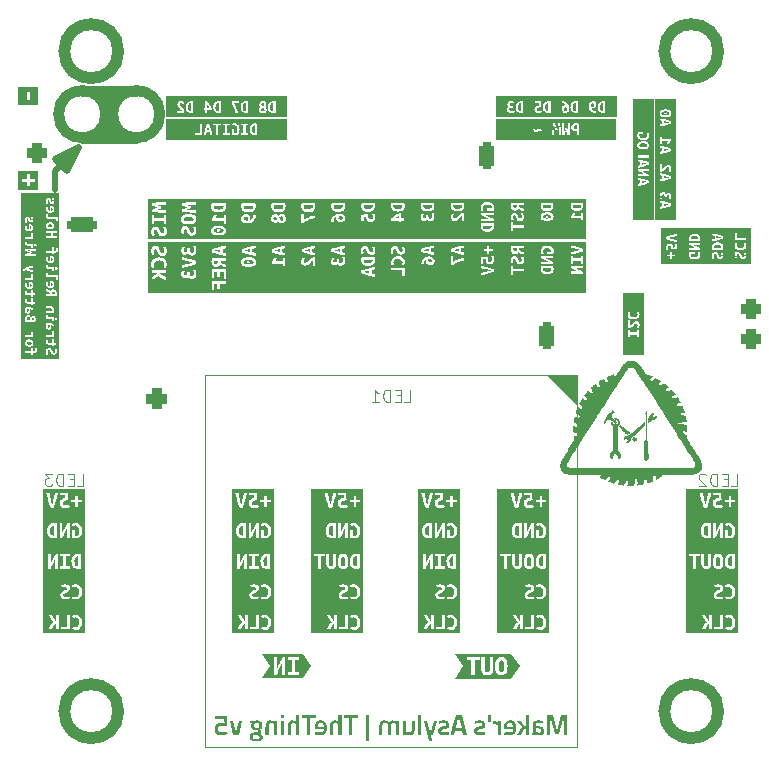
<source format=gbr>
%TF.GenerationSoftware,KiCad,Pcbnew,8.0.3-8.0.3-0~ubuntu22.04.1*%
%TF.CreationDate,2024-09-02T19:15:26+05:30*%
%TF.ProjectId,TheThing,54686554-6869-46e6-972e-6b696361645f,v5*%
%TF.SameCoordinates,Original*%
%TF.FileFunction,Legend,Bot*%
%TF.FilePolarity,Positive*%
%FSLAX46Y46*%
G04 Gerber Fmt 4.6, Leading zero omitted, Abs format (unit mm)*
G04 Created by KiCad (PCBNEW 8.0.3-8.0.3-0~ubuntu22.04.1) date 2024-09-02 19:15:26*
%MOMM*%
%LPD*%
G01*
G04 APERTURE LIST*
G04 Aperture macros list*
%AMRoundRect*
0 Rectangle with rounded corners*
0 $1 Rounding radius*
0 $2 $3 $4 $5 $6 $7 $8 $9 X,Y pos of 4 corners*
0 Add a 4 corners polygon primitive as box body*
4,1,4,$2,$3,$4,$5,$6,$7,$8,$9,$2,$3,0*
0 Add four circle primitives for the rounded corners*
1,1,$1+$1,$2,$3*
1,1,$1+$1,$4,$5*
1,1,$1+$1,$6,$7*
1,1,$1+$1,$8,$9*
0 Add four rect primitives between the rounded corners*
20,1,$1+$1,$2,$3,$4,$5,0*
20,1,$1+$1,$4,$5,$6,$7,0*
20,1,$1+$1,$6,$7,$8,$9,0*
20,1,$1+$1,$8,$9,$2,$3,0*%
%AMOutline5P*
0 Free polygon, 5 corners , with rotation*
0 The origin of the aperture is its center*
0 number of corners: always 5*
0 $1 to $10 corner X, Y*
0 $11 Rotation angle, in degrees counterclockwise*
0 create outline with 5 corners*
4,1,5,$1,$2,$3,$4,$5,$6,$7,$8,$9,$10,$1,$2,$11*%
%AMOutline6P*
0 Free polygon, 6 corners , with rotation*
0 The origin of the aperture is its center*
0 number of corners: always 6*
0 $1 to $12 corner X, Y*
0 $13 Rotation angle, in degrees counterclockwise*
0 create outline with 6 corners*
4,1,6,$1,$2,$3,$4,$5,$6,$7,$8,$9,$10,$11,$12,$1,$2,$13*%
%AMOutline7P*
0 Free polygon, 7 corners , with rotation*
0 The origin of the aperture is its center*
0 number of corners: always 7*
0 $1 to $14 corner X, Y*
0 $15 Rotation angle, in degrees counterclockwise*
0 create outline with 7 corners*
4,1,7,$1,$2,$3,$4,$5,$6,$7,$8,$9,$10,$11,$12,$13,$14,$1,$2,$15*%
%AMOutline8P*
0 Free polygon, 8 corners , with rotation*
0 The origin of the aperture is its center*
0 number of corners: always 8*
0 $1 to $16 corner X, Y*
0 $17 Rotation angle, in degrees counterclockwise*
0 create outline with 8 corners*
4,1,8,$1,$2,$3,$4,$5,$6,$7,$8,$9,$10,$11,$12,$13,$14,$15,$16,$1,$2,$17*%
G04 Aperture macros list end*
%ADD10C,0.900000*%
%ADD11C,1.016000*%
%ADD12C,0.500000*%
%ADD13C,0.150000*%
%ADD14C,0.100000*%
%ADD15C,0.000000*%
%ADD16R,1.700000X1.700000*%
%ADD17O,1.700000X1.700000*%
%ADD18Outline8P,-0.850000X0.340000X-0.340000X0.850000X0.340000X0.850000X0.850000X0.340000X0.850000X-0.340000X0.340000X-0.850000X-0.340000X-0.850000X-0.850000X-0.340000X180.000000*%
%ADD19C,3.048000*%
%ADD20O,2.032000X1.524000*%
%ADD21RoundRect,0.425000X-0.425000X-0.425000X0.425000X-0.425000X0.425000X0.425000X-0.425000X0.425000X0*%
%ADD22RoundRect,0.425000X-0.425000X0.425000X-0.425000X-0.425000X0.425000X-0.425000X0.425000X0.425000X0*%
%ADD23C,1.600000*%
%ADD24O,1.600000X1.600000*%
%ADD25C,2.032000*%
%ADD26Outline8P,-1.143000X0.254000X-0.762000X0.635000X0.762000X0.635000X1.143000X0.254000X1.143000X-0.254000X0.762000X-0.635000X-0.762000X-0.635000X-1.143000X-0.254000X270.000000*%
%ADD27O,1.270000X2.286000*%
%ADD28RoundRect,0.317500X-0.317500X0.825500X-0.317500X-0.825500X0.317500X-0.825500X0.317500X0.825500X0*%
%ADD29O,3.302000X2.032000*%
%ADD30O,2.540000X1.270000*%
%ADD31RoundRect,0.317500X0.952500X-0.317500X0.952500X0.317500X-0.952500X0.317500X-0.952500X-0.317500X0*%
%ADD32RoundRect,0.444500X0.444500X0.444500X-0.444500X0.444500X-0.444500X-0.444500X0.444500X-0.444500X0*%
%ADD33O,1.778000X1.778000*%
G04 APERTURE END LIST*
D10*
X56134000Y-52864000D02*
X56134000Y-56864000D01*
D11*
X56896000Y-105410000D02*
G75*
G02*
X52324000Y-105410000I-2286000J0D01*
G01*
X52324000Y-105410000D02*
G75*
G02*
X56896000Y-105410000I2286000J0D01*
G01*
X56896000Y-49530000D02*
G75*
G02*
X52324000Y-49530000I-2286000J0D01*
G01*
X52324000Y-49530000D02*
G75*
G02*
X56896000Y-49530000I2286000J0D01*
G01*
D10*
X53848000Y-52864000D02*
X58420000Y-52864000D01*
D12*
X51562000Y-61290200D02*
X51562000Y-59690000D01*
D10*
X60420000Y-54864000D02*
G75*
G02*
X56420000Y-54864000I-2000000J0D01*
G01*
X56420000Y-54864000D02*
G75*
G02*
X60420000Y-54864000I2000000J0D01*
G01*
D12*
X52578000Y-59690000D02*
X51562000Y-58674000D01*
X53594000Y-57658000D01*
X52578000Y-59690000D01*
G36*
X52578000Y-59690000D02*
G01*
X51562000Y-58674000D01*
X53594000Y-57658000D01*
X52578000Y-59690000D01*
G37*
X51562000Y-59690000D02*
X53594000Y-57658000D01*
D11*
X107696000Y-49530000D02*
G75*
G02*
X103124000Y-49530000I-2286000J0D01*
G01*
X103124000Y-49530000D02*
G75*
G02*
X107696000Y-49530000I2286000J0D01*
G01*
X107696000Y-105410000D02*
G75*
G02*
X103124000Y-105410000I-2286000J0D01*
G01*
X103124000Y-105410000D02*
G75*
G02*
X107696000Y-105410000I2286000J0D01*
G01*
D10*
X55848000Y-54864000D02*
G75*
G02*
X51848000Y-54864000I-2000000J0D01*
G01*
X51848000Y-54864000D02*
G75*
G02*
X55848000Y-54864000I2000000J0D01*
G01*
X53848000Y-56864000D02*
X58420000Y-56864000D01*
D13*
G36*
X94878356Y-107407001D02*
G01*
X94878356Y-105768571D01*
X94416639Y-105768571D01*
X94050836Y-107048257D01*
X93685034Y-105768571D01*
X93220826Y-105768571D01*
X93220826Y-107407001D01*
X93488638Y-107407001D01*
X93488638Y-106062957D01*
X93524762Y-106062957D01*
X93912155Y-107340151D01*
X94189518Y-107340151D01*
X94576911Y-106062957D01*
X94613035Y-106062957D01*
X94613035Y-107407001D01*
X94878356Y-107407001D01*
G37*
G36*
X92441583Y-106185271D02*
G01*
X92526097Y-106188896D01*
X92613559Y-106196871D01*
X92703970Y-106209196D01*
X92797330Y-106225871D01*
X92893638Y-106246896D01*
X92884088Y-106431250D01*
X92807689Y-106426268D01*
X92793413Y-106425093D01*
X92697658Y-106417912D01*
X92609214Y-106412558D01*
X92517089Y-106408679D01*
X92424863Y-106407168D01*
X92377892Y-106410939D01*
X92301960Y-106445783D01*
X92271859Y-106494185D01*
X92260023Y-106579481D01*
X92260023Y-106665430D01*
X92568527Y-106692004D01*
X92628783Y-106698776D01*
X92714609Y-106716189D01*
X92795591Y-106745456D01*
X92866234Y-106789994D01*
X92883524Y-106806136D01*
X92932368Y-106880436D01*
X92956932Y-106968588D01*
X92962979Y-107053239D01*
X92961587Y-107099245D01*
X92945932Y-107201274D01*
X92912881Y-107284753D01*
X92850258Y-107360440D01*
X92778938Y-107403107D01*
X92690223Y-107427223D01*
X92606726Y-107433159D01*
X92558296Y-107431777D01*
X92473760Y-107422708D01*
X92389503Y-107405176D01*
X92305525Y-107379179D01*
X92221824Y-107344719D01*
X92159724Y-107383411D01*
X92075902Y-107413726D01*
X91988986Y-107428927D01*
X91903356Y-107433159D01*
X91896297Y-107234687D01*
X91974357Y-107202716D01*
X91986601Y-107167838D01*
X92260023Y-107167838D01*
X92302790Y-107182370D01*
X92385192Y-107202515D01*
X92472556Y-107216056D01*
X92556485Y-107220570D01*
X92626936Y-107207531D01*
X92687993Y-107142658D01*
X92702225Y-107055730D01*
X92702064Y-107045549D01*
X92682747Y-106959928D01*
X92624313Y-106899745D01*
X92537386Y-106875943D01*
X92260023Y-106849785D01*
X92260023Y-107167838D01*
X91986601Y-107167838D01*
X92001761Y-107124656D01*
X92001761Y-106579481D01*
X92004123Y-106517970D01*
X92017728Y-106430853D01*
X92047488Y-106349473D01*
X92098506Y-106279698D01*
X92154508Y-106238280D01*
X92235749Y-106205830D01*
X92324176Y-106189559D01*
X92414067Y-106185029D01*
X92441583Y-106185271D01*
G37*
G36*
X91420048Y-107407001D02*
G01*
X91680802Y-107407001D01*
X91680802Y-105713763D01*
X91420048Y-105713763D01*
X91420048Y-106692004D01*
X91271817Y-106677472D01*
X90989472Y-106211188D01*
X90697578Y-106211188D01*
X91042204Y-106770894D01*
X90678478Y-107407001D01*
X90972864Y-107407001D01*
X91264758Y-106902517D01*
X91420048Y-106919125D01*
X91420048Y-107407001D01*
G37*
G36*
X90090081Y-106185650D02*
G01*
X90179794Y-106194968D01*
X90285219Y-106224786D01*
X90374425Y-106274482D01*
X90447412Y-106344056D01*
X90504179Y-106433508D01*
X90536111Y-106513643D01*
X90558919Y-106604959D01*
X90572604Y-106707456D01*
X90577166Y-106821135D01*
X90576713Y-106860520D01*
X90571623Y-106953009D01*
X90560875Y-107036962D01*
X90540512Y-107126438D01*
X90506460Y-107215293D01*
X90461321Y-107287419D01*
X90412484Y-107336948D01*
X90342260Y-107381780D01*
X90257770Y-107412664D01*
X90173996Y-107428035D01*
X90079741Y-107433159D01*
X90039722Y-107432677D01*
X89956401Y-107428824D01*
X89868700Y-107421116D01*
X89776620Y-107409555D01*
X89680161Y-107394140D01*
X89596433Y-107378351D01*
X89601416Y-107184446D01*
X89668265Y-107191920D01*
X89757354Y-107198097D01*
X89845249Y-107202508D01*
X89931951Y-107205155D01*
X90017459Y-107206037D01*
X90086610Y-107202719D01*
X90174482Y-107184098D01*
X90249563Y-107136697D01*
X90282610Y-107085655D01*
X90306744Y-107004066D01*
X90313921Y-106919125D01*
X89572766Y-106919125D01*
X89556157Y-106732695D01*
X89556587Y-106718162D01*
X89811929Y-106718162D01*
X90316412Y-106718162D01*
X90311533Y-106639246D01*
X90292961Y-106550312D01*
X90253300Y-106474432D01*
X90218240Y-106441916D01*
X90141897Y-106408892D01*
X90058565Y-106400109D01*
X90026256Y-106401212D01*
X89938100Y-106420031D01*
X89868398Y-106470696D01*
X89833987Y-106538583D01*
X89816395Y-106627075D01*
X89811929Y-106718162D01*
X89556587Y-106718162D01*
X89558118Y-106666376D01*
X89568413Y-106574920D01*
X89595866Y-106467954D01*
X89639006Y-106378103D01*
X89697833Y-106305366D01*
X89772348Y-106249744D01*
X89862549Y-106211236D01*
X89968438Y-106189843D01*
X90058150Y-106185029D01*
X90090081Y-106185650D01*
G37*
G36*
X89310767Y-107407001D02*
G01*
X89310767Y-106211188D01*
X89052504Y-106211188D01*
X89052504Y-106354851D01*
X88976224Y-106308777D01*
X88899972Y-106269272D01*
X88811049Y-106231485D01*
X88722165Y-106202638D01*
X88646011Y-106185029D01*
X88646011Y-106445368D01*
X88733069Y-106464322D01*
X88814406Y-106485582D01*
X88900355Y-106512700D01*
X88978830Y-106542829D01*
X88997281Y-106550832D01*
X89050013Y-106572423D01*
X89050013Y-107407001D01*
X89310767Y-107407001D01*
G37*
G36*
X88456674Y-106323710D02*
G01*
X88464148Y-105768571D01*
X88210453Y-105768571D01*
X88227061Y-106323710D01*
X88456674Y-106323710D01*
G37*
G36*
X87087302Y-106457409D02*
G01*
X87171733Y-106446404D01*
X87263015Y-106435660D01*
X87355674Y-106426521D01*
X87443323Y-106420552D01*
X87496287Y-106419209D01*
X87580406Y-106423413D01*
X87662394Y-106443762D01*
X87672337Y-106449104D01*
X87719609Y-106520709D01*
X87721332Y-106543773D01*
X87688387Y-106621271D01*
X87667354Y-106634705D01*
X87584727Y-106661144D01*
X87494062Y-106680899D01*
X87413659Y-106695741D01*
X87331846Y-106712726D01*
X87251969Y-106736808D01*
X87172560Y-106773918D01*
X87130484Y-106804527D01*
X87079374Y-106876131D01*
X87054802Y-106960512D01*
X87046939Y-107044190D01*
X87046611Y-107067356D01*
X87054163Y-107155537D01*
X87080712Y-107239727D01*
X87132629Y-107314628D01*
X87167438Y-107344719D01*
X87244205Y-107387470D01*
X87327222Y-107413726D01*
X87411272Y-107427631D01*
X87505971Y-107433073D01*
X87520369Y-107433159D01*
X87608424Y-107429940D01*
X87696896Y-107421675D01*
X87782187Y-107410270D01*
X87874828Y-107394971D01*
X87888663Y-107392468D01*
X87962571Y-107380842D01*
X87953021Y-107162855D01*
X87867274Y-107173980D01*
X87774707Y-107184840D01*
X87680956Y-107194079D01*
X87592593Y-107200113D01*
X87539469Y-107201470D01*
X87454512Y-107197091D01*
X87373390Y-107177628D01*
X87358851Y-107170329D01*
X87308247Y-107100729D01*
X87304873Y-107067356D01*
X87331471Y-106987050D01*
X87356360Y-106968121D01*
X87436195Y-106941334D01*
X87524493Y-106922261D01*
X87602996Y-106908330D01*
X87693876Y-106889827D01*
X87780606Y-106863490D01*
X87857712Y-106827369D01*
X87888663Y-106806603D01*
X87944074Y-106738482D01*
X87970714Y-106657094D01*
X87979506Y-106564707D01*
X87979594Y-106553323D01*
X87971757Y-106466985D01*
X87944205Y-106383813D01*
X87896815Y-106315421D01*
X87854200Y-106278037D01*
X87777849Y-106234081D01*
X87690330Y-106204510D01*
X87603162Y-106190302D01*
X87531995Y-106187105D01*
X87440528Y-106190160D01*
X87349960Y-106198003D01*
X87263560Y-106208826D01*
X87170484Y-106223344D01*
X87156642Y-106225720D01*
X87082735Y-106239837D01*
X87087302Y-106457409D01*
G37*
G36*
X86388084Y-107407001D02*
G01*
X86122347Y-107407001D01*
X86033907Y-107055315D01*
X85404859Y-107055315D01*
X85316419Y-107407001D01*
X85048607Y-107407001D01*
X85193960Y-106821135D01*
X85457592Y-106821135D01*
X85981590Y-106821135D01*
X85778136Y-105991125D01*
X85658555Y-105991125D01*
X85457592Y-106821135D01*
X85193960Y-106821135D01*
X85455100Y-105768571D01*
X85983666Y-105768571D01*
X86388084Y-107407001D01*
G37*
G36*
X84023031Y-106457409D02*
G01*
X84107463Y-106446404D01*
X84198744Y-106435660D01*
X84291403Y-106426521D01*
X84379052Y-106420552D01*
X84432016Y-106419209D01*
X84516135Y-106423413D01*
X84598123Y-106443762D01*
X84608066Y-106449104D01*
X84655339Y-106520709D01*
X84657061Y-106543773D01*
X84624116Y-106621271D01*
X84603084Y-106634705D01*
X84520457Y-106661144D01*
X84429791Y-106680899D01*
X84349388Y-106695741D01*
X84267575Y-106712726D01*
X84187699Y-106736808D01*
X84108289Y-106773918D01*
X84066213Y-106804527D01*
X84015103Y-106876131D01*
X83990531Y-106960512D01*
X83982668Y-107044190D01*
X83982340Y-107067356D01*
X83989892Y-107155537D01*
X84016441Y-107239727D01*
X84068359Y-107314628D01*
X84103167Y-107344719D01*
X84179935Y-107387470D01*
X84262951Y-107413726D01*
X84347001Y-107427631D01*
X84441700Y-107433073D01*
X84456098Y-107433159D01*
X84544153Y-107429940D01*
X84632626Y-107421675D01*
X84717916Y-107410270D01*
X84810557Y-107394971D01*
X84824392Y-107392468D01*
X84898300Y-107380842D01*
X84888750Y-107162855D01*
X84803003Y-107173980D01*
X84710436Y-107184840D01*
X84616685Y-107194079D01*
X84528322Y-107200113D01*
X84475198Y-107201470D01*
X84390242Y-107197091D01*
X84309119Y-107177628D01*
X84294580Y-107170329D01*
X84243976Y-107100729D01*
X84240603Y-107067356D01*
X84267201Y-106987050D01*
X84292089Y-106968121D01*
X84371924Y-106941334D01*
X84460222Y-106922261D01*
X84538726Y-106908330D01*
X84629605Y-106889827D01*
X84716335Y-106863490D01*
X84793442Y-106827369D01*
X84824392Y-106806603D01*
X84879803Y-106738482D01*
X84906444Y-106657094D01*
X84915235Y-106564707D01*
X84915324Y-106553323D01*
X84907486Y-106466985D01*
X84879934Y-106383813D01*
X84832544Y-106315421D01*
X84789929Y-106278037D01*
X84713578Y-106234081D01*
X84626060Y-106204510D01*
X84538891Y-106190302D01*
X84467724Y-106187105D01*
X84376257Y-106190160D01*
X84285689Y-106198003D01*
X84199289Y-106208826D01*
X84106213Y-106223344D01*
X84092372Y-106225720D01*
X84018464Y-106239837D01*
X84023031Y-106457409D01*
G37*
G36*
X83865250Y-106211188D02*
G01*
X83609064Y-106211188D01*
X83355784Y-107184446D01*
X83291011Y-107184446D01*
X83037731Y-106211188D01*
X82779469Y-106211188D01*
X83233712Y-107921034D01*
X83489483Y-107921034D01*
X83346234Y-107407001D01*
X83551765Y-107407001D01*
X83865250Y-106211188D01*
G37*
G36*
X82569786Y-107407001D02*
G01*
X82569786Y-105713763D01*
X82309033Y-105713763D01*
X82309033Y-107407001D01*
X82569786Y-107407001D01*
G37*
G36*
X81258544Y-106211188D02*
G01*
X80999866Y-106211188D01*
X80999866Y-107407001D01*
X81258544Y-107407001D01*
X81258544Y-107332677D01*
X81333588Y-107371830D01*
X81416286Y-107404800D01*
X81505414Y-107426879D01*
X81581164Y-107433159D01*
X81667790Y-107428502D01*
X81754425Y-107411299D01*
X81834412Y-107376116D01*
X81900140Y-107316745D01*
X81911259Y-107300706D01*
X81947953Y-107221790D01*
X81971460Y-107132259D01*
X81985221Y-107040306D01*
X81992183Y-106952951D01*
X81995050Y-106855844D01*
X81995132Y-106835252D01*
X81995132Y-106211188D01*
X81734378Y-106211188D01*
X81734378Y-106837744D01*
X81732669Y-106925268D01*
X81726532Y-107008751D01*
X81710805Y-107094728D01*
X81698670Y-107127562D01*
X81633336Y-107185231D01*
X81547003Y-107201181D01*
X81530924Y-107201470D01*
X81444697Y-107195779D01*
X81356452Y-107176588D01*
X81294252Y-107153305D01*
X81258544Y-107139188D01*
X81258544Y-106211188D01*
G37*
G36*
X80430194Y-107407001D02*
G01*
X80690948Y-107407001D01*
X80690948Y-106211188D01*
X80432686Y-106211188D01*
X80432686Y-106285511D01*
X80349565Y-106241550D01*
X80270026Y-106210149D01*
X80184825Y-106189837D01*
X80121691Y-106185029D01*
X80036046Y-106190632D01*
X79951304Y-106210757D01*
X79872719Y-106250892D01*
X79817756Y-106302119D01*
X79736254Y-106262327D01*
X79654927Y-106230767D01*
X79573776Y-106207441D01*
X79479321Y-106190632D01*
X79385104Y-106185029D01*
X79296904Y-106191387D01*
X79210994Y-106214224D01*
X79133329Y-106259767D01*
X79081168Y-106317897D01*
X79042475Y-106395568D01*
X79017688Y-106482306D01*
X79003178Y-106570600D01*
X78995837Y-106654014D01*
X78992814Y-106746368D01*
X78992728Y-106765912D01*
X78992728Y-107407001D01*
X79250990Y-107407001D01*
X79250990Y-106773386D01*
X79253455Y-106683466D01*
X79262122Y-106599119D01*
X79283386Y-106514348D01*
X79290435Y-106498100D01*
X79351160Y-106437063D01*
X79439206Y-106417036D01*
X79454444Y-106416718D01*
X79537493Y-106423491D01*
X79625330Y-106443811D01*
X79686548Y-106464883D01*
X79727239Y-106481491D01*
X79713899Y-106563565D01*
X79709630Y-106646647D01*
X79707896Y-106740929D01*
X79707724Y-106787503D01*
X79707724Y-107407001D01*
X79966402Y-107407001D01*
X79966402Y-106792485D01*
X79968230Y-106705595D01*
X79974795Y-106621715D01*
X79989717Y-106540002D01*
X80004601Y-106498100D01*
X80065534Y-106437063D01*
X80148519Y-106417433D01*
X80171932Y-106416718D01*
X80259282Y-106423491D01*
X80341962Y-106443811D01*
X80394486Y-106464883D01*
X80430194Y-106479000D01*
X80430194Y-107407001D01*
G37*
G36*
X78160226Y-107921034D02*
G01*
X78160226Y-105713763D01*
X77901963Y-105713763D01*
X77901963Y-107921034D01*
X78160226Y-107921034D01*
G37*
G36*
X77178663Y-106005657D02*
G01*
X77178663Y-105768571D01*
X75982850Y-105768571D01*
X75982850Y-106005657D01*
X76444566Y-106005657D01*
X76444566Y-107407001D01*
X76712379Y-107407001D01*
X76712379Y-106005657D01*
X77178663Y-106005657D01*
G37*
G36*
X75540648Y-107407001D02*
G01*
X75801402Y-107407001D01*
X75801402Y-105713763D01*
X75540648Y-105713763D01*
X75540648Y-106273469D01*
X75464514Y-106239009D01*
X75380570Y-106209989D01*
X75290041Y-106190557D01*
X75213045Y-106185029D01*
X75128702Y-106189788D01*
X75043806Y-106207369D01*
X74964591Y-106243324D01*
X74898181Y-106303997D01*
X74886688Y-106320388D01*
X74848358Y-106398838D01*
X74823804Y-106485490D01*
X74809430Y-106573142D01*
X74801217Y-106673144D01*
X74799078Y-106765912D01*
X74799078Y-107407001D01*
X75059832Y-107407001D01*
X75059832Y-106773386D01*
X75062375Y-106683466D01*
X75071316Y-106599119D01*
X75093251Y-106514348D01*
X75100522Y-106498100D01*
X75163946Y-106437063D01*
X75248956Y-106417433D01*
X75272836Y-106416718D01*
X75358843Y-106422148D01*
X75444967Y-106438439D01*
X75502448Y-106455333D01*
X75540648Y-106469450D01*
X75540648Y-107407001D01*
G37*
G36*
X74072831Y-106185650D02*
G01*
X74162544Y-106194968D01*
X74267969Y-106224786D01*
X74357175Y-106274482D01*
X74430161Y-106344056D01*
X74486929Y-106433508D01*
X74518860Y-106513643D01*
X74541669Y-106604959D01*
X74555354Y-106707456D01*
X74559915Y-106821135D01*
X74559463Y-106860520D01*
X74554372Y-106953009D01*
X74543625Y-107036962D01*
X74523261Y-107126438D01*
X74489210Y-107215293D01*
X74444071Y-107287419D01*
X74395233Y-107336948D01*
X74325009Y-107381780D01*
X74240519Y-107412664D01*
X74156745Y-107428035D01*
X74062490Y-107433159D01*
X74022472Y-107432677D01*
X73939150Y-107428824D01*
X73851449Y-107421116D01*
X73759370Y-107409555D01*
X73662910Y-107394140D01*
X73579183Y-107378351D01*
X73584165Y-107184446D01*
X73651014Y-107191920D01*
X73740104Y-107198097D01*
X73827999Y-107202508D01*
X73914701Y-107205155D01*
X74000208Y-107206037D01*
X74069360Y-107202719D01*
X74157232Y-107184098D01*
X74232312Y-107136697D01*
X74265359Y-107085655D01*
X74289493Y-107004066D01*
X74296670Y-106919125D01*
X73555515Y-106919125D01*
X73538907Y-106732695D01*
X73539337Y-106718162D01*
X73794678Y-106718162D01*
X74299162Y-106718162D01*
X74294283Y-106639246D01*
X74275710Y-106550312D01*
X74236049Y-106474432D01*
X74200990Y-106441916D01*
X74124646Y-106408892D01*
X74041314Y-106400109D01*
X74009006Y-106401212D01*
X73920849Y-106420031D01*
X73851147Y-106470696D01*
X73816736Y-106538583D01*
X73799145Y-106627075D01*
X73794678Y-106718162D01*
X73539337Y-106718162D01*
X73540868Y-106666376D01*
X73551163Y-106574920D01*
X73578615Y-106467954D01*
X73621755Y-106378103D01*
X73680583Y-106305366D01*
X73755097Y-106249744D01*
X73845299Y-106211236D01*
X73951188Y-106189843D01*
X74040899Y-106185029D01*
X74072831Y-106185650D01*
G37*
G36*
X73614476Y-106005657D02*
G01*
X73614476Y-105768571D01*
X72418663Y-105768571D01*
X72418663Y-106005657D01*
X72880379Y-106005657D01*
X72880379Y-107407001D01*
X73148192Y-107407001D01*
X73148192Y-106005657D01*
X73614476Y-106005657D01*
G37*
G36*
X71976461Y-107407001D02*
G01*
X72237215Y-107407001D01*
X72237215Y-105713763D01*
X71976461Y-105713763D01*
X71976461Y-106273469D01*
X71900327Y-106239009D01*
X71816383Y-106209989D01*
X71725854Y-106190557D01*
X71648858Y-106185029D01*
X71564515Y-106189788D01*
X71479619Y-106207369D01*
X71400404Y-106243324D01*
X71333994Y-106303997D01*
X71322501Y-106320388D01*
X71284171Y-106398838D01*
X71259617Y-106485490D01*
X71245243Y-106573142D01*
X71237030Y-106673144D01*
X71234891Y-106765912D01*
X71234891Y-107407001D01*
X71495645Y-107407001D01*
X71495645Y-106773386D01*
X71498188Y-106683466D01*
X71507129Y-106599119D01*
X71529064Y-106514348D01*
X71536335Y-106498100D01*
X71599759Y-106437063D01*
X71684769Y-106417433D01*
X71708649Y-106416718D01*
X71794656Y-106422148D01*
X71880780Y-106438439D01*
X71938261Y-106455333D01*
X71976461Y-106469450D01*
X71976461Y-107407001D01*
G37*
G36*
X70938429Y-107407001D02*
G01*
X70938429Y-106211188D01*
X70677675Y-106211188D01*
X70677675Y-107407001D01*
X70938429Y-107407001D01*
G37*
G36*
X70938429Y-106007733D02*
G01*
X70938429Y-105732862D01*
X70677675Y-105732862D01*
X70677675Y-106007733D01*
X70938429Y-106007733D01*
G37*
G36*
X70104682Y-107407001D02*
G01*
X70365435Y-107407001D01*
X70365435Y-106211188D01*
X70107173Y-106211188D01*
X70107173Y-106285511D01*
X70031630Y-106246358D01*
X69947581Y-106213388D01*
X69865973Y-106192977D01*
X69777079Y-106185029D01*
X69692735Y-106189788D01*
X69607840Y-106207369D01*
X69528625Y-106243324D01*
X69462214Y-106303997D01*
X69450721Y-106320388D01*
X69412392Y-106398838D01*
X69387837Y-106485490D01*
X69373464Y-106573142D01*
X69365250Y-106673144D01*
X69363111Y-106765912D01*
X69363111Y-107407001D01*
X69621374Y-107407001D01*
X69621374Y-106773386D01*
X69623995Y-106683466D01*
X69633209Y-106599119D01*
X69655816Y-106514348D01*
X69663310Y-106498100D01*
X69727045Y-106437063D01*
X69810932Y-106417433D01*
X69834378Y-106416718D01*
X69924589Y-106423491D01*
X70012115Y-106443811D01*
X70068973Y-106464883D01*
X70104682Y-106479000D01*
X70104682Y-107407001D01*
G37*
G36*
X68642680Y-106187203D02*
G01*
X68733363Y-106193385D01*
X68815344Y-106209184D01*
X68898380Y-106239014D01*
X68978209Y-106287587D01*
X69034704Y-106345016D01*
X69078967Y-106426808D01*
X69101161Y-106514788D01*
X69107340Y-106603564D01*
X69103133Y-106679762D01*
X69086979Y-106761351D01*
X69052819Y-106842960D01*
X69002169Y-106909945D01*
X68935027Y-106962308D01*
X68956618Y-106998016D01*
X68995836Y-107070263D01*
X69020976Y-107153305D01*
X69019743Y-107182740D01*
X68998711Y-107263438D01*
X68942086Y-107328110D01*
X68959606Y-107341877D01*
X69024817Y-107399423D01*
X69081182Y-107465546D01*
X69111879Y-107530577D01*
X69123949Y-107617513D01*
X69121892Y-107664601D01*
X69102226Y-107756601D01*
X69061737Y-107829288D01*
X68992326Y-107887402D01*
X68947758Y-107908813D01*
X68862153Y-107935523D01*
X68772815Y-107951273D01*
X68685518Y-107959112D01*
X68588324Y-107961725D01*
X68553455Y-107961342D01*
X68455489Y-107955600D01*
X68367485Y-107942969D01*
X68265644Y-107915409D01*
X68181515Y-107875601D01*
X68115097Y-107823543D01*
X68056982Y-107741247D01*
X68030414Y-107661630D01*
X68022920Y-107583881D01*
X68282312Y-107583881D01*
X68283443Y-107603892D01*
X68323010Y-107684583D01*
X68395361Y-107725897D01*
X68488343Y-107745101D01*
X68571716Y-107749136D01*
X68629254Y-107747866D01*
X68717376Y-107738941D01*
X68801328Y-107713012D01*
X68844611Y-107676050D01*
X68868178Y-107593431D01*
X68868093Y-107586950D01*
X68846587Y-107503745D01*
X68831978Y-107482466D01*
X68772264Y-107423609D01*
X68538084Y-107438141D01*
X68501376Y-107439115D01*
X68416889Y-107445404D01*
X68333799Y-107465546D01*
X68298603Y-107500662D01*
X68282312Y-107583881D01*
X68022920Y-107583881D01*
X68021559Y-107569764D01*
X68023207Y-107520341D01*
X68036390Y-107433873D01*
X68066978Y-107356324D01*
X68127023Y-107289910D01*
X68172722Y-107264565D01*
X68253273Y-107238627D01*
X68342148Y-107223297D01*
X68431990Y-107215628D01*
X68516492Y-107213096D01*
X68556989Y-107212350D01*
X68648148Y-107207957D01*
X68730742Y-107194412D01*
X68774755Y-107133375D01*
X68768317Y-107087428D01*
X68741123Y-107007566D01*
X68721478Y-107011287D01*
X68636074Y-107017116D01*
X68605192Y-107016765D01*
X68518776Y-107011510D01*
X68429765Y-106997409D01*
X68343608Y-106970784D01*
X68266534Y-106927430D01*
X68259254Y-106921683D01*
X68204131Y-106857265D01*
X68170849Y-106780814D01*
X68153861Y-106699103D01*
X68148199Y-106603564D01*
X68406461Y-106603564D01*
X68416316Y-106688635D01*
X68457947Y-106765081D01*
X68464639Y-106771266D01*
X68542215Y-106807724D01*
X68626524Y-106816153D01*
X68633779Y-106816103D01*
X68722155Y-106804931D01*
X68796346Y-106765081D01*
X68799590Y-106761806D01*
X68838985Y-106688635D01*
X68849078Y-106603564D01*
X68838548Y-106520567D01*
X68794062Y-106443811D01*
X68714762Y-106400752D01*
X68629015Y-106390559D01*
X68621760Y-106390610D01*
X68533384Y-106401872D01*
X68459193Y-106442046D01*
X68455949Y-106445321D01*
X68416554Y-106518492D01*
X68406461Y-106603564D01*
X68148199Y-106603564D01*
X68150476Y-106562375D01*
X68171034Y-106480043D01*
X68212972Y-106407168D01*
X68014085Y-106419209D01*
X68014085Y-106208696D01*
X68384870Y-106218246D01*
X68420993Y-106211188D01*
X68459555Y-106203003D01*
X68543805Y-106191080D01*
X68629015Y-106187105D01*
X68642680Y-106187203D01*
G37*
G36*
X67407044Y-106211188D02*
G01*
X67134249Y-106211188D01*
X66904636Y-107184446D01*
X66828237Y-107184446D01*
X66589074Y-106211188D01*
X66323338Y-106211188D01*
X66634333Y-107407001D01*
X67098541Y-107407001D01*
X67407044Y-106211188D01*
G37*
G36*
X65127110Y-105828361D02*
G01*
X65127110Y-106062957D01*
X65859130Y-106062957D01*
X65899821Y-106479000D01*
X65818751Y-106446665D01*
X65738303Y-106423569D01*
X65648544Y-106408629D01*
X65579277Y-106405092D01*
X65488675Y-106409252D01*
X65381735Y-106427742D01*
X65290638Y-106461024D01*
X65215384Y-106509098D01*
X65155973Y-106571964D01*
X65112404Y-106649621D01*
X65084679Y-106742071D01*
X65072797Y-106849313D01*
X65072302Y-106878435D01*
X65077221Y-106974500D01*
X65091979Y-107061835D01*
X65121632Y-107152694D01*
X65164675Y-107231672D01*
X65212229Y-107289910D01*
X65278990Y-107345727D01*
X65356838Y-107387834D01*
X65445772Y-107416232D01*
X65530826Y-107429662D01*
X65607926Y-107433159D01*
X65692669Y-107430298D01*
X65777530Y-107422648D01*
X65852072Y-107412813D01*
X65939226Y-107398973D01*
X66025527Y-107382996D01*
X66069643Y-107373368D01*
X66150610Y-107352192D01*
X66121960Y-107151229D01*
X66035834Y-107164985D01*
X65937701Y-107178415D01*
X65845261Y-107188487D01*
X65758514Y-107195202D01*
X65664504Y-107198792D01*
X65639067Y-107198979D01*
X65551084Y-107189951D01*
X65471888Y-107159511D01*
X65423987Y-107122580D01*
X65374253Y-107049615D01*
X65350849Y-106963530D01*
X65347173Y-106905008D01*
X65355121Y-106817274D01*
X65385009Y-106737626D01*
X65414437Y-106701554D01*
X65486049Y-106656850D01*
X65569021Y-106639819D01*
X65588827Y-106639272D01*
X65681108Y-106642256D01*
X65764462Y-106651209D01*
X65847564Y-106668416D01*
X65904388Y-106687021D01*
X65947571Y-106704045D01*
X66114901Y-106667922D01*
X66071719Y-105828361D01*
X65127110Y-105828361D01*
G37*
D14*
X108815047Y-86309419D02*
X109291237Y-86309419D01*
X109291237Y-86309419D02*
X109291237Y-85309419D01*
X108481713Y-85785609D02*
X108148380Y-85785609D01*
X108005523Y-86309419D02*
X108481713Y-86309419D01*
X108481713Y-86309419D02*
X108481713Y-85309419D01*
X108481713Y-85309419D02*
X108005523Y-85309419D01*
X107576951Y-86309419D02*
X107576951Y-85309419D01*
X107576951Y-85309419D02*
X107338856Y-85309419D01*
X107338856Y-85309419D02*
X107195999Y-85357038D01*
X107195999Y-85357038D02*
X107100761Y-85452276D01*
X107100761Y-85452276D02*
X107053142Y-85547514D01*
X107053142Y-85547514D02*
X107005523Y-85737990D01*
X107005523Y-85737990D02*
X107005523Y-85880847D01*
X107005523Y-85880847D02*
X107053142Y-86071323D01*
X107053142Y-86071323D02*
X107100761Y-86166561D01*
X107100761Y-86166561D02*
X107195999Y-86261800D01*
X107195999Y-86261800D02*
X107338856Y-86309419D01*
X107338856Y-86309419D02*
X107576951Y-86309419D01*
X106624570Y-85404657D02*
X106576951Y-85357038D01*
X106576951Y-85357038D02*
X106481713Y-85309419D01*
X106481713Y-85309419D02*
X106243618Y-85309419D01*
X106243618Y-85309419D02*
X106148380Y-85357038D01*
X106148380Y-85357038D02*
X106100761Y-85404657D01*
X106100761Y-85404657D02*
X106053142Y-85499895D01*
X106053142Y-85499895D02*
X106053142Y-85595133D01*
X106053142Y-85595133D02*
X106100761Y-85737990D01*
X106100761Y-85737990D02*
X106672189Y-86309419D01*
X106672189Y-86309419D02*
X106053142Y-86309419D01*
X81129047Y-79197419D02*
X81605237Y-79197419D01*
X81605237Y-79197419D02*
X81605237Y-78197419D01*
X80795713Y-78673609D02*
X80462380Y-78673609D01*
X80319523Y-79197419D02*
X80795713Y-79197419D01*
X80795713Y-79197419D02*
X80795713Y-78197419D01*
X80795713Y-78197419D02*
X80319523Y-78197419D01*
X79890951Y-79197419D02*
X79890951Y-78197419D01*
X79890951Y-78197419D02*
X79652856Y-78197419D01*
X79652856Y-78197419D02*
X79509999Y-78245038D01*
X79509999Y-78245038D02*
X79414761Y-78340276D01*
X79414761Y-78340276D02*
X79367142Y-78435514D01*
X79367142Y-78435514D02*
X79319523Y-78625990D01*
X79319523Y-78625990D02*
X79319523Y-78768847D01*
X79319523Y-78768847D02*
X79367142Y-78959323D01*
X79367142Y-78959323D02*
X79414761Y-79054561D01*
X79414761Y-79054561D02*
X79509999Y-79149800D01*
X79509999Y-79149800D02*
X79652856Y-79197419D01*
X79652856Y-79197419D02*
X79890951Y-79197419D01*
X78367142Y-79197419D02*
X78938570Y-79197419D01*
X78652856Y-79197419D02*
X78652856Y-78197419D01*
X78652856Y-78197419D02*
X78748094Y-78340276D01*
X78748094Y-78340276D02*
X78843332Y-78435514D01*
X78843332Y-78435514D02*
X78938570Y-78483133D01*
X53443047Y-86309419D02*
X53919237Y-86309419D01*
X53919237Y-86309419D02*
X53919237Y-85309419D01*
X53109713Y-85785609D02*
X52776380Y-85785609D01*
X52633523Y-86309419D02*
X53109713Y-86309419D01*
X53109713Y-86309419D02*
X53109713Y-85309419D01*
X53109713Y-85309419D02*
X52633523Y-85309419D01*
X52204951Y-86309419D02*
X52204951Y-85309419D01*
X52204951Y-85309419D02*
X51966856Y-85309419D01*
X51966856Y-85309419D02*
X51823999Y-85357038D01*
X51823999Y-85357038D02*
X51728761Y-85452276D01*
X51728761Y-85452276D02*
X51681142Y-85547514D01*
X51681142Y-85547514D02*
X51633523Y-85737990D01*
X51633523Y-85737990D02*
X51633523Y-85880847D01*
X51633523Y-85880847D02*
X51681142Y-86071323D01*
X51681142Y-86071323D02*
X51728761Y-86166561D01*
X51728761Y-86166561D02*
X51823999Y-86261800D01*
X51823999Y-86261800D02*
X51966856Y-86309419D01*
X51966856Y-86309419D02*
X52204951Y-86309419D01*
X51300189Y-85309419D02*
X50681142Y-85309419D01*
X50681142Y-85309419D02*
X51014475Y-85690371D01*
X51014475Y-85690371D02*
X50871618Y-85690371D01*
X50871618Y-85690371D02*
X50776380Y-85737990D01*
X50776380Y-85737990D02*
X50728761Y-85785609D01*
X50728761Y-85785609D02*
X50681142Y-85880847D01*
X50681142Y-85880847D02*
X50681142Y-86118942D01*
X50681142Y-86118942D02*
X50728761Y-86214180D01*
X50728761Y-86214180D02*
X50776380Y-86261800D01*
X50776380Y-86261800D02*
X50871618Y-86309419D01*
X50871618Y-86309419D02*
X51157332Y-86309419D01*
X51157332Y-86309419D02*
X51252570Y-86261800D01*
X51252570Y-86261800D02*
X51300189Y-86214180D01*
%TO.C,LED1*%
X95758000Y-108458000D02*
X64262000Y-108458000D01*
X64262000Y-76962000D01*
X95758000Y-76962000D01*
X95758000Y-108458000D01*
X95758000Y-79502000D02*
X93218000Y-76962000D01*
X95758000Y-76962000D01*
X95758000Y-79502000D01*
G36*
X95758000Y-79502000D02*
G01*
X93218000Y-76962000D01*
X95758000Y-76962000D01*
X95758000Y-79502000D01*
G37*
D15*
%TO.C,kibuzzard-64612FA6*%
G36*
X50108247Y-59951937D02*
G01*
X50108247Y-60952062D01*
X50108247Y-60952063D01*
X50108247Y-61249719D01*
X48443753Y-61249719D01*
X48443753Y-60952063D01*
X48443753Y-60578206D01*
X48741409Y-60578206D01*
X49155747Y-60578206D01*
X49155747Y-60952063D01*
X49396253Y-60952063D01*
X49396253Y-60578206D01*
X49810591Y-60578206D01*
X49810591Y-60325794D01*
X49396253Y-60325794D01*
X49396253Y-59951938D01*
X49155747Y-59951938D01*
X49155747Y-60325794D01*
X48741409Y-60325794D01*
X48741409Y-60578206D01*
X48443753Y-60578206D01*
X48443753Y-60325794D01*
X48443753Y-59951937D01*
X48443753Y-59654281D01*
X50108247Y-59654281D01*
X50108247Y-59951937D01*
G37*
%TO.C,kibuzzard-6640BFF1*%
G36*
X103224052Y-55485146D02*
G01*
X103319253Y-55506043D01*
X103415228Y-55530811D01*
X103518170Y-55559449D01*
X103415228Y-55588087D01*
X103319253Y-55612854D01*
X103224052Y-55634526D01*
X103124981Y-55653876D01*
X103124981Y-55466570D01*
X103224052Y-55485146D01*
G37*
G36*
X103224052Y-57807127D02*
G01*
X103319253Y-57828025D01*
X103415228Y-57852793D01*
X103518170Y-57881430D01*
X103415228Y-57910068D01*
X103319253Y-57934836D01*
X103224052Y-57956508D01*
X103124981Y-57975858D01*
X103124981Y-57788551D01*
X103224052Y-57807127D01*
G37*
G36*
X103224052Y-60129108D02*
G01*
X103319253Y-60150006D01*
X103415228Y-60174774D01*
X103518170Y-60203412D01*
X103415228Y-60232050D01*
X103319253Y-60256817D01*
X103224052Y-60278489D01*
X103124981Y-60297839D01*
X103124981Y-60110533D01*
X103224052Y-60129108D01*
G37*
G36*
X103224052Y-62451090D02*
G01*
X103319253Y-62471988D01*
X103415228Y-62496755D01*
X103518170Y-62525393D01*
X103415228Y-62554031D01*
X103319253Y-62578799D01*
X103224052Y-62600471D01*
X103124981Y-62619820D01*
X103124981Y-62432514D01*
X103224052Y-62451090D01*
G37*
G36*
X103327853Y-54627474D02*
G01*
X103411187Y-54641148D01*
X103477148Y-54663938D01*
X103541583Y-54714441D01*
X103563061Y-54783907D01*
X103541583Y-54852406D01*
X103477148Y-54903102D01*
X103411187Y-54926322D01*
X103327853Y-54940254D01*
X103227148Y-54944898D01*
X103125583Y-54940254D01*
X103041733Y-54926322D01*
X102975600Y-54903102D01*
X102911165Y-54852406D01*
X102889687Y-54783907D01*
X102890165Y-54782359D01*
X103140461Y-54782359D01*
X103170646Y-54845827D01*
X103242628Y-54869046D01*
X103315383Y-54845827D01*
X103346343Y-54782359D01*
X103315383Y-54721214D01*
X103242628Y-54697220D01*
X103170646Y-54721214D01*
X103140461Y-54782359D01*
X102890165Y-54782359D01*
X102911165Y-54714441D01*
X102975600Y-54663938D01*
X103041733Y-54641148D01*
X103125583Y-54627474D01*
X103227148Y-54622916D01*
X103327853Y-54627474D01*
G37*
G36*
X104112597Y-53947994D02*
G01*
X104112597Y-63400006D01*
X104112597Y-63787003D01*
X102338603Y-63787003D01*
X102338603Y-63400006D01*
X102338603Y-62698768D01*
X102745724Y-62698768D01*
X102745724Y-62896910D01*
X102857024Y-62869604D01*
X102964300Y-62842173D01*
X103067550Y-62814619D01*
X103166776Y-62786941D01*
X103261978Y-62759139D01*
X103376964Y-62724600D01*
X103488951Y-62690641D01*
X103597939Y-62657262D01*
X103703928Y-62624464D01*
X103703928Y-62417034D01*
X103597069Y-62383027D01*
X103487016Y-62349116D01*
X103373771Y-62315302D01*
X103257334Y-62281585D01*
X103161328Y-62254805D01*
X103062163Y-62228334D01*
X102959841Y-62202173D01*
X102854362Y-62176322D01*
X102745724Y-62150780D01*
X102745724Y-62355115D01*
X102967086Y-62400006D01*
X102967086Y-62655424D01*
X102745724Y-62698768D01*
X102338603Y-62698768D01*
X102338603Y-62355115D01*
X102338603Y-61807127D01*
X102725600Y-61807127D01*
X102731018Y-61882204D01*
X102744176Y-61958056D01*
X102761204Y-62025393D01*
X102778232Y-62073381D01*
X102937674Y-62036229D01*
X102905167Y-61944124D01*
X102892396Y-61882011D01*
X102888139Y-61808675D01*
X102898588Y-61725664D01*
X102929934Y-61671678D01*
X103033650Y-61632204D01*
X103098085Y-61647297D01*
X103139687Y-61692576D01*
X103162326Y-61761074D01*
X103169872Y-61845827D01*
X103169872Y-61904650D01*
X103327767Y-61904650D01*
X103327767Y-61833443D01*
X103333959Y-61774619D01*
X103354083Y-61721988D01*
X103391235Y-61684062D01*
X103450058Y-61669356D01*
X103532876Y-61701090D01*
X103563061Y-61788551D01*
X103545259Y-61896136D01*
X103501142Y-61988241D01*
X103640461Y-62056353D01*
X103696962Y-61945672D01*
X103718441Y-61872336D01*
X103725600Y-61790099D01*
X103720569Y-61714828D01*
X103705476Y-61650006D01*
X103648975Y-61551709D01*
X103563061Y-61494433D01*
X103456250Y-61475858D01*
X103346343Y-61508365D01*
X103265848Y-61595053D01*
X103227535Y-61529070D01*
X103174516Y-61479728D01*
X103108340Y-61448961D01*
X103030554Y-61438706D01*
X102908263Y-61460378D01*
X102811513Y-61526941D01*
X102775136Y-61578025D01*
X102748046Y-61641492D01*
X102731211Y-61717731D01*
X102725600Y-61807127D01*
X102338603Y-61807127D01*
X102338603Y-60376786D01*
X102745724Y-60376786D01*
X102745724Y-60574929D01*
X102857024Y-60547622D01*
X102964300Y-60520192D01*
X103067550Y-60492638D01*
X103166776Y-60464960D01*
X103261978Y-60437158D01*
X103376964Y-60402618D01*
X103488951Y-60368659D01*
X103597939Y-60335281D01*
X103703928Y-60302483D01*
X103703928Y-60095053D01*
X103597069Y-60061045D01*
X103487016Y-60027135D01*
X103373771Y-59993321D01*
X103257334Y-59959604D01*
X103161328Y-59932824D01*
X103062163Y-59906353D01*
X102959841Y-59880192D01*
X102854362Y-59854341D01*
X102745724Y-59828799D01*
X102745724Y-60033133D01*
X102967086Y-60078025D01*
X102967086Y-60333443D01*
X102745724Y-60376786D01*
X102338603Y-60376786D01*
X102338603Y-60033133D01*
X102338603Y-59725084D01*
X102745724Y-59725084D01*
X102784424Y-59728954D01*
X102816931Y-59728180D01*
X102891235Y-59721020D01*
X102959346Y-59699542D01*
X103021846Y-59667034D01*
X103079315Y-59626786D01*
X103132334Y-59581121D01*
X103181482Y-59532359D01*
X103227728Y-59483598D01*
X103272040Y-59437932D01*
X103355631Y-59365176D01*
X103437674Y-59336539D01*
X103528232Y-59372142D01*
X103559965Y-59461926D01*
X103538293Y-59556353D01*
X103465538Y-59653876D01*
X103598665Y-59748303D01*
X103655167Y-59681546D01*
X103694640Y-59605115D01*
X103717860Y-59524039D01*
X103725600Y-59443350D01*
X103708572Y-59330347D01*
X103657489Y-59234372D01*
X103571575Y-59167808D01*
X103451606Y-59143040D01*
X103356405Y-59161616D01*
X103267396Y-59211152D01*
X103183804Y-59280811D01*
X103106405Y-59359759D01*
X103062287Y-59406198D01*
X103009656Y-59455734D01*
X102954702Y-59495207D01*
X102903619Y-59511461D01*
X102903619Y-59099697D01*
X102745724Y-59099697D01*
X102745724Y-59725084D01*
X102338603Y-59725084D01*
X102338603Y-59099697D01*
X102338603Y-58054805D01*
X102745724Y-58054805D01*
X102745724Y-58252947D01*
X102857024Y-58225641D01*
X102964300Y-58198211D01*
X103067550Y-58170656D01*
X103166776Y-58142978D01*
X103261978Y-58115176D01*
X103376964Y-58080637D01*
X103488951Y-58046678D01*
X103597939Y-58013300D01*
X103703928Y-57980502D01*
X103703928Y-57773071D01*
X103597069Y-57739064D01*
X103487016Y-57705153D01*
X103373771Y-57671339D01*
X103257334Y-57637622D01*
X103161328Y-57610842D01*
X103062163Y-57584372D01*
X102959841Y-57558211D01*
X102854362Y-57532359D01*
X102745724Y-57506817D01*
X102745724Y-57711152D01*
X102967086Y-57756043D01*
X102967086Y-58011461D01*
X102745724Y-58054805D01*
X102338603Y-58054805D01*
X102338603Y-57711152D01*
X102338603Y-57364402D01*
X102745724Y-57364402D01*
X102903619Y-57364402D01*
X102903619Y-57163164D01*
X103439222Y-57163164D01*
X103384269Y-57262235D01*
X103346343Y-57356663D01*
X103504238Y-57418582D01*
X103539841Y-57338087D01*
X103587829Y-57251399D01*
X103643557Y-57169356D01*
X103703928Y-57102793D01*
X103703928Y-56972762D01*
X102903619Y-56972762D01*
X102903619Y-56782359D01*
X102745724Y-56782359D01*
X102745724Y-57364402D01*
X102338603Y-57364402D01*
X102338603Y-56782359D01*
X102338603Y-55732824D01*
X102745724Y-55732824D01*
X102745724Y-55930966D01*
X102857024Y-55903659D01*
X102964300Y-55876229D01*
X103067550Y-55848675D01*
X103166776Y-55820997D01*
X103261978Y-55793195D01*
X103376964Y-55758656D01*
X103488951Y-55724697D01*
X103597939Y-55691318D01*
X103703928Y-55658520D01*
X103703928Y-55451090D01*
X103597069Y-55417082D01*
X103487016Y-55383172D01*
X103373771Y-55349358D01*
X103257334Y-55315641D01*
X103161328Y-55288861D01*
X103062163Y-55262390D01*
X102959841Y-55236229D01*
X102854362Y-55210378D01*
X102745724Y-55184836D01*
X102745724Y-55389170D01*
X102967086Y-55434062D01*
X102967086Y-55689480D01*
X102745724Y-55732824D01*
X102338603Y-55732824D01*
X102338603Y-55389170D01*
X102338603Y-54783907D01*
X102725600Y-54783907D01*
X102739360Y-54883666D01*
X102780640Y-54966226D01*
X102849439Y-55031585D01*
X102919485Y-55068834D01*
X103005786Y-55095440D01*
X103108340Y-55111403D01*
X103227148Y-55116724D01*
X103344602Y-55111307D01*
X103446188Y-55095053D01*
X103531908Y-55067963D01*
X103601761Y-55030037D01*
X103670560Y-54964162D01*
X103711840Y-54882118D01*
X103725600Y-54783907D01*
X103711926Y-54684148D01*
X103670904Y-54601589D01*
X103602535Y-54536229D01*
X103532924Y-54498981D01*
X103447156Y-54472375D01*
X103345230Y-54456411D01*
X103227148Y-54451090D01*
X103108340Y-54456411D01*
X103005786Y-54472375D01*
X102919485Y-54498981D01*
X102849439Y-54536229D01*
X102780640Y-54601589D01*
X102739360Y-54684148D01*
X102725600Y-54783907D01*
X102338603Y-54783907D01*
X102338603Y-53947994D01*
X102338603Y-53560997D01*
X104112597Y-53560997D01*
X104112597Y-53947994D01*
G37*
%TO.C,kibuzzard-6640C3B8*%
G36*
X101424557Y-70417994D02*
G01*
X101424557Y-74870006D01*
X101424557Y-75257003D01*
X99650563Y-75257003D01*
X99650563Y-74870006D01*
X99650563Y-73739201D01*
X99650563Y-73130842D01*
X100057684Y-73130842D01*
X100057684Y-73739201D01*
X100215579Y-73739201D01*
X100215579Y-73530223D01*
X100857993Y-73530223D01*
X100857993Y-73739201D01*
X101015888Y-73739201D01*
X101015888Y-73130842D01*
X100857993Y-73130842D01*
X100857993Y-73338272D01*
X100215579Y-73338272D01*
X100215579Y-73130842D01*
X100057684Y-73130842D01*
X99650563Y-73130842D01*
X99650563Y-72959015D01*
X100057684Y-72959015D01*
X100096384Y-72962885D01*
X100128891Y-72962111D01*
X100203195Y-72954952D01*
X100271306Y-72933474D01*
X100333806Y-72900966D01*
X100391275Y-72860718D01*
X100444294Y-72815053D01*
X100493442Y-72766291D01*
X100539688Y-72717529D01*
X100584000Y-72671864D01*
X100667591Y-72599108D01*
X100749634Y-72570471D01*
X100840192Y-72606074D01*
X100871925Y-72695858D01*
X100850253Y-72790285D01*
X100777498Y-72887808D01*
X100910625Y-72982235D01*
X100967127Y-72915478D01*
X101006600Y-72839046D01*
X101029820Y-72757971D01*
X101037560Y-72677282D01*
X101020532Y-72564279D01*
X100969449Y-72468303D01*
X100883535Y-72401740D01*
X100763566Y-72376972D01*
X100668365Y-72395548D01*
X100579356Y-72445084D01*
X100495764Y-72514743D01*
X100418365Y-72593690D01*
X100374247Y-72640130D01*
X100321616Y-72689666D01*
X100266662Y-72729139D01*
X100215579Y-72745393D01*
X100215579Y-72333628D01*
X100057684Y-72333628D01*
X100057684Y-72959015D01*
X99650563Y-72959015D01*
X99650563Y-72333628D01*
X99650563Y-71816601D01*
X100037560Y-71816601D01*
X100052008Y-71941128D01*
X100095352Y-72044327D01*
X100167591Y-72126198D01*
X100239476Y-72172928D01*
X100325099Y-72206307D01*
X100424460Y-72226334D01*
X100537560Y-72233009D01*
X100650176Y-72224882D01*
X100749634Y-72200502D01*
X100835354Y-72161608D01*
X100906755Y-72109944D01*
X100963257Y-72046477D01*
X101004278Y-71972173D01*
X101029240Y-71888776D01*
X101037560Y-71798025D01*
X101029046Y-71705920D01*
X101009696Y-71633938D01*
X100986476Y-71582080D01*
X100967901Y-71550347D01*
X100816198Y-71599882D01*
X100855671Y-71685796D01*
X100871925Y-71801121D01*
X100855671Y-71888582D01*
X100801492Y-71964433D01*
X100700099Y-72018613D01*
X100628891Y-72034286D01*
X100542204Y-72039511D01*
X100441327Y-72033233D01*
X100357477Y-72014399D01*
X100290656Y-71983009D01*
X100225060Y-71908512D01*
X100203195Y-71798025D01*
X100220223Y-71674960D01*
X100254278Y-71596786D01*
X100104123Y-71548799D01*
X100058458Y-71657932D01*
X100042784Y-71732042D01*
X100037560Y-71816601D01*
X99650563Y-71816601D01*
X99650563Y-70417994D01*
X99650563Y-70030997D01*
X101424557Y-70030997D01*
X101424557Y-70417994D01*
G37*
%TO.C,kibuzzard-646134FF*%
G36*
X77052169Y-92297188D02*
G01*
X77088234Y-92302197D01*
X77088234Y-93135711D01*
X77066194Y-93137715D01*
X77044154Y-93137715D01*
X76902898Y-93105657D01*
X76810730Y-93017497D01*
X76760639Y-92884255D01*
X76745612Y-92714947D01*
X76757634Y-92558663D01*
X76799710Y-92424419D01*
X76881859Y-92331250D01*
X77016103Y-92296186D01*
X77052169Y-92297188D01*
G37*
G36*
X75013144Y-89702147D02*
G01*
X75049742Y-89707230D01*
X75049742Y-90553063D01*
X75027376Y-90555096D01*
X75005011Y-90555096D01*
X74861666Y-90522564D01*
X74768137Y-90433101D01*
X74717306Y-90297890D01*
X74705869Y-90215797D01*
X74702056Y-90126080D01*
X74714256Y-89967487D01*
X74756954Y-89831259D01*
X74840317Y-89736713D01*
X74976545Y-89701131D01*
X75013144Y-89702147D01*
G37*
G36*
X76042334Y-92316222D02*
G01*
X76101441Y-92409392D01*
X76129492Y-92546641D01*
X76136505Y-92714947D01*
X76129492Y-92884255D01*
X76101441Y-93021504D01*
X76042334Y-93113671D01*
X75940148Y-93147733D01*
X75838964Y-93113671D01*
X75778855Y-93020502D01*
X75750804Y-92883253D01*
X75743791Y-92714947D01*
X75750804Y-92545639D01*
X75778855Y-92408390D01*
X75837963Y-92316222D01*
X75940148Y-92282161D01*
X76042334Y-92316222D01*
G37*
G36*
X77648280Y-98778729D02*
G01*
X77390312Y-98778729D01*
X76866586Y-98778729D01*
X75573822Y-98778729D01*
X74814518Y-98778729D01*
X73812282Y-98778729D01*
X73485688Y-98778729D01*
X73227720Y-98778729D01*
X73227720Y-98495451D01*
X74543894Y-98495451D01*
X74814518Y-98495451D01*
X74875846Y-98348457D01*
X74917949Y-98270580D01*
X74964432Y-98194649D01*
X75014322Y-98122126D01*
X75066646Y-98054470D01*
X75168860Y-97944468D01*
X75168860Y-98495451D01*
X75408333Y-98495451D01*
X75408333Y-98296863D01*
X75573822Y-98296863D01*
X75573822Y-98495451D01*
X76331180Y-98495451D01*
X76331180Y-98437043D01*
X76529767Y-98437043D01*
X76667026Y-98494477D01*
X76760235Y-98514190D01*
X76866586Y-98520761D01*
X77023206Y-98502589D01*
X77153002Y-98448075D01*
X77255973Y-98357218D01*
X77330606Y-98232831D01*
X77375385Y-98077725D01*
X77390312Y-97891901D01*
X77380090Y-97750262D01*
X77349426Y-97625171D01*
X77300509Y-97517360D01*
X77235530Y-97427557D01*
X77155706Y-97356494D01*
X77062253Y-97304900D01*
X76957362Y-97273506D01*
X76858314Y-97264425D01*
X76843223Y-97263041D01*
X76727381Y-97273749D01*
X76636848Y-97298086D01*
X76571626Y-97327290D01*
X76531714Y-97350653D01*
X76594016Y-97541453D01*
X76702071Y-97491806D01*
X76847117Y-97471363D01*
X76957119Y-97491806D01*
X77052519Y-97559949D01*
X77120661Y-97687473D01*
X77140374Y-97777032D01*
X77146945Y-97886060D01*
X77129179Y-98068342D01*
X77075882Y-98202437D01*
X76982186Y-98284938D01*
X76843223Y-98312439D01*
X76688442Y-98291022D01*
X76590122Y-98248190D01*
X76529767Y-98437043D01*
X76331180Y-98437043D01*
X76331180Y-97290298D01*
X76089760Y-97290298D01*
X76089760Y-98296863D01*
X75997266Y-98296863D01*
X75573822Y-98296863D01*
X75408333Y-98296863D01*
X75408333Y-97290298D01*
X75168860Y-97290298D01*
X75168860Y-97790660D01*
X75079301Y-97669951D01*
X74990716Y-97537559D01*
X74942335Y-97455496D01*
X74913812Y-97407114D01*
X74855404Y-97290298D01*
X74584780Y-97290298D01*
X74650002Y-97410035D01*
X74736641Y-97550214D01*
X74787018Y-97623954D01*
X74840802Y-97699155D01*
X74897506Y-97773625D01*
X74956644Y-97845175D01*
X74895803Y-97907963D01*
X74833987Y-97979513D01*
X74773389Y-98058121D01*
X74716198Y-98142082D01*
X74663387Y-98229694D01*
X74615931Y-98319253D01*
X74575532Y-98408569D01*
X74543894Y-98495451D01*
X73227720Y-98495451D01*
X73227720Y-95582008D01*
X75546994Y-95582008D01*
X75574889Y-95734321D01*
X75658574Y-95847630D01*
X75745798Y-95899745D01*
X75858696Y-95931014D01*
X75997266Y-95941436D01*
X76134027Y-95933290D01*
X76240177Y-95908851D01*
X76358571Y-95856517D01*
X76516660Y-95856517D01*
X76655889Y-95914776D01*
X76750436Y-95934771D01*
X76858314Y-95941436D01*
X77017182Y-95923004D01*
X77148841Y-95867708D01*
X77253290Y-95775547D01*
X77312907Y-95683838D01*
X77355490Y-95574602D01*
X77381040Y-95447840D01*
X77389557Y-95303550D01*
X77379189Y-95159878D01*
X77348085Y-95032992D01*
X77298466Y-94923633D01*
X77232554Y-94832541D01*
X77151584Y-94760458D01*
X77070202Y-94715528D01*
X77056790Y-94708124D01*
X76950393Y-94676279D01*
X76834616Y-94665664D01*
X76717110Y-94676526D01*
X76625278Y-94701212D01*
X76559120Y-94730835D01*
X76518635Y-94754533D01*
X76581831Y-94948072D01*
X76691437Y-94897712D01*
X76838565Y-94876976D01*
X76950146Y-94897712D01*
X77046915Y-94966833D01*
X77116036Y-95096188D01*
X77136032Y-95187032D01*
X77142697Y-95297625D01*
X77124676Y-95482524D01*
X77070614Y-95618544D01*
X76975573Y-95702229D01*
X76834616Y-95730124D01*
X76677613Y-95708401D01*
X76577881Y-95664953D01*
X76516660Y-95856517D01*
X76358571Y-95856517D01*
X76376443Y-95848617D01*
X76305348Y-95651129D01*
X76177968Y-95710375D01*
X76095764Y-95731112D01*
X75997266Y-95738024D01*
X75895560Y-95725187D01*
X75831376Y-95689639D01*
X75798791Y-95638292D01*
X75789904Y-95580033D01*
X75811628Y-95512887D01*
X75866924Y-95460553D01*
X75941970Y-95419081D01*
X76024915Y-95384520D01*
X76139458Y-95339098D01*
X76247089Y-95273927D01*
X76327071Y-95176170D01*
X76358670Y-95031017D01*
X76330774Y-94877963D01*
X76247089Y-94762433D01*
X76114525Y-94689856D01*
X75939995Y-94665664D01*
X75938145Y-94665776D01*
X75834586Y-94672082D01*
X75743494Y-94691337D01*
X75602290Y-94748609D01*
X75673386Y-94936222D01*
X75782992Y-94888825D01*
X75922221Y-94869076D01*
X76067375Y-94904131D01*
X76115759Y-95009293D01*
X76096010Y-95071502D01*
X76045651Y-95118899D01*
X75976530Y-95155434D01*
X75900497Y-95185057D01*
X75781017Y-95233442D01*
X75666474Y-95304538D01*
X75580567Y-95415131D01*
X75555387Y-95489929D01*
X75546994Y-95582008D01*
X73227720Y-95582008D01*
X73227720Y-92300193D01*
X73485688Y-92300193D01*
X73812282Y-92300193D01*
X73812282Y-93336076D01*
X74060733Y-93336076D01*
X74060733Y-92887260D01*
X74515560Y-92887260D01*
X74520569Y-92990448D01*
X74535596Y-93083617D01*
X74605724Y-93233890D01*
X74737964Y-93329063D01*
X74830131Y-93353858D01*
X74942335Y-93362123D01*
X75052786Y-93353858D01*
X75143701Y-93329063D01*
X75272936Y-93233890D01*
X75341060Y-93083617D01*
X75356087Y-92990448D01*
X75361096Y-92887260D01*
X75361096Y-92714947D01*
X75493336Y-92714947D01*
X75500600Y-92865408D01*
X75522389Y-92996208D01*
X75558705Y-93107347D01*
X75609548Y-93198826D01*
X75697708Y-93289547D01*
X75807240Y-93343979D01*
X75938145Y-93362123D01*
X76072277Y-93343979D01*
X76183479Y-93289547D01*
X76271751Y-93198826D01*
X76322155Y-93107347D01*
X76358158Y-92996208D01*
X76379760Y-92865408D01*
X76386960Y-92714947D01*
X76495157Y-92714947D01*
X76505926Y-92874487D01*
X76538235Y-93008480D01*
X76589578Y-93118430D01*
X76657452Y-93205839D01*
X76740853Y-93271709D01*
X76838781Y-93317041D01*
X76949232Y-93343339D01*
X77070202Y-93352105D01*
X77199437Y-93345092D01*
X77334682Y-93322050D01*
X77334682Y-92111851D01*
X77176395Y-92087807D01*
X77038143Y-92081796D01*
X76921181Y-92090813D01*
X76873569Y-92102912D01*
X76814737Y-92117862D01*
X76721318Y-92164196D01*
X76643426Y-92231068D01*
X76581063Y-92318727D01*
X76534228Y-92427424D01*
X76504925Y-92558913D01*
X76495157Y-92714947D01*
X76386960Y-92714947D01*
X76379572Y-92564486D01*
X76357406Y-92433686D01*
X76320464Y-92322546D01*
X76268745Y-92231068D01*
X76179695Y-92140347D01*
X76070162Y-92085915D01*
X75940148Y-92067771D01*
X75806127Y-92085915D01*
X75704449Y-92135835D01*
X75695259Y-92140347D01*
X75607544Y-92231068D01*
X75557578Y-92322546D01*
X75521888Y-92433686D01*
X75500474Y-92564486D01*
X75493336Y-92714947D01*
X75361096Y-92714947D01*
X75361096Y-92095822D01*
X75112645Y-92095822D01*
X75112645Y-92871231D01*
X75104630Y-93002469D01*
X75077581Y-93087624D01*
X75031443Y-93127668D01*
X75024484Y-93133708D01*
X74938328Y-93147733D01*
X74852171Y-93133708D01*
X74798073Y-93086622D01*
X74770022Y-93000466D01*
X74762008Y-92869227D01*
X74762008Y-92095822D01*
X74515560Y-92095822D01*
X74515560Y-92887260D01*
X74060733Y-92887260D01*
X74060733Y-92300193D01*
X74387327Y-92300193D01*
X74387327Y-92095822D01*
X73485688Y-92095822D01*
X73485688Y-92300193D01*
X73227720Y-92300193D01*
X73227720Y-90126080D01*
X74447900Y-90126080D01*
X74458829Y-90287978D01*
X74491615Y-90423951D01*
X74543717Y-90535526D01*
X74612593Y-90624227D01*
X74697227Y-90691070D01*
X74796602Y-90737072D01*
X74908685Y-90763759D01*
X75031443Y-90772654D01*
X75162588Y-90765538D01*
X75216293Y-90756388D01*
X75503157Y-90756388D01*
X75704449Y-90756388D01*
X75763074Y-90616884D01*
X75825089Y-90477607D01*
X75890492Y-90338555D01*
X75959283Y-90199503D01*
X76031464Y-90060225D01*
X76107033Y-89920722D01*
X76107033Y-90756388D01*
X76332724Y-90756388D01*
X76332724Y-89560836D01*
X76499450Y-89560836D01*
X76564514Y-89760095D01*
X76674310Y-89709264D01*
X76808504Y-89686898D01*
X76958965Y-89719430D01*
X77059611Y-89809910D01*
X77116542Y-89948171D01*
X77129504Y-90032805D01*
X77133825Y-90126080D01*
X77125918Y-90263325D01*
X77102196Y-90374137D01*
X77062661Y-90458517D01*
X76974723Y-90538576D01*
X76853236Y-90565262D01*
X76804438Y-90563229D01*
X76755640Y-90557129D01*
X76755640Y-90097615D01*
X76505550Y-90097615D01*
X76505550Y-90725889D01*
X76644828Y-90762488D01*
X76749286Y-90777737D01*
X76873569Y-90782820D01*
X76985652Y-90772400D01*
X77086043Y-90741139D01*
X77173727Y-90689291D01*
X77247687Y-90617110D01*
X77307159Y-90524597D01*
X77351383Y-90411752D01*
X77378831Y-90278828D01*
X77387981Y-90126080D01*
X77377307Y-89974857D01*
X77345283Y-89842442D01*
X77294960Y-89729342D01*
X77229387Y-89636067D01*
X77149582Y-89563124D01*
X77056561Y-89511022D01*
X76953374Y-89479760D01*
X76843070Y-89469340D01*
X76817563Y-89471515D01*
X76711925Y-89480523D01*
X76611279Y-89505939D01*
X76541132Y-89536437D01*
X76499450Y-89560836D01*
X76332724Y-89560836D01*
X76332724Y-89497806D01*
X76131432Y-89497806D01*
X76074501Y-89591081D01*
X76017570Y-89691981D01*
X75994126Y-89735579D01*
X75961401Y-89796439D01*
X75906758Y-89900389D01*
X75854910Y-90002560D01*
X75807128Y-90101681D01*
X75764684Y-90193177D01*
X75728848Y-90272474D01*
X75728848Y-89497806D01*
X75503157Y-89497806D01*
X75503157Y-90756388D01*
X75216293Y-90756388D01*
X75299832Y-90742155D01*
X75299832Y-89514072D01*
X75139205Y-89489673D01*
X74998911Y-89483573D01*
X74995271Y-89483853D01*
X74880220Y-89492722D01*
X74772203Y-89520171D01*
X74677403Y-89567190D01*
X74598360Y-89635050D01*
X74535075Y-89724005D01*
X74487548Y-89834309D01*
X74457812Y-89967741D01*
X74447900Y-90126080D01*
X73227720Y-90126080D01*
X73227720Y-86899239D01*
X74372019Y-86899239D01*
X74399622Y-87030287D01*
X74432900Y-87175782D01*
X74471595Y-87332369D01*
X74515450Y-87496695D01*
X74547438Y-87609513D01*
X74581490Y-87723707D01*
X74617605Y-87839277D01*
X74655211Y-87954274D01*
X74693735Y-88066749D01*
X74733175Y-88176701D01*
X74995271Y-88176701D01*
X75046349Y-88025015D01*
X75100523Y-87854756D01*
X75120029Y-87790779D01*
X75488508Y-87790779D01*
X75519464Y-87954847D01*
X75614396Y-88085896D01*
X75686112Y-88135426D01*
X75773305Y-88172573D01*
X75875977Y-88195790D01*
X75994126Y-88203529D01*
X76095250Y-88197338D01*
X76194310Y-88181860D01*
X76279956Y-88160191D01*
X76338773Y-88137489D01*
X76287179Y-87926987D01*
X76171609Y-87968262D01*
X76092670Y-87982192D01*
X75996190Y-87986836D01*
X75873397Y-87970326D01*
X75797038Y-87928019D01*
X75758859Y-87869202D01*
X75748540Y-87801098D01*
X75766082Y-87703070D01*
X75836250Y-87626711D01*
X75985871Y-87577181D01*
X76097830Y-87564025D01*
X76239713Y-87559639D01*
X76236585Y-87530747D01*
X76493554Y-87530747D01*
X76493554Y-87739186D01*
X76817563Y-87739186D01*
X76817563Y-88098278D01*
X77036320Y-88098278D01*
X77036320Y-87739186D01*
X77360329Y-87739186D01*
X77360329Y-87530747D01*
X77036320Y-87530747D01*
X77036320Y-87171654D01*
X76817563Y-87171654D01*
X76817563Y-87530747D01*
X76493554Y-87530747D01*
X76236585Y-87530747D01*
X76221139Y-87388090D01*
X76206693Y-87220152D01*
X76195858Y-87056858D01*
X76188119Y-86899239D01*
X75535974Y-86899239D01*
X75535974Y-87109742D01*
X75975553Y-87109742D01*
X75985871Y-87248013D01*
X75996190Y-87365647D01*
X75840033Y-87386743D01*
X75712768Y-87428018D01*
X75614396Y-87489472D01*
X75544458Y-87570646D01*
X75502495Y-87671082D01*
X75488508Y-87790779D01*
X75120029Y-87790779D01*
X75136982Y-87735173D01*
X75172066Y-87615819D01*
X75205774Y-87496695D01*
X75237647Y-87379864D01*
X75267228Y-87267389D01*
X75294515Y-87159272D01*
X75328567Y-87014809D01*
X75352300Y-86899239D01*
X75084013Y-86899239D01*
X75068535Y-87006296D01*
X75046865Y-87129347D01*
X75020810Y-87262459D01*
X74992176Y-87399699D01*
X74961220Y-87537970D01*
X74928200Y-87674177D01*
X74894406Y-87802388D01*
X74861128Y-87916668D01*
X74828108Y-87803936D01*
X74795088Y-87676241D01*
X74763100Y-87540034D01*
X74733175Y-87401762D01*
X74705315Y-87264265D01*
X74679518Y-87130379D01*
X74656816Y-87006554D01*
X74638243Y-86899239D01*
X74372019Y-86899239D01*
X73227720Y-86899239D01*
X73227720Y-86641271D01*
X73485688Y-86641271D01*
X77390312Y-86641271D01*
X77648280Y-86641271D01*
X77648280Y-98778729D01*
G37*
%TO.C,kibuzzard-66412AF8*%
G36*
X49474835Y-64349987D02*
G01*
X49518793Y-64372315D01*
X49550192Y-64411389D01*
X49562053Y-64470000D01*
X49550889Y-64527913D01*
X49520188Y-64568382D01*
X49475532Y-64593501D01*
X49423899Y-64605363D01*
X49423899Y-64343010D01*
X49474835Y-64349987D01*
G37*
G36*
X49474835Y-69234230D02*
G01*
X49518793Y-69256558D01*
X49550192Y-69295632D01*
X49562053Y-69354243D01*
X49550889Y-69412156D01*
X49520188Y-69452626D01*
X49475532Y-69477745D01*
X49423899Y-69489607D01*
X49423899Y-69227253D01*
X49474835Y-69234230D01*
G37*
G36*
X51251998Y-62769425D02*
G01*
X51296616Y-62792088D01*
X51328485Y-62831748D01*
X51340525Y-62891238D01*
X51329194Y-62950020D01*
X51298032Y-62991096D01*
X51252706Y-63016592D01*
X51200298Y-63028632D01*
X51200298Y-62762343D01*
X51251998Y-62769425D01*
G37*
G36*
X51251998Y-67018717D02*
G01*
X51296616Y-67041380D01*
X51328485Y-67081040D01*
X51340525Y-67140530D01*
X51329194Y-67199312D01*
X51298032Y-67240388D01*
X51252706Y-67265884D01*
X51200298Y-67277923D01*
X51200298Y-67011635D01*
X51251998Y-67018717D01*
G37*
G36*
X51251998Y-69143363D02*
G01*
X51296616Y-69166025D01*
X51328485Y-69205686D01*
X51340525Y-69265176D01*
X51329194Y-69323957D01*
X51298032Y-69365034D01*
X51252706Y-69390530D01*
X51200298Y-69402569D01*
X51200298Y-69136280D01*
X51251998Y-69143363D01*
G37*
G36*
X49384127Y-72055230D02*
G01*
X49411340Y-72161986D01*
X49411340Y-72254088D01*
X49176896Y-72254088D01*
X49172709Y-72214317D01*
X49171314Y-72171754D01*
X49176198Y-72114539D01*
X49194340Y-72064998D01*
X49232018Y-72029413D01*
X49294118Y-72015458D01*
X49384127Y-72055230D01*
G37*
G36*
X49710674Y-72064301D02*
G01*
X49739979Y-72090815D01*
X49753934Y-72129889D01*
X49757423Y-72175940D01*
X49756028Y-72216410D01*
X49751841Y-72254088D01*
X49553680Y-72254088D01*
X49553680Y-72187104D01*
X49582288Y-72088024D01*
X49661134Y-72054532D01*
X49710674Y-72064301D01*
G37*
G36*
X49315748Y-71393066D02*
G01*
X49317841Y-71436326D01*
X49314352Y-71487960D01*
X49302491Y-71531918D01*
X49278767Y-71561921D01*
X49238298Y-71573085D01*
X49174803Y-71539593D01*
X49155963Y-71453072D01*
X49156661Y-71398648D01*
X49160150Y-71352597D01*
X49310864Y-71352597D01*
X49315748Y-71393066D01*
G37*
G36*
X51090525Y-72751011D02*
G01*
X51092650Y-72794921D01*
X51089109Y-72847329D01*
X51077069Y-72891946D01*
X51052990Y-72922399D01*
X51011913Y-72933731D01*
X50947465Y-72899737D01*
X50928344Y-72811918D01*
X50929052Y-72756677D01*
X50932593Y-72709935D01*
X51085567Y-72709935D01*
X51090525Y-72751011D01*
G37*
G36*
X51464463Y-69887697D02*
G01*
X51506247Y-69919567D01*
X51530681Y-69968788D01*
X51538825Y-70031465D01*
X51538117Y-70055544D01*
X51534576Y-70083873D01*
X51271120Y-70083873D01*
X51271120Y-70045629D01*
X51279795Y-69968788D01*
X51305822Y-69916734D01*
X51404264Y-69877074D01*
X51464463Y-69887697D01*
G37*
G36*
X49440471Y-74119346D02*
G01*
X49502745Y-74142895D01*
X49543040Y-74183888D01*
X49556471Y-74244069D01*
X49543040Y-74302854D01*
X49502745Y-74345242D01*
X49440471Y-74370885D01*
X49361102Y-74379432D01*
X49281558Y-74371582D01*
X49218761Y-74348033D01*
X49177942Y-74307041D01*
X49164336Y-74246860D01*
X49177942Y-74188074D01*
X49218761Y-74145686D01*
X49281558Y-74120044D01*
X49361102Y-74111496D01*
X49440471Y-74119346D01*
G37*
G36*
X51217118Y-64186741D02*
G01*
X51280327Y-64210643D01*
X51321226Y-64252251D01*
X51334859Y-64313334D01*
X51321226Y-64373001D01*
X51280327Y-64416025D01*
X51217118Y-64442052D01*
X51136559Y-64450728D01*
X51055822Y-64442761D01*
X50992083Y-64418858D01*
X50950652Y-64377251D01*
X50936842Y-64316167D01*
X50950652Y-64256500D01*
X50992083Y-64213476D01*
X51055822Y-64187449D01*
X51136559Y-64178773D01*
X51217118Y-64186741D01*
G37*
G36*
X51903320Y-61918150D02*
G01*
X51903320Y-75241850D01*
X51903320Y-75595958D01*
X48680680Y-75595958D01*
X48680680Y-75241850D01*
X48680680Y-75098114D01*
X48680680Y-74925072D01*
X49033160Y-74925072D01*
X49033160Y-75098114D01*
X49546703Y-75098114D01*
X49546703Y-75241850D01*
X49689044Y-75241850D01*
X49689044Y-75098114D01*
X49726722Y-75098114D01*
X49799462Y-75092357D01*
X49858597Y-75075088D01*
X49942327Y-75012988D01*
X49967083Y-74963476D01*
X50785284Y-74963476D01*
X50791127Y-75061564D01*
X50808655Y-75137697D01*
X50851856Y-75235431D01*
X50993499Y-75184439D01*
X50951007Y-75093079D01*
X50936134Y-75034120D01*
X50931177Y-74963476D01*
X50940383Y-74890530D01*
X50965879Y-74844496D01*
X51002706Y-74821125D01*
X51044491Y-74814751D01*
X51092650Y-74830331D01*
X51130185Y-74869991D01*
X51159930Y-74923816D01*
X51184718Y-74983306D01*
X51217295Y-75065459D01*
X51264038Y-75142654D01*
X51334151Y-75200020D01*
X51438259Y-75222683D01*
X51548032Y-75202676D01*
X51630893Y-75142654D01*
X51669452Y-75082613D01*
X51692587Y-75009195D01*
X51700298Y-74922399D01*
X51695695Y-74846797D01*
X51681885Y-74781465D01*
X51640808Y-74680190D01*
X51506247Y-74731181D01*
X51540242Y-74809793D01*
X51554406Y-74909652D01*
X51543232Y-74986768D01*
X51509710Y-75033038D01*
X51453839Y-75048462D01*
X51409222Y-75034297D01*
X51375228Y-74998178D01*
X51349024Y-74948603D01*
X51327777Y-74894071D01*
X51293075Y-74808377D01*
X51242083Y-74726224D01*
X51162763Y-74664609D01*
X51109116Y-74646550D01*
X51043075Y-74640530D01*
X50933832Y-74660537D01*
X50852565Y-74720558D01*
X50815187Y-74783117D01*
X50792760Y-74864090D01*
X50785284Y-74963476D01*
X49967083Y-74963476D01*
X49986982Y-74923676D01*
X50000240Y-74820409D01*
X49990471Y-74708770D01*
X49958375Y-74605503D01*
X49818825Y-74634808D01*
X49841851Y-74715049D01*
X49853712Y-74806454D01*
X49849526Y-74851808D01*
X49831384Y-74889487D01*
X49791613Y-74915303D01*
X49723931Y-74925072D01*
X49689044Y-74925072D01*
X49689044Y-74655741D01*
X49546703Y-74655741D01*
X49546703Y-74925072D01*
X49033160Y-74925072D01*
X48680680Y-74925072D01*
X48680680Y-74244069D01*
X49015018Y-74244069D01*
X49021298Y-74310529D01*
X49040137Y-74370361D01*
X49070489Y-74423041D01*
X49111307Y-74468046D01*
X49161720Y-74504504D01*
X49220854Y-74531541D01*
X49288012Y-74548287D01*
X49362497Y-74553869D01*
X49435935Y-74548113D01*
X49502745Y-74530844D01*
X49561704Y-74503282D01*
X49611593Y-74466651D01*
X49651714Y-74421471D01*
X49681368Y-74368268D01*
X49699684Y-74308611D01*
X49705790Y-74244069D01*
X49699684Y-74178655D01*
X49684020Y-74127782D01*
X50788117Y-74127782D01*
X50798032Y-74235431D01*
X50836276Y-74314751D01*
X50916304Y-74364326D01*
X50975971Y-74377074D01*
X51051573Y-74381323D01*
X51324944Y-74381323D01*
X51324944Y-74532881D01*
X51469420Y-74532881D01*
X51469420Y-74381323D01*
X51636559Y-74381323D01*
X51664888Y-74207102D01*
X51469420Y-74207102D01*
X51469420Y-73928065D01*
X51324944Y-73928065D01*
X51324944Y-74207102D01*
X51055822Y-74207102D01*
X50996332Y-74200020D01*
X50960922Y-74180190D01*
X50943924Y-74149028D01*
X50939675Y-74107952D01*
X50941092Y-74063334D01*
X50946049Y-74023674D01*
X50956672Y-73984014D01*
X50975086Y-73939397D01*
X50824944Y-73915317D01*
X50796616Y-74019425D01*
X50788117Y-74127782D01*
X49684020Y-74127782D01*
X49681368Y-74119172D01*
X49651714Y-74066492D01*
X49611593Y-74021487D01*
X49561704Y-73985029D01*
X49502745Y-73957992D01*
X49435935Y-73941246D01*
X49362497Y-73935664D01*
X49288012Y-73941246D01*
X49220854Y-73957992D01*
X49161720Y-73984855D01*
X49111307Y-74020789D01*
X49070489Y-74065271D01*
X49040137Y-74117776D01*
X49021298Y-74177608D01*
X49015018Y-74244069D01*
X48680680Y-74244069D01*
X48680680Y-73772390D01*
X49033160Y-73772390D01*
X49645783Y-73772390D01*
X49653247Y-73749595D01*
X50803698Y-73749595D01*
X51425511Y-73749595D01*
X51448528Y-73679305D01*
X51466587Y-73607244D01*
X51478273Y-73528101D01*
X51482168Y-73436564D01*
X51480752Y-73396195D01*
X51475794Y-73340246D01*
X51467295Y-73280048D01*
X51453839Y-73225516D01*
X51292366Y-73256677D01*
X51300865Y-73297045D01*
X51308655Y-73344496D01*
X51313613Y-73391238D01*
X51315029Y-73429482D01*
X51311488Y-73501720D01*
X51298032Y-73573957D01*
X50803698Y-73573957D01*
X50803698Y-73749595D01*
X49653247Y-73749595D01*
X49668460Y-73703139D01*
X49686253Y-73632143D01*
X49694844Y-73573957D01*
X49697766Y-73554169D01*
X49701603Y-73463985D01*
X49700208Y-73424214D01*
X49695323Y-73369091D01*
X49686950Y-73309783D01*
X49673693Y-73256056D01*
X49514606Y-73286757D01*
X49522979Y-73326529D01*
X49530655Y-73373278D01*
X49535539Y-73419329D01*
X49536934Y-73457008D01*
X49533446Y-73528178D01*
X49520188Y-73599349D01*
X49033160Y-73599349D01*
X49033160Y-73772390D01*
X48680680Y-73772390D01*
X48680680Y-73599349D01*
X48680680Y-72824666D01*
X50788117Y-72824666D01*
X50799448Y-72940105D01*
X50836984Y-73028632D01*
X50904973Y-73085289D01*
X51007664Y-73105119D01*
X51105397Y-73082456D01*
X51169137Y-73021550D01*
X51203839Y-72933731D01*
X51214463Y-72830331D01*
X51211630Y-72766238D01*
X51203131Y-72709935D01*
X51224378Y-72709935D01*
X51307239Y-72741096D01*
X51332203Y-72783589D01*
X51340525Y-72848745D01*
X51333443Y-72944354D01*
X51316446Y-73018717D01*
X51456672Y-73042796D01*
X51477211Y-72950728D01*
X51484116Y-72890176D01*
X51486417Y-72827499D01*
X51481637Y-72752251D01*
X51467295Y-72690813D01*
X51413471Y-72603703D01*
X51328485Y-72556960D01*
X51215879Y-72542796D01*
X50819278Y-72542796D01*
X50799448Y-72656110D01*
X50790950Y-72735785D01*
X50788117Y-72824666D01*
X48680680Y-72824666D01*
X48680680Y-72185709D01*
X49021996Y-72185709D01*
X49023565Y-72243971D01*
X49028275Y-72304326D01*
X49036125Y-72365379D01*
X49047115Y-72425735D01*
X49885809Y-72425735D01*
X49900462Y-72318281D01*
X49906741Y-72202455D01*
X49901683Y-72113841D01*
X49886507Y-72043368D01*
X49854989Y-71986139D01*
X50788117Y-71986139D01*
X50793075Y-72048639D01*
X50807947Y-72100161D01*
X50865312Y-72173816D01*
X50956672Y-72212768D01*
X51014392Y-72221266D01*
X51079902Y-72224099D01*
X51324944Y-72224099D01*
X51324944Y-72408235D01*
X51469420Y-72408235D01*
X51469420Y-72167442D01*
X51550157Y-72167442D01*
X51579902Y-72244637D01*
X51660638Y-72276507D01*
X51742791Y-72244637D01*
X51772536Y-72167442D01*
X51742791Y-72089538D01*
X51660638Y-72056960D01*
X51579902Y-72089538D01*
X51550157Y-72167442D01*
X51469420Y-72167442D01*
X51469420Y-72049878D01*
X51057239Y-72049878D01*
X50968712Y-72027923D01*
X50939675Y-71954977D01*
X50946049Y-71896904D01*
X50972253Y-71820416D01*
X50832026Y-71797754D01*
X50797324Y-71899028D01*
X50788117Y-71986139D01*
X49854989Y-71986139D01*
X49833478Y-71947079D01*
X49760214Y-71899632D01*
X49679275Y-71887072D01*
X49570426Y-71917076D01*
X49495069Y-71997317D01*
X49457391Y-71923530D01*
X49408549Y-71878002D01*
X49352729Y-71854453D01*
X49294118Y-71846603D01*
X49222424Y-71853232D01*
X49163639Y-71873117D01*
X49079909Y-71944986D01*
X49053045Y-71994526D01*
X49035253Y-72052439D01*
X49025310Y-72116806D01*
X49021996Y-72185709D01*
X48680680Y-72185709D01*
X48680680Y-71465632D01*
X49017809Y-71465632D01*
X49028973Y-71579365D01*
X49065954Y-71666584D01*
X49132938Y-71722404D01*
X49234111Y-71741941D01*
X49330401Y-71719613D01*
X49393198Y-71659606D01*
X49427388Y-71573085D01*
X49437854Y-71471214D01*
X49435063Y-71408068D01*
X49426690Y-71352597D01*
X49447622Y-71352597D01*
X49529259Y-71383298D01*
X49553855Y-71425163D01*
X49562053Y-71489355D01*
X49555076Y-71583552D01*
X49538330Y-71656815D01*
X49676484Y-71680539D01*
X49696719Y-71589831D01*
X49703522Y-71530174D01*
X49705790Y-71468423D01*
X49701080Y-71394287D01*
X49686950Y-71333757D01*
X49666454Y-71300586D01*
X50803698Y-71300586D01*
X51156389Y-71300586D01*
X51236771Y-71305898D01*
X51290950Y-71321833D01*
X51332026Y-71408235D01*
X51330610Y-71447187D01*
X51326361Y-71487555D01*
X50803698Y-71487555D01*
X50803698Y-71661776D01*
X51448174Y-71661776D01*
X51460567Y-71609545D01*
X51472253Y-71546337D01*
X51480752Y-71474630D01*
X51483584Y-71396904D01*
X51478096Y-71324312D01*
X51461630Y-71265176D01*
X51399307Y-71182314D01*
X51302990Y-71139113D01*
X51244031Y-71129552D01*
X51179052Y-71126365D01*
X50803698Y-71126365D01*
X50803698Y-71300586D01*
X49666454Y-71300586D01*
X49633921Y-71247934D01*
X49550192Y-71201883D01*
X49439249Y-71187928D01*
X49048510Y-71187928D01*
X49028973Y-71299568D01*
X49020600Y-71378064D01*
X49017809Y-71465632D01*
X48680680Y-71465632D01*
X48680680Y-71126365D01*
X48680680Y-70656243D01*
X49017809Y-70656243D01*
X49027578Y-70762301D01*
X49065256Y-70840449D01*
X49144102Y-70889291D01*
X49202887Y-70901851D01*
X49277372Y-70906037D01*
X49546703Y-70906037D01*
X49546703Y-71055356D01*
X49689044Y-71055356D01*
X49689044Y-70906037D01*
X49853712Y-70906037D01*
X49881622Y-70734391D01*
X49689044Y-70734391D01*
X49689044Y-70459478D01*
X49546703Y-70459478D01*
X49546703Y-70734391D01*
X49281558Y-70734391D01*
X49222947Y-70727413D01*
X49188060Y-70707876D01*
X49171314Y-70677176D01*
X49167127Y-70636706D01*
X49168523Y-70592748D01*
X49173407Y-70553674D01*
X49183873Y-70514600D01*
X49202015Y-70470642D01*
X49054092Y-70446918D01*
X49026182Y-70549487D01*
X49017809Y-70656243D01*
X48680680Y-70656243D01*
X48680680Y-69958494D01*
X49017809Y-69958494D01*
X49027578Y-70064552D01*
X49065256Y-70142700D01*
X49144102Y-70191542D01*
X49202887Y-70204102D01*
X49277372Y-70208288D01*
X49546703Y-70208288D01*
X49546703Y-70357606D01*
X49689044Y-70357606D01*
X49689044Y-70208288D01*
X49853712Y-70208288D01*
X49881622Y-70036642D01*
X49689044Y-70036642D01*
X49689044Y-69824666D01*
X50803698Y-69824666D01*
X50887090Y-69859899D01*
X50967295Y-69900445D01*
X51046439Y-69945239D01*
X51126644Y-69993221D01*
X51126644Y-70083873D01*
X50803698Y-70083873D01*
X50803698Y-70258093D01*
X51667720Y-70258093D01*
X51678344Y-70202144D01*
X51685426Y-70140530D01*
X51688967Y-70081040D01*
X51690383Y-70031465D01*
X51686134Y-69959935D01*
X51673386Y-69895487D01*
X51651786Y-69838830D01*
X51620978Y-69790671D01*
X51531035Y-69723391D01*
X51471722Y-69705863D01*
X51402848Y-69700020D01*
X51329902Y-69707810D01*
X51264038Y-69731181D01*
X51209151Y-69772612D01*
X51169137Y-69834581D01*
X51087692Y-69783589D01*
X50994208Y-69731181D01*
X50896474Y-69682314D01*
X50803698Y-69641946D01*
X50803698Y-69824666D01*
X49689044Y-69824666D01*
X49689044Y-69761729D01*
X49546703Y-69761729D01*
X49546703Y-70036642D01*
X49281558Y-70036642D01*
X49222947Y-70029664D01*
X49188060Y-70010127D01*
X49171314Y-69979426D01*
X49167127Y-69938957D01*
X49168523Y-69894999D01*
X49173407Y-69855925D01*
X49183873Y-69816851D01*
X49202015Y-69772893D01*
X49054092Y-69749169D01*
X49026182Y-69851738D01*
X49017809Y-69958494D01*
X48680680Y-69958494D01*
X48680680Y-69306796D01*
X49017809Y-69306796D01*
X49023217Y-69386165D01*
X49039439Y-69456812D01*
X49066303Y-69518214D01*
X49103632Y-69569848D01*
X49151254Y-69611189D01*
X49208992Y-69641716D01*
X49277023Y-69660555D01*
X49355520Y-69666835D01*
X49436807Y-69660206D01*
X49501839Y-69641946D01*
X49507629Y-69640320D01*
X49567810Y-69609619D01*
X49617175Y-69570546D01*
X49655726Y-69524145D01*
X49683462Y-69471465D01*
X49700208Y-69414947D01*
X49705790Y-69357034D01*
X49696254Y-69268033D01*
X49676396Y-69217017D01*
X50788117Y-69217017D01*
X50793606Y-69297576D01*
X50810072Y-69369283D01*
X50837338Y-69431606D01*
X50875228Y-69484014D01*
X50923563Y-69525976D01*
X50982168Y-69556960D01*
X51051219Y-69576082D01*
X51130893Y-69582456D01*
X51213400Y-69575728D01*
X51285284Y-69555544D01*
X51346368Y-69524382D01*
X51396474Y-69484722D01*
X51435603Y-69437626D01*
X51463754Y-69384156D01*
X51480752Y-69326790D01*
X51486417Y-69268008D01*
X51476738Y-69177672D01*
X51447702Y-69103073D01*
X51399307Y-69044212D01*
X51332341Y-69001720D01*
X51247591Y-68976224D01*
X51145058Y-68967725D01*
X51109647Y-68968433D01*
X51079902Y-68970558D01*
X51079902Y-69402569D01*
X51021651Y-69389113D01*
X50977211Y-69348745D01*
X50949059Y-69287130D01*
X50939675Y-69209935D01*
X50951007Y-69110076D01*
X50973669Y-69030048D01*
X50824944Y-69005969D01*
X50798740Y-69102286D01*
X50788117Y-69217017D01*
X49676396Y-69217017D01*
X49667646Y-69194536D01*
X49619966Y-69136546D01*
X49553990Y-69094681D01*
X49470493Y-69069562D01*
X49369475Y-69061189D01*
X49334587Y-69061886D01*
X49305282Y-69063980D01*
X49305282Y-69489607D01*
X49247892Y-69476349D01*
X49204108Y-69436578D01*
X49176373Y-69375874D01*
X49167127Y-69299819D01*
X49178291Y-69201436D01*
X49200619Y-69122591D01*
X49054092Y-69098867D01*
X49028275Y-69193761D01*
X49017809Y-69306796D01*
X48680680Y-69306796D01*
X48680680Y-68888147D01*
X49033160Y-68888147D01*
X49645783Y-68888147D01*
X49668460Y-68818895D01*
X49686253Y-68747899D01*
X49697766Y-68669926D01*
X49701603Y-68579742D01*
X49700208Y-68539970D01*
X49695323Y-68484848D01*
X49690706Y-68452144D01*
X50788117Y-68452144D01*
X50805999Y-68556252D01*
X50859647Y-68627782D01*
X50947643Y-68669212D01*
X51068570Y-68683023D01*
X51633726Y-68683023D01*
X51633726Y-68867159D01*
X51778202Y-68867159D01*
X51778202Y-68508802D01*
X51055822Y-68508802D01*
X50963754Y-68481890D01*
X50939675Y-68413901D01*
X50953839Y-68326082D01*
X50972253Y-68279340D01*
X50832026Y-68256677D01*
X50822111Y-68275799D01*
X50807239Y-68314751D01*
X50793783Y-68373533D01*
X50788117Y-68452144D01*
X49690706Y-68452144D01*
X49686950Y-68425539D01*
X49673693Y-68371813D01*
X49514606Y-68402514D01*
X49522979Y-68442285D01*
X49530655Y-68489034D01*
X49535539Y-68535086D01*
X49536934Y-68572764D01*
X49533446Y-68643935D01*
X49520188Y-68715105D01*
X49033160Y-68715105D01*
X49033160Y-68888147D01*
X48680680Y-68888147D01*
X48680680Y-68715105D01*
X48680680Y-68148533D01*
X48798716Y-68148533D01*
X48805693Y-68227379D01*
X48823835Y-68286687D01*
X48967571Y-68254591D01*
X48950127Y-68205051D01*
X48945243Y-68158301D01*
X48978735Y-68077363D01*
X49058278Y-68028520D01*
X49144102Y-68069455D01*
X49237833Y-68110389D01*
X49339471Y-68151324D01*
X49420716Y-68181327D01*
X49506059Y-68209935D01*
X49595502Y-68237147D01*
X49689044Y-68262964D01*
X49689044Y-68084340D01*
X49578799Y-68055732D01*
X49520188Y-68039161D01*
X49461577Y-68021543D01*
X49403490Y-68002878D01*
X49346449Y-67983166D01*
X49241089Y-67941999D01*
X49346449Y-67912694D01*
X49403315Y-67897692D01*
X49460880Y-67883388D01*
X49518967Y-67869608D01*
X49577404Y-67856176D01*
X49689044Y-67831755D01*
X49689044Y-67736847D01*
X50788117Y-67736847D01*
X50793075Y-67799347D01*
X50807947Y-67850870D01*
X50865312Y-67924524D01*
X50956672Y-67963476D01*
X51014392Y-67971974D01*
X51079902Y-67974807D01*
X51324944Y-67974807D01*
X51324944Y-68158943D01*
X51469420Y-68158943D01*
X51469420Y-67918150D01*
X51550157Y-67918150D01*
X51579902Y-67995346D01*
X51660638Y-68027215D01*
X51742791Y-67995346D01*
X51772536Y-67918150D01*
X51742791Y-67840246D01*
X51660638Y-67807669D01*
X51579902Y-67840246D01*
X51550157Y-67918150D01*
X51469420Y-67918150D01*
X51469420Y-67800586D01*
X51057239Y-67800586D01*
X50968712Y-67778632D01*
X50939675Y-67705686D01*
X50946049Y-67647612D01*
X50972253Y-67571125D01*
X50832026Y-67548462D01*
X50797324Y-67649737D01*
X50788117Y-67736847D01*
X49689044Y-67736847D01*
X49689044Y-67655922D01*
X49597813Y-67681913D01*
X49508327Y-67706858D01*
X49420759Y-67731802D01*
X49335285Y-67757793D01*
X49251729Y-67785180D01*
X49169918Y-67814311D01*
X49090026Y-67845535D01*
X49012227Y-67879202D01*
X48915938Y-67931533D01*
X48849652Y-67988748D01*
X48811275Y-68058523D01*
X48798716Y-68148533D01*
X48680680Y-68148533D01*
X48680680Y-67092371D01*
X50788117Y-67092371D01*
X50793606Y-67172931D01*
X50810072Y-67244637D01*
X50837338Y-67306960D01*
X50875228Y-67359368D01*
X50923563Y-67401330D01*
X50982168Y-67432314D01*
X51051219Y-67451436D01*
X51130893Y-67457810D01*
X51213400Y-67451082D01*
X51285284Y-67430898D01*
X51346368Y-67399737D01*
X51396474Y-67360076D01*
X51435603Y-67312980D01*
X51463754Y-67259510D01*
X51480752Y-67202144D01*
X51486417Y-67143363D01*
X51476738Y-67053026D01*
X51447702Y-66978427D01*
X51399307Y-66919567D01*
X51332341Y-66877074D01*
X51247591Y-66851578D01*
X51145058Y-66843079D01*
X51109647Y-66843788D01*
X51079902Y-66845912D01*
X51079902Y-67277923D01*
X51021651Y-67264467D01*
X50977211Y-67224099D01*
X50949059Y-67162484D01*
X50939675Y-67085289D01*
X50951007Y-66985431D01*
X50973669Y-66905402D01*
X50824944Y-66881323D01*
X50798740Y-66977640D01*
X50788117Y-67092371D01*
X48680680Y-67092371D01*
X48680680Y-66444630D01*
X49033160Y-66444630D01*
X49124390Y-66475331D01*
X49222250Y-66506032D01*
X49321155Y-66536733D01*
X49415526Y-66567434D01*
X49323772Y-66598832D01*
X49224343Y-66631626D01*
X49124914Y-66663723D01*
X49033160Y-66693028D01*
X49033160Y-66835369D01*
X49132414Y-66845835D01*
X49237600Y-66854906D01*
X49346449Y-66862756D01*
X49456693Y-66869559D01*
X49567984Y-66875315D01*
X49679973Y-66880025D01*
X49790392Y-66883863D01*
X49896973Y-66887003D01*
X49896973Y-66727916D01*
X49813243Y-66729311D01*
X49726722Y-66730707D01*
X49638980Y-66732102D01*
X49551587Y-66733498D01*
X49465415Y-66734893D01*
X49381336Y-66736289D01*
X49300921Y-66737335D01*
X49225738Y-66737684D01*
X49323423Y-66709077D01*
X49428085Y-66678376D01*
X49522979Y-66651163D01*
X49591359Y-66631626D01*
X49591359Y-66596620D01*
X49591359Y-66506032D01*
X49525770Y-66489286D01*
X49439249Y-66464864D01*
X49337378Y-66435559D01*
X49285553Y-66420983D01*
X50803698Y-66420983D01*
X50803698Y-66596620D01*
X51324944Y-66596620D01*
X51324944Y-66742513D01*
X51469420Y-66742513D01*
X51469420Y-66596620D01*
X51507664Y-66596620D01*
X51581495Y-66590778D01*
X51641516Y-66573249D01*
X51726502Y-66510218D01*
X51771828Y-66419567D01*
X51785284Y-66314751D01*
X51775369Y-66201436D01*
X51742791Y-66096620D01*
X51601148Y-66126365D01*
X51624519Y-66207810D01*
X51636559Y-66300586D01*
X51632310Y-66346620D01*
X51613896Y-66384864D01*
X51573528Y-66411068D01*
X51504831Y-66420983D01*
X51469420Y-66420983D01*
X51469420Y-66147612D01*
X51324944Y-66147612D01*
X51324944Y-66420983D01*
X50803698Y-66420983D01*
X49285553Y-66420983D01*
X49225738Y-66404160D01*
X49300921Y-66404509D01*
X49381336Y-66405556D01*
X49465241Y-66406951D01*
X49550889Y-66408347D01*
X49637934Y-66409742D01*
X49726024Y-66411138D01*
X49813069Y-66412184D01*
X49896973Y-66412533D01*
X49896973Y-66253446D01*
X49789345Y-66257633D01*
X49678577Y-66261819D01*
X49566589Y-66266355D01*
X49455298Y-66271588D01*
X49345228Y-66277693D01*
X49236902Y-66284845D01*
X49132240Y-66293044D01*
X49033160Y-66302289D01*
X49033160Y-66444630D01*
X48680680Y-66444630D01*
X48680680Y-66302289D01*
X48680680Y-65755254D01*
X49017809Y-65755254D01*
X49037346Y-65867591D01*
X49093864Y-65940157D01*
X49183873Y-65978533D01*
X49240740Y-65986906D01*
X49305282Y-65989697D01*
X49546703Y-65989697D01*
X49546703Y-66171112D01*
X49689044Y-66171112D01*
X49689044Y-65933877D01*
X49768587Y-65933877D01*
X49797892Y-66009932D01*
X49877436Y-66041331D01*
X49958375Y-66009932D01*
X49987680Y-65933877D01*
X49958375Y-65857125D01*
X49877436Y-65825029D01*
X49797892Y-65857125D01*
X49768587Y-65933877D01*
X49689044Y-65933877D01*
X49689044Y-65818051D01*
X49282954Y-65818051D01*
X49195735Y-65796421D01*
X49167127Y-65724553D01*
X49173407Y-65667337D01*
X49199224Y-65591980D01*
X49061069Y-65569652D01*
X49026880Y-65669430D01*
X49017809Y-65755254D01*
X48680680Y-65755254D01*
X48680680Y-65399402D01*
X49033160Y-65399402D01*
X49645783Y-65399402D01*
X49668460Y-65330150D01*
X49686253Y-65259154D01*
X49697766Y-65181181D01*
X49701603Y-65090997D01*
X49700208Y-65051225D01*
X49695323Y-64996103D01*
X49686950Y-64936794D01*
X49679554Y-64906819D01*
X50803698Y-64906819D01*
X51190383Y-64906819D01*
X51190383Y-65139113D01*
X50803698Y-65139113D01*
X50803698Y-65313334D01*
X51680468Y-65313334D01*
X51680468Y-65139113D01*
X51334859Y-65139113D01*
X51334859Y-64906819D01*
X51680468Y-64906819D01*
X51680468Y-64732598D01*
X50803698Y-64732598D01*
X50803698Y-64906819D01*
X49679554Y-64906819D01*
X49673693Y-64883067D01*
X49514606Y-64913768D01*
X49522979Y-64953540D01*
X49530655Y-65000289D01*
X49535539Y-65046341D01*
X49536934Y-65084019D01*
X49533446Y-65155189D01*
X49520188Y-65226360D01*
X49033160Y-65226360D01*
X49033160Y-65399402D01*
X48680680Y-65399402D01*
X48680680Y-65226360D01*
X48680680Y-64422553D01*
X49017809Y-64422553D01*
X49023217Y-64501922D01*
X49039439Y-64572569D01*
X49066303Y-64633971D01*
X49103632Y-64685604D01*
X49151254Y-64726946D01*
X49208992Y-64757472D01*
X49277023Y-64776312D01*
X49355520Y-64782591D01*
X49436807Y-64775963D01*
X49507629Y-64756077D01*
X49553654Y-64732598D01*
X49567810Y-64725376D01*
X49617175Y-64686302D01*
X49655726Y-64639902D01*
X49683462Y-64587222D01*
X49700208Y-64530704D01*
X49705790Y-64472791D01*
X49696254Y-64383789D01*
X49668830Y-64313334D01*
X50785284Y-64313334D01*
X50791658Y-64380792D01*
X50810780Y-64441521D01*
X50841587Y-64494991D01*
X50883018Y-64540671D01*
X50934186Y-64577676D01*
X50994208Y-64605119D01*
X51062373Y-64622116D01*
X51137975Y-64627782D01*
X51212515Y-64621939D01*
X51280327Y-64604411D01*
X51340171Y-64576436D01*
X51390808Y-64539255D01*
X51431531Y-64493398D01*
X51461630Y-64439397D01*
X51480220Y-64378844D01*
X51486417Y-64313334D01*
X51480220Y-64246939D01*
X51461630Y-64186564D01*
X51431531Y-64133093D01*
X51390808Y-64087414D01*
X51340171Y-64050409D01*
X51280327Y-64022966D01*
X51212515Y-64005969D01*
X51137975Y-64000303D01*
X51062373Y-64005969D01*
X50994208Y-64022966D01*
X50934186Y-64050232D01*
X50883018Y-64086705D01*
X50841587Y-64131854D01*
X50810780Y-64185147D01*
X50791658Y-64245877D01*
X50785284Y-64313334D01*
X49668830Y-64313334D01*
X49667646Y-64310293D01*
X49619966Y-64252302D01*
X49553990Y-64210437D01*
X49470493Y-64185318D01*
X49369475Y-64176945D01*
X49334587Y-64177643D01*
X49305282Y-64179736D01*
X49305282Y-64605363D01*
X49247892Y-64592106D01*
X49204108Y-64552334D01*
X49176373Y-64491630D01*
X49167127Y-64415575D01*
X49178291Y-64317193D01*
X49200619Y-64238347D01*
X49054092Y-64214624D01*
X49028275Y-64309518D01*
X49017809Y-64422553D01*
X48680680Y-64422553D01*
X48680680Y-63811325D01*
X49017809Y-63811325D01*
X49022693Y-63890170D01*
X49037346Y-63956457D01*
X49072233Y-64052746D01*
X49215970Y-64026231D01*
X49179687Y-63922267D01*
X49162941Y-63809929D01*
X49172012Y-63713640D01*
X49208992Y-63680148D01*
X49239693Y-63690614D01*
X49261323Y-63719920D01*
X49278767Y-63763180D01*
X49295513Y-63814116D01*
X49321330Y-63890868D01*
X49358311Y-63962039D01*
X49414828Y-64015067D01*
X49500651Y-64036000D01*
X49579497Y-64019952D01*
X49645085Y-63969714D01*
X49689741Y-63882495D01*
X49701778Y-63824233D01*
X49705790Y-63755505D01*
X49703347Y-63693580D01*
X49696021Y-63636190D01*
X49668111Y-63540598D01*
X49522979Y-63567113D01*
X49546005Y-63641074D01*
X49562053Y-63754109D01*
X49546005Y-63842723D01*
X49511815Y-63865749D01*
X49484603Y-63855283D01*
X49462973Y-63827373D01*
X49444134Y-63786904D01*
X49426690Y-63737363D01*
X49398780Y-63659215D01*
X49360404Y-63585952D01*
X49301793Y-63532225D01*
X49214574Y-63511293D01*
X49137822Y-63526643D01*
X49075024Y-63577579D01*
X49033160Y-63670379D01*
X49021647Y-63734223D01*
X49017809Y-63811325D01*
X48680680Y-63811325D01*
X48680680Y-63494637D01*
X50788117Y-63494637D01*
X50805999Y-63598745D01*
X50859647Y-63670275D01*
X50947643Y-63711705D01*
X51068570Y-63725516D01*
X51633726Y-63725516D01*
X51633726Y-63909652D01*
X51778202Y-63909652D01*
X51778202Y-63551295D01*
X51055822Y-63551295D01*
X50963754Y-63524382D01*
X50939675Y-63456394D01*
X50953839Y-63368575D01*
X50972253Y-63321833D01*
X50832026Y-63299170D01*
X50822111Y-63318292D01*
X50807239Y-63357244D01*
X50793783Y-63416025D01*
X50788117Y-63494637D01*
X48680680Y-63494637D01*
X48680680Y-62843079D01*
X50788117Y-62843079D01*
X50793606Y-62923639D01*
X50810072Y-62995346D01*
X50837338Y-63057669D01*
X50875228Y-63110076D01*
X50923563Y-63152038D01*
X50982168Y-63183023D01*
X51051219Y-63202144D01*
X51130893Y-63208518D01*
X51213400Y-63201790D01*
X51285284Y-63181606D01*
X51346368Y-63150445D01*
X51396474Y-63110785D01*
X51435603Y-63063688D01*
X51463754Y-63010218D01*
X51480752Y-62952853D01*
X51486417Y-62894071D01*
X51476738Y-62803734D01*
X51447702Y-62729135D01*
X51399307Y-62670275D01*
X51332341Y-62627782D01*
X51247591Y-62602286D01*
X51145058Y-62593788D01*
X51109647Y-62594496D01*
X51079902Y-62596620D01*
X51079902Y-63028632D01*
X51021651Y-63015176D01*
X50977211Y-62974807D01*
X50949059Y-62913193D01*
X50939675Y-62835997D01*
X50951007Y-62736139D01*
X50973669Y-62656110D01*
X50824944Y-62632031D01*
X50798740Y-62728348D01*
X50788117Y-62843079D01*
X48680680Y-62843079D01*
X48680680Y-62222683D01*
X50788117Y-62222683D01*
X50793075Y-62302711D01*
X50807947Y-62369991D01*
X50843358Y-62467725D01*
X50989250Y-62440813D01*
X50952423Y-62335289D01*
X50935426Y-62221266D01*
X50944633Y-62123533D01*
X50982168Y-62089538D01*
X51013329Y-62100161D01*
X51035284Y-62129907D01*
X51052990Y-62173816D01*
X51069987Y-62225516D01*
X51096191Y-62303419D01*
X51133726Y-62375657D01*
X51191092Y-62429482D01*
X51278202Y-62450728D01*
X51358230Y-62434439D01*
X51424803Y-62383448D01*
X51470128Y-62294921D01*
X51482345Y-62235785D01*
X51486417Y-62166025D01*
X51483939Y-62103171D01*
X51476502Y-62044921D01*
X51448174Y-61947895D01*
X51300865Y-61974807D01*
X51324236Y-62049878D01*
X51340525Y-62164609D01*
X51324236Y-62254552D01*
X51289533Y-62277923D01*
X51261913Y-62267300D01*
X51239958Y-62238972D01*
X51220837Y-62197895D01*
X51203131Y-62147612D01*
X51174803Y-62068292D01*
X51135851Y-61993929D01*
X51076361Y-61939397D01*
X50987834Y-61918150D01*
X50909930Y-61933731D01*
X50846191Y-61985431D01*
X50803698Y-62079623D01*
X50792012Y-62144425D01*
X50788117Y-62222683D01*
X48680680Y-62222683D01*
X48680680Y-61918150D01*
X48680680Y-61564042D01*
X51903320Y-61564042D01*
X51903320Y-61918150D01*
G37*
%TO.C,kibuzzard-646134AD*%
G36*
X53495004Y-92297188D02*
G01*
X53531069Y-92302197D01*
X53531069Y-93135711D01*
X53509029Y-93137715D01*
X53486989Y-93137715D01*
X53345732Y-93105657D01*
X53253565Y-93017497D01*
X53203474Y-92884255D01*
X53188447Y-92714947D01*
X53200468Y-92558663D01*
X53242545Y-92424419D01*
X53324694Y-92331250D01*
X53458938Y-92296186D01*
X53495004Y-92297188D01*
G37*
G36*
X51455978Y-89702147D02*
G01*
X51492577Y-89707230D01*
X51492577Y-90553063D01*
X51470211Y-90555096D01*
X51447845Y-90555096D01*
X51304501Y-90522564D01*
X51210972Y-90433101D01*
X51160140Y-90297890D01*
X51148703Y-90215797D01*
X51144891Y-90126080D01*
X51157090Y-89967487D01*
X51199789Y-89831259D01*
X51283152Y-89736713D01*
X51419380Y-89701131D01*
X51455978Y-89702147D01*
G37*
G36*
X54091115Y-98778729D02*
G01*
X53833146Y-98778729D01*
X53309421Y-98778729D01*
X52016657Y-98778729D01*
X51257353Y-98778729D01*
X50814854Y-98778729D01*
X50556885Y-98778729D01*
X50556885Y-98495451D01*
X50986729Y-98495451D01*
X51257353Y-98495451D01*
X51318681Y-98348457D01*
X51360784Y-98270580D01*
X51407267Y-98194649D01*
X51457157Y-98122126D01*
X51509481Y-98054470D01*
X51611695Y-97944468D01*
X51611695Y-98495451D01*
X51851168Y-98495451D01*
X51851168Y-98296863D01*
X52016657Y-98296863D01*
X52016657Y-98495451D01*
X52774014Y-98495451D01*
X52774014Y-98437043D01*
X52972602Y-98437043D01*
X53109860Y-98494477D01*
X53203070Y-98514190D01*
X53309421Y-98520761D01*
X53466041Y-98502589D01*
X53595837Y-98448075D01*
X53698808Y-98357218D01*
X53773440Y-98232831D01*
X53818220Y-98077725D01*
X53833146Y-97891901D01*
X53822925Y-97750262D01*
X53792261Y-97625171D01*
X53743344Y-97517360D01*
X53678365Y-97427557D01*
X53598541Y-97356494D01*
X53505088Y-97304900D01*
X53400197Y-97273506D01*
X53301149Y-97264425D01*
X53286058Y-97263041D01*
X53170215Y-97273749D01*
X53079683Y-97298086D01*
X53014461Y-97327290D01*
X52974549Y-97350653D01*
X53036850Y-97541453D01*
X53144905Y-97491806D01*
X53289952Y-97471363D01*
X53399954Y-97491806D01*
X53495353Y-97559949D01*
X53563496Y-97687473D01*
X53583209Y-97777032D01*
X53589780Y-97886060D01*
X53572014Y-98068342D01*
X53518717Y-98202437D01*
X53425020Y-98284938D01*
X53286058Y-98312439D01*
X53131277Y-98291022D01*
X53032957Y-98248190D01*
X52972602Y-98437043D01*
X52774014Y-98437043D01*
X52774014Y-97290298D01*
X52532595Y-97290298D01*
X52532595Y-98296863D01*
X52440101Y-98296863D01*
X52016657Y-98296863D01*
X51851168Y-98296863D01*
X51851168Y-97290298D01*
X51611695Y-97290298D01*
X51611695Y-97790660D01*
X51522136Y-97669951D01*
X51433550Y-97537559D01*
X51356646Y-97407114D01*
X51298238Y-97290298D01*
X51170780Y-97290298D01*
X51027615Y-97290298D01*
X51092837Y-97410035D01*
X51179475Y-97550214D01*
X51229852Y-97623954D01*
X51283636Y-97699155D01*
X51340341Y-97773625D01*
X51399479Y-97845175D01*
X51338637Y-97907963D01*
X51276822Y-97979513D01*
X51216224Y-98058121D01*
X51159033Y-98142082D01*
X51106222Y-98229694D01*
X51058765Y-98319253D01*
X51018367Y-98408569D01*
X50986729Y-98495451D01*
X50556885Y-98495451D01*
X50556885Y-95582008D01*
X51989828Y-95582008D01*
X52017724Y-95734321D01*
X52101409Y-95847630D01*
X52188633Y-95899745D01*
X52301530Y-95931014D01*
X52440101Y-95941436D01*
X52576862Y-95933290D01*
X52683011Y-95908851D01*
X52801406Y-95856517D01*
X52959495Y-95856517D01*
X53098724Y-95914776D01*
X53193271Y-95934771D01*
X53301149Y-95941436D01*
X53460017Y-95923004D01*
X53591676Y-95867708D01*
X53696125Y-95775547D01*
X53755742Y-95683838D01*
X53798325Y-95574602D01*
X53823875Y-95447840D01*
X53832392Y-95303550D01*
X53822024Y-95159878D01*
X53790919Y-95032992D01*
X53741300Y-94923633D01*
X53675389Y-94832541D01*
X53594419Y-94760458D01*
X53513036Y-94715528D01*
X53499624Y-94708124D01*
X53393228Y-94676279D01*
X53277450Y-94665664D01*
X53159945Y-94676526D01*
X53068113Y-94701212D01*
X53001955Y-94730835D01*
X52961470Y-94754533D01*
X53024666Y-94948072D01*
X53134272Y-94897712D01*
X53281400Y-94876976D01*
X53392981Y-94897712D01*
X53489750Y-94966833D01*
X53558871Y-95096188D01*
X53578867Y-95187032D01*
X53585532Y-95297625D01*
X53567511Y-95482524D01*
X53513449Y-95618544D01*
X53418408Y-95702229D01*
X53277450Y-95730124D01*
X53120447Y-95708401D01*
X53020716Y-95664953D01*
X52959495Y-95856517D01*
X52801406Y-95856517D01*
X52819278Y-95848617D01*
X52748183Y-95651129D01*
X52620803Y-95710375D01*
X52538598Y-95731112D01*
X52440101Y-95738024D01*
X52338395Y-95725187D01*
X52274211Y-95689639D01*
X52241626Y-95638292D01*
X52232739Y-95580033D01*
X52254462Y-95512887D01*
X52309759Y-95460553D01*
X52384805Y-95419081D01*
X52467749Y-95384520D01*
X52582293Y-95339098D01*
X52689924Y-95273927D01*
X52769906Y-95176170D01*
X52801504Y-95031017D01*
X52775697Y-94889417D01*
X52773609Y-94877963D01*
X52689924Y-94762433D01*
X52557360Y-94689856D01*
X52382830Y-94665664D01*
X52277420Y-94672082D01*
X52186329Y-94691337D01*
X52045125Y-94748609D01*
X52116221Y-94936222D01*
X52225827Y-94888825D01*
X52365056Y-94869076D01*
X52510209Y-94904131D01*
X52558594Y-95009293D01*
X52538845Y-95071502D01*
X52488486Y-95118899D01*
X52419365Y-95155434D01*
X52343332Y-95185057D01*
X52223852Y-95233442D01*
X52109309Y-95304538D01*
X52023401Y-95415131D01*
X51998222Y-95489929D01*
X51989828Y-95582008D01*
X50556885Y-95582008D01*
X50556885Y-93336076D01*
X50972420Y-93336076D01*
X51170780Y-93336076D01*
X51228552Y-93198604D01*
X51289663Y-93061354D01*
X51354113Y-92924327D01*
X51421903Y-92787301D01*
X51493033Y-92650051D01*
X51567501Y-92512579D01*
X51567501Y-93336076D01*
X51789905Y-93336076D01*
X51789905Y-92095822D01*
X51988266Y-92095822D01*
X51988266Y-92300193D01*
X52256754Y-92300193D01*
X52256754Y-93131704D01*
X51988266Y-93131704D01*
X51988266Y-93336076D01*
X52775697Y-93336076D01*
X52775697Y-93131704D01*
X52505205Y-93131704D01*
X52505205Y-92714947D01*
X52937992Y-92714947D01*
X52948761Y-92874487D01*
X52981070Y-93008480D01*
X53032413Y-93118430D01*
X53100286Y-93205839D01*
X53183688Y-93271709D01*
X53281616Y-93317041D01*
X53392067Y-93343339D01*
X53513036Y-93352105D01*
X53642271Y-93345092D01*
X53777517Y-93322050D01*
X53777517Y-92111851D01*
X53619229Y-92087807D01*
X53480978Y-92081796D01*
X53364016Y-92090813D01*
X53316403Y-92102912D01*
X53257572Y-92117862D01*
X53164152Y-92164196D01*
X53086261Y-92231068D01*
X53023898Y-92318727D01*
X52977063Y-92427424D01*
X52947759Y-92558913D01*
X52937992Y-92714947D01*
X52505205Y-92714947D01*
X52505205Y-92300193D01*
X52775697Y-92300193D01*
X52775697Y-92095822D01*
X52147284Y-92095822D01*
X51988266Y-92095822D01*
X51789905Y-92095822D01*
X51591545Y-92095822D01*
X51535443Y-92187739D01*
X51479341Y-92287170D01*
X51474278Y-92296586D01*
X51423990Y-92390107D01*
X51370143Y-92492543D01*
X51319050Y-92593226D01*
X51271964Y-92690903D01*
X51230138Y-92781067D01*
X51194824Y-92859209D01*
X51194824Y-92095822D01*
X50972420Y-92095822D01*
X50972420Y-93336076D01*
X50556885Y-93336076D01*
X50556885Y-90126080D01*
X50890735Y-90126080D01*
X50901663Y-90287978D01*
X50934449Y-90423951D01*
X50986552Y-90535526D01*
X51055428Y-90624227D01*
X51140062Y-90691070D01*
X51239437Y-90737072D01*
X51351520Y-90763759D01*
X51474278Y-90772654D01*
X51605422Y-90765538D01*
X51659127Y-90756388D01*
X51945992Y-90756388D01*
X52147284Y-90756388D01*
X52205909Y-90616884D01*
X52267923Y-90477607D01*
X52333326Y-90338555D01*
X52402118Y-90199503D01*
X52474298Y-90060225D01*
X52549868Y-89920722D01*
X52549868Y-90756388D01*
X52775558Y-90756388D01*
X52775558Y-89560836D01*
X52942285Y-89560836D01*
X53007349Y-89760095D01*
X53117145Y-89709264D01*
X53251339Y-89686898D01*
X53401800Y-89719430D01*
X53502446Y-89809910D01*
X53559377Y-89948171D01*
X53572339Y-90032805D01*
X53576659Y-90126080D01*
X53568752Y-90263325D01*
X53545031Y-90374137D01*
X53505496Y-90458517D01*
X53417558Y-90538576D01*
X53296071Y-90565262D01*
X53247273Y-90563229D01*
X53198475Y-90557129D01*
X53198475Y-90097615D01*
X52948385Y-90097615D01*
X52948385Y-90725889D01*
X53087663Y-90762488D01*
X53192121Y-90777737D01*
X53316403Y-90782820D01*
X53428486Y-90772400D01*
X53528878Y-90741139D01*
X53616562Y-90689291D01*
X53690521Y-90617110D01*
X53749994Y-90524597D01*
X53794217Y-90411752D01*
X53821666Y-90278828D01*
X53830816Y-90126080D01*
X53820141Y-89974857D01*
X53788118Y-89842442D01*
X53737795Y-89729342D01*
X53672222Y-89636067D01*
X53592417Y-89563124D01*
X53499396Y-89511022D01*
X53396208Y-89479760D01*
X53285904Y-89469340D01*
X53260397Y-89471515D01*
X53154760Y-89480523D01*
X53054114Y-89505939D01*
X52983967Y-89536437D01*
X52942285Y-89560836D01*
X52775558Y-89560836D01*
X52775558Y-89497806D01*
X52574267Y-89497806D01*
X52517336Y-89591081D01*
X52460404Y-89691981D01*
X52436961Y-89735579D01*
X52404236Y-89796439D01*
X52349592Y-89900389D01*
X52297744Y-90002560D01*
X52249963Y-90101681D01*
X52207519Y-90193177D01*
X52171683Y-90272474D01*
X52171683Y-89497806D01*
X51945992Y-89497806D01*
X51945992Y-90756388D01*
X51659127Y-90756388D01*
X51742667Y-90742155D01*
X51742667Y-89514072D01*
X51582040Y-89489673D01*
X51441746Y-89483573D01*
X51438106Y-89483853D01*
X51323055Y-89492722D01*
X51215038Y-89520171D01*
X51120238Y-89567190D01*
X51041195Y-89635050D01*
X50977910Y-89724005D01*
X50930383Y-89834309D01*
X50900647Y-89967741D01*
X50890735Y-90126080D01*
X50556885Y-90126080D01*
X50556885Y-86899239D01*
X50814854Y-86899239D01*
X50842456Y-87030287D01*
X50875734Y-87175782D01*
X50914430Y-87332369D01*
X50958284Y-87496695D01*
X50990272Y-87609513D01*
X51024324Y-87723707D01*
X51060440Y-87839277D01*
X51098046Y-87954274D01*
X51136569Y-88066749D01*
X51176010Y-88176701D01*
X51438106Y-88176701D01*
X51489184Y-88025015D01*
X51543357Y-87854756D01*
X51562863Y-87790779D01*
X51931342Y-87790779D01*
X51962299Y-87954847D01*
X52057231Y-88085896D01*
X52128946Y-88135426D01*
X52216140Y-88172573D01*
X52318811Y-88195790D01*
X52436961Y-88203529D01*
X52538085Y-88197338D01*
X52637145Y-88181860D01*
X52722790Y-88160191D01*
X52781607Y-88137489D01*
X52730014Y-87926987D01*
X52614444Y-87968262D01*
X52535505Y-87982192D01*
X52439025Y-87986836D01*
X52316232Y-87970326D01*
X52239873Y-87928019D01*
X52201694Y-87869202D01*
X52191375Y-87801098D01*
X52208917Y-87703070D01*
X52279084Y-87626711D01*
X52428706Y-87577181D01*
X52540665Y-87564025D01*
X52682547Y-87559639D01*
X52679419Y-87530747D01*
X52936389Y-87530747D01*
X52936389Y-87739186D01*
X53260397Y-87739186D01*
X53260397Y-88098278D01*
X53479155Y-88098278D01*
X53479155Y-87739186D01*
X53803164Y-87739186D01*
X53803164Y-87530747D01*
X53479155Y-87530747D01*
X53479155Y-87171654D01*
X53260397Y-87171654D01*
X53260397Y-87530747D01*
X52936389Y-87530747D01*
X52679419Y-87530747D01*
X52663974Y-87388090D01*
X52649527Y-87220152D01*
X52638693Y-87056858D01*
X52630954Y-86899239D01*
X51978809Y-86899239D01*
X51978809Y-87109742D01*
X52418387Y-87109742D01*
X52428706Y-87248013D01*
X52439025Y-87365647D01*
X52282868Y-87386743D01*
X52155603Y-87428018D01*
X52057231Y-87489472D01*
X51987293Y-87570646D01*
X51945330Y-87671082D01*
X51931342Y-87790779D01*
X51562863Y-87790779D01*
X51579817Y-87735173D01*
X51614901Y-87615819D01*
X51648609Y-87496695D01*
X51680482Y-87379864D01*
X51710062Y-87267389D01*
X51737350Y-87159272D01*
X51771402Y-87014809D01*
X51795135Y-86899239D01*
X51526847Y-86899239D01*
X51511369Y-87006296D01*
X51489700Y-87129347D01*
X51463645Y-87262459D01*
X51435010Y-87399699D01*
X51404054Y-87537970D01*
X51371034Y-87674177D01*
X51337240Y-87802388D01*
X51303962Y-87916668D01*
X51270942Y-87803936D01*
X51237922Y-87676241D01*
X51205934Y-87540034D01*
X51176010Y-87401762D01*
X51148149Y-87264265D01*
X51122352Y-87130379D01*
X51099651Y-87006554D01*
X51081077Y-86899239D01*
X50814854Y-86899239D01*
X50556885Y-86899239D01*
X50556885Y-86641271D01*
X50814854Y-86641271D01*
X53833146Y-86641271D01*
X54091115Y-86641271D01*
X54091115Y-98778729D01*
G37*
%TO.C,kibuzzard-646134FF*%
G36*
X108802169Y-92297188D02*
G01*
X108838234Y-92302197D01*
X108838234Y-93135711D01*
X108816194Y-93137715D01*
X108794154Y-93137715D01*
X108652898Y-93105657D01*
X108560730Y-93017497D01*
X108510639Y-92884255D01*
X108495612Y-92714947D01*
X108507634Y-92558663D01*
X108549710Y-92424419D01*
X108631859Y-92331250D01*
X108766103Y-92296186D01*
X108802169Y-92297188D01*
G37*
G36*
X106763144Y-89702147D02*
G01*
X106799742Y-89707230D01*
X106799742Y-90553063D01*
X106777376Y-90555096D01*
X106755011Y-90555096D01*
X106611666Y-90522564D01*
X106518137Y-90433101D01*
X106467306Y-90297890D01*
X106455869Y-90215797D01*
X106452056Y-90126080D01*
X106464256Y-89967487D01*
X106506954Y-89831259D01*
X106590317Y-89736713D01*
X106726545Y-89701131D01*
X106763144Y-89702147D01*
G37*
G36*
X107792334Y-92316222D02*
G01*
X107851441Y-92409392D01*
X107879492Y-92546641D01*
X107886505Y-92714947D01*
X107879492Y-92884255D01*
X107851441Y-93021504D01*
X107792334Y-93113671D01*
X107690148Y-93147733D01*
X107588964Y-93113671D01*
X107528855Y-93020502D01*
X107500804Y-92883253D01*
X107493791Y-92714947D01*
X107500804Y-92545639D01*
X107528855Y-92408390D01*
X107587963Y-92316222D01*
X107690148Y-92282161D01*
X107792334Y-92316222D01*
G37*
G36*
X109398280Y-98778729D02*
G01*
X109140312Y-98778729D01*
X108616586Y-98778729D01*
X107323822Y-98778729D01*
X106564518Y-98778729D01*
X105562282Y-98778729D01*
X105235688Y-98778729D01*
X104977720Y-98778729D01*
X104977720Y-98495451D01*
X106293894Y-98495451D01*
X106564518Y-98495451D01*
X106625846Y-98348457D01*
X106667949Y-98270580D01*
X106714432Y-98194649D01*
X106764322Y-98122126D01*
X106816646Y-98054470D01*
X106918860Y-97944468D01*
X106918860Y-98495451D01*
X107158333Y-98495451D01*
X107158333Y-98296863D01*
X107323822Y-98296863D01*
X107323822Y-98495451D01*
X108081180Y-98495451D01*
X108081180Y-98437043D01*
X108279767Y-98437043D01*
X108417026Y-98494477D01*
X108510235Y-98514190D01*
X108616586Y-98520761D01*
X108773206Y-98502589D01*
X108903002Y-98448075D01*
X109005973Y-98357218D01*
X109080606Y-98232831D01*
X109125385Y-98077725D01*
X109140312Y-97891901D01*
X109130090Y-97750262D01*
X109099426Y-97625171D01*
X109050509Y-97517360D01*
X108985530Y-97427557D01*
X108905706Y-97356494D01*
X108812253Y-97304900D01*
X108707362Y-97273506D01*
X108608314Y-97264425D01*
X108593223Y-97263041D01*
X108477381Y-97273749D01*
X108386848Y-97298086D01*
X108321626Y-97327290D01*
X108281714Y-97350653D01*
X108344016Y-97541453D01*
X108452071Y-97491806D01*
X108597117Y-97471363D01*
X108707119Y-97491806D01*
X108802519Y-97559949D01*
X108870661Y-97687473D01*
X108890374Y-97777032D01*
X108896945Y-97886060D01*
X108879179Y-98068342D01*
X108825882Y-98202437D01*
X108732186Y-98284938D01*
X108593223Y-98312439D01*
X108438442Y-98291022D01*
X108340122Y-98248190D01*
X108279767Y-98437043D01*
X108081180Y-98437043D01*
X108081180Y-97290298D01*
X107839760Y-97290298D01*
X107839760Y-98296863D01*
X107747266Y-98296863D01*
X107323822Y-98296863D01*
X107158333Y-98296863D01*
X107158333Y-97290298D01*
X106918860Y-97290298D01*
X106918860Y-97790660D01*
X106829301Y-97669951D01*
X106740716Y-97537559D01*
X106692335Y-97455496D01*
X106663812Y-97407114D01*
X106605404Y-97290298D01*
X106334780Y-97290298D01*
X106400002Y-97410035D01*
X106486641Y-97550214D01*
X106537018Y-97623954D01*
X106590802Y-97699155D01*
X106647506Y-97773625D01*
X106706644Y-97845175D01*
X106645803Y-97907963D01*
X106583987Y-97979513D01*
X106523389Y-98058121D01*
X106466198Y-98142082D01*
X106413387Y-98229694D01*
X106365931Y-98319253D01*
X106325532Y-98408569D01*
X106293894Y-98495451D01*
X104977720Y-98495451D01*
X104977720Y-95582008D01*
X107296994Y-95582008D01*
X107324889Y-95734321D01*
X107408574Y-95847630D01*
X107495798Y-95899745D01*
X107608696Y-95931014D01*
X107747266Y-95941436D01*
X107884027Y-95933290D01*
X107990177Y-95908851D01*
X108108571Y-95856517D01*
X108266660Y-95856517D01*
X108405889Y-95914776D01*
X108500436Y-95934771D01*
X108608314Y-95941436D01*
X108767182Y-95923004D01*
X108898841Y-95867708D01*
X109003290Y-95775547D01*
X109062907Y-95683838D01*
X109105490Y-95574602D01*
X109131040Y-95447840D01*
X109139557Y-95303550D01*
X109129189Y-95159878D01*
X109098085Y-95032992D01*
X109048466Y-94923633D01*
X108982554Y-94832541D01*
X108901584Y-94760458D01*
X108820202Y-94715528D01*
X108806790Y-94708124D01*
X108700393Y-94676279D01*
X108584616Y-94665664D01*
X108467110Y-94676526D01*
X108375278Y-94701212D01*
X108309120Y-94730835D01*
X108268635Y-94754533D01*
X108331831Y-94948072D01*
X108441437Y-94897712D01*
X108588565Y-94876976D01*
X108700146Y-94897712D01*
X108796915Y-94966833D01*
X108866036Y-95096188D01*
X108886032Y-95187032D01*
X108892697Y-95297625D01*
X108874676Y-95482524D01*
X108820614Y-95618544D01*
X108725573Y-95702229D01*
X108584616Y-95730124D01*
X108427613Y-95708401D01*
X108327881Y-95664953D01*
X108266660Y-95856517D01*
X108108571Y-95856517D01*
X108126443Y-95848617D01*
X108055348Y-95651129D01*
X107927968Y-95710375D01*
X107845764Y-95731112D01*
X107747266Y-95738024D01*
X107645560Y-95725187D01*
X107581376Y-95689639D01*
X107548791Y-95638292D01*
X107539904Y-95580033D01*
X107561628Y-95512887D01*
X107616924Y-95460553D01*
X107691970Y-95419081D01*
X107774915Y-95384520D01*
X107889458Y-95339098D01*
X107997089Y-95273927D01*
X108077071Y-95176170D01*
X108108670Y-95031017D01*
X108080774Y-94877963D01*
X107997089Y-94762433D01*
X107864525Y-94689856D01*
X107689995Y-94665664D01*
X107688145Y-94665776D01*
X107584586Y-94672082D01*
X107493494Y-94691337D01*
X107352290Y-94748609D01*
X107423386Y-94936222D01*
X107532992Y-94888825D01*
X107672221Y-94869076D01*
X107817375Y-94904131D01*
X107865759Y-95009293D01*
X107846010Y-95071502D01*
X107795651Y-95118899D01*
X107726530Y-95155434D01*
X107650497Y-95185057D01*
X107531017Y-95233442D01*
X107416474Y-95304538D01*
X107330567Y-95415131D01*
X107305387Y-95489929D01*
X107296994Y-95582008D01*
X104977720Y-95582008D01*
X104977720Y-92300193D01*
X105235688Y-92300193D01*
X105562282Y-92300193D01*
X105562282Y-93336076D01*
X105810733Y-93336076D01*
X105810733Y-92887260D01*
X106265560Y-92887260D01*
X106270569Y-92990448D01*
X106285596Y-93083617D01*
X106355724Y-93233890D01*
X106487964Y-93329063D01*
X106580131Y-93353858D01*
X106692335Y-93362123D01*
X106802786Y-93353858D01*
X106893701Y-93329063D01*
X107022936Y-93233890D01*
X107091060Y-93083617D01*
X107106087Y-92990448D01*
X107111096Y-92887260D01*
X107111096Y-92714947D01*
X107243336Y-92714947D01*
X107250600Y-92865408D01*
X107272389Y-92996208D01*
X107308705Y-93107347D01*
X107359548Y-93198826D01*
X107447708Y-93289547D01*
X107557240Y-93343979D01*
X107688145Y-93362123D01*
X107822277Y-93343979D01*
X107933479Y-93289547D01*
X108021751Y-93198826D01*
X108072155Y-93107347D01*
X108108158Y-92996208D01*
X108129760Y-92865408D01*
X108136960Y-92714947D01*
X108245157Y-92714947D01*
X108255926Y-92874487D01*
X108288235Y-93008480D01*
X108339578Y-93118430D01*
X108407452Y-93205839D01*
X108490853Y-93271709D01*
X108588781Y-93317041D01*
X108699232Y-93343339D01*
X108820202Y-93352105D01*
X108949437Y-93345092D01*
X109084682Y-93322050D01*
X109084682Y-92111851D01*
X108926395Y-92087807D01*
X108788143Y-92081796D01*
X108671181Y-92090813D01*
X108623569Y-92102912D01*
X108564737Y-92117862D01*
X108471318Y-92164196D01*
X108393426Y-92231068D01*
X108331063Y-92318727D01*
X108284228Y-92427424D01*
X108254925Y-92558913D01*
X108245157Y-92714947D01*
X108136960Y-92714947D01*
X108129572Y-92564486D01*
X108107406Y-92433686D01*
X108070464Y-92322546D01*
X108018745Y-92231068D01*
X107929695Y-92140347D01*
X107820162Y-92085915D01*
X107690148Y-92067771D01*
X107556127Y-92085915D01*
X107454449Y-92135835D01*
X107445259Y-92140347D01*
X107357544Y-92231068D01*
X107307578Y-92322546D01*
X107271888Y-92433686D01*
X107250474Y-92564486D01*
X107243336Y-92714947D01*
X107111096Y-92714947D01*
X107111096Y-92095822D01*
X106862645Y-92095822D01*
X106862645Y-92871231D01*
X106854630Y-93002469D01*
X106827581Y-93087624D01*
X106781443Y-93127668D01*
X106774484Y-93133708D01*
X106688328Y-93147733D01*
X106602171Y-93133708D01*
X106548073Y-93086622D01*
X106520022Y-93000466D01*
X106512008Y-92869227D01*
X106512008Y-92095822D01*
X106265560Y-92095822D01*
X106265560Y-92887260D01*
X105810733Y-92887260D01*
X105810733Y-92300193D01*
X106137327Y-92300193D01*
X106137327Y-92095822D01*
X105235688Y-92095822D01*
X105235688Y-92300193D01*
X104977720Y-92300193D01*
X104977720Y-90126080D01*
X106197900Y-90126080D01*
X106208829Y-90287978D01*
X106241615Y-90423951D01*
X106293717Y-90535526D01*
X106362593Y-90624227D01*
X106447227Y-90691070D01*
X106546602Y-90737072D01*
X106658685Y-90763759D01*
X106781443Y-90772654D01*
X106912588Y-90765538D01*
X106966293Y-90756388D01*
X107253157Y-90756388D01*
X107454449Y-90756388D01*
X107513074Y-90616884D01*
X107575089Y-90477607D01*
X107640492Y-90338555D01*
X107709283Y-90199503D01*
X107781464Y-90060225D01*
X107857033Y-89920722D01*
X107857033Y-90756388D01*
X108082724Y-90756388D01*
X108082724Y-89560836D01*
X108249450Y-89560836D01*
X108314514Y-89760095D01*
X108424310Y-89709264D01*
X108558504Y-89686898D01*
X108708965Y-89719430D01*
X108809611Y-89809910D01*
X108866542Y-89948171D01*
X108879504Y-90032805D01*
X108883825Y-90126080D01*
X108875918Y-90263325D01*
X108852196Y-90374137D01*
X108812661Y-90458517D01*
X108724723Y-90538576D01*
X108603236Y-90565262D01*
X108554438Y-90563229D01*
X108505640Y-90557129D01*
X108505640Y-90097615D01*
X108255550Y-90097615D01*
X108255550Y-90725889D01*
X108394828Y-90762488D01*
X108499286Y-90777737D01*
X108623569Y-90782820D01*
X108735652Y-90772400D01*
X108836043Y-90741139D01*
X108923727Y-90689291D01*
X108997687Y-90617110D01*
X109057159Y-90524597D01*
X109101383Y-90411752D01*
X109128831Y-90278828D01*
X109137981Y-90126080D01*
X109127307Y-89974857D01*
X109095283Y-89842442D01*
X109044960Y-89729342D01*
X108979387Y-89636067D01*
X108899582Y-89563124D01*
X108806561Y-89511022D01*
X108703374Y-89479760D01*
X108593070Y-89469340D01*
X108567563Y-89471515D01*
X108461925Y-89480523D01*
X108361279Y-89505939D01*
X108291132Y-89536437D01*
X108249450Y-89560836D01*
X108082724Y-89560836D01*
X108082724Y-89497806D01*
X107881432Y-89497806D01*
X107824501Y-89591081D01*
X107767570Y-89691981D01*
X107744126Y-89735579D01*
X107711401Y-89796439D01*
X107656758Y-89900389D01*
X107604910Y-90002560D01*
X107557128Y-90101681D01*
X107514684Y-90193177D01*
X107478848Y-90272474D01*
X107478848Y-89497806D01*
X107253157Y-89497806D01*
X107253157Y-90756388D01*
X106966293Y-90756388D01*
X107049832Y-90742155D01*
X107049832Y-89514072D01*
X106889205Y-89489673D01*
X106748911Y-89483573D01*
X106745271Y-89483853D01*
X106630220Y-89492722D01*
X106522203Y-89520171D01*
X106427403Y-89567190D01*
X106348360Y-89635050D01*
X106285075Y-89724005D01*
X106237548Y-89834309D01*
X106207812Y-89967741D01*
X106197900Y-90126080D01*
X104977720Y-90126080D01*
X104977720Y-86899239D01*
X106122019Y-86899239D01*
X106149622Y-87030287D01*
X106182900Y-87175782D01*
X106221595Y-87332369D01*
X106265450Y-87496695D01*
X106297438Y-87609513D01*
X106331490Y-87723707D01*
X106367605Y-87839277D01*
X106405211Y-87954274D01*
X106443735Y-88066749D01*
X106483175Y-88176701D01*
X106745271Y-88176701D01*
X106796349Y-88025015D01*
X106850523Y-87854756D01*
X106870029Y-87790779D01*
X107238508Y-87790779D01*
X107269464Y-87954847D01*
X107364396Y-88085896D01*
X107436112Y-88135426D01*
X107523305Y-88172573D01*
X107625977Y-88195790D01*
X107744126Y-88203529D01*
X107845250Y-88197338D01*
X107944310Y-88181860D01*
X108029956Y-88160191D01*
X108088773Y-88137489D01*
X108037179Y-87926987D01*
X107921609Y-87968262D01*
X107842670Y-87982192D01*
X107746190Y-87986836D01*
X107623397Y-87970326D01*
X107547038Y-87928019D01*
X107508859Y-87869202D01*
X107498540Y-87801098D01*
X107516082Y-87703070D01*
X107586250Y-87626711D01*
X107735871Y-87577181D01*
X107847830Y-87564025D01*
X107989713Y-87559639D01*
X107986585Y-87530747D01*
X108243554Y-87530747D01*
X108243554Y-87739186D01*
X108567563Y-87739186D01*
X108567563Y-88098278D01*
X108786320Y-88098278D01*
X108786320Y-87739186D01*
X109110329Y-87739186D01*
X109110329Y-87530747D01*
X108786320Y-87530747D01*
X108786320Y-87171654D01*
X108567563Y-87171654D01*
X108567563Y-87530747D01*
X108243554Y-87530747D01*
X107986585Y-87530747D01*
X107971139Y-87388090D01*
X107956693Y-87220152D01*
X107945858Y-87056858D01*
X107938119Y-86899239D01*
X107285974Y-86899239D01*
X107285974Y-87109742D01*
X107725553Y-87109742D01*
X107735871Y-87248013D01*
X107746190Y-87365647D01*
X107590033Y-87386743D01*
X107462768Y-87428018D01*
X107364396Y-87489472D01*
X107294458Y-87570646D01*
X107252495Y-87671082D01*
X107238508Y-87790779D01*
X106870029Y-87790779D01*
X106886982Y-87735173D01*
X106922066Y-87615819D01*
X106955774Y-87496695D01*
X106987647Y-87379864D01*
X107017228Y-87267389D01*
X107044515Y-87159272D01*
X107078567Y-87014809D01*
X107102300Y-86899239D01*
X106834013Y-86899239D01*
X106818535Y-87006296D01*
X106796865Y-87129347D01*
X106770810Y-87262459D01*
X106742176Y-87399699D01*
X106711220Y-87537970D01*
X106678200Y-87674177D01*
X106644406Y-87802388D01*
X106611128Y-87916668D01*
X106578108Y-87803936D01*
X106545088Y-87676241D01*
X106513100Y-87540034D01*
X106483175Y-87401762D01*
X106455315Y-87264265D01*
X106429518Y-87130379D01*
X106406816Y-87006554D01*
X106388243Y-86899239D01*
X106122019Y-86899239D01*
X104977720Y-86899239D01*
X104977720Y-86641271D01*
X105235688Y-86641271D01*
X109140312Y-86641271D01*
X109398280Y-86641271D01*
X109398280Y-98778729D01*
G37*
%TO.C,kibuzzard-646134AD*%
G36*
X85245004Y-92297188D02*
G01*
X85281069Y-92302197D01*
X85281069Y-93135711D01*
X85259029Y-93137715D01*
X85236989Y-93137715D01*
X85095732Y-93105657D01*
X85003565Y-93017497D01*
X84953474Y-92884255D01*
X84938447Y-92714947D01*
X84950468Y-92558663D01*
X84992545Y-92424419D01*
X85074694Y-92331250D01*
X85208938Y-92296186D01*
X85245004Y-92297188D01*
G37*
G36*
X83205978Y-89702147D02*
G01*
X83242577Y-89707230D01*
X83242577Y-90553063D01*
X83220211Y-90555096D01*
X83197845Y-90555096D01*
X83054501Y-90522564D01*
X82960972Y-90433101D01*
X82910140Y-90297890D01*
X82898703Y-90215797D01*
X82894891Y-90126080D01*
X82907090Y-89967487D01*
X82949789Y-89831259D01*
X83033152Y-89736713D01*
X83169380Y-89701131D01*
X83205978Y-89702147D01*
G37*
G36*
X85841115Y-98778729D02*
G01*
X85583146Y-98778729D01*
X85059421Y-98778729D01*
X83766657Y-98778729D01*
X83007353Y-98778729D01*
X82564854Y-98778729D01*
X82306885Y-98778729D01*
X82306885Y-98495451D01*
X82736729Y-98495451D01*
X83007353Y-98495451D01*
X83068681Y-98348457D01*
X83110784Y-98270580D01*
X83157267Y-98194649D01*
X83207157Y-98122126D01*
X83259481Y-98054470D01*
X83361695Y-97944468D01*
X83361695Y-98495451D01*
X83601168Y-98495451D01*
X83601168Y-98296863D01*
X83766657Y-98296863D01*
X83766657Y-98495451D01*
X84524014Y-98495451D01*
X84524014Y-98437043D01*
X84722602Y-98437043D01*
X84859860Y-98494477D01*
X84953070Y-98514190D01*
X85059421Y-98520761D01*
X85216041Y-98502589D01*
X85345837Y-98448075D01*
X85448808Y-98357218D01*
X85523440Y-98232831D01*
X85568220Y-98077725D01*
X85583146Y-97891901D01*
X85572925Y-97750262D01*
X85542261Y-97625171D01*
X85493344Y-97517360D01*
X85428365Y-97427557D01*
X85348541Y-97356494D01*
X85255088Y-97304900D01*
X85150197Y-97273506D01*
X85051149Y-97264425D01*
X85036058Y-97263041D01*
X84920215Y-97273749D01*
X84829683Y-97298086D01*
X84764461Y-97327290D01*
X84724549Y-97350653D01*
X84786850Y-97541453D01*
X84894905Y-97491806D01*
X85039952Y-97471363D01*
X85149954Y-97491806D01*
X85245353Y-97559949D01*
X85313496Y-97687473D01*
X85333209Y-97777032D01*
X85339780Y-97886060D01*
X85322014Y-98068342D01*
X85268717Y-98202437D01*
X85175020Y-98284938D01*
X85036058Y-98312439D01*
X84881277Y-98291022D01*
X84782957Y-98248190D01*
X84722602Y-98437043D01*
X84524014Y-98437043D01*
X84524014Y-97290298D01*
X84282595Y-97290298D01*
X84282595Y-98296863D01*
X84190101Y-98296863D01*
X83766657Y-98296863D01*
X83601168Y-98296863D01*
X83601168Y-97290298D01*
X83361695Y-97290298D01*
X83361695Y-97790660D01*
X83272136Y-97669951D01*
X83183550Y-97537559D01*
X83106646Y-97407114D01*
X83048238Y-97290298D01*
X82920780Y-97290298D01*
X82777615Y-97290298D01*
X82842837Y-97410035D01*
X82929475Y-97550214D01*
X82979852Y-97623954D01*
X83033636Y-97699155D01*
X83090341Y-97773625D01*
X83149479Y-97845175D01*
X83088637Y-97907963D01*
X83026822Y-97979513D01*
X82966224Y-98058121D01*
X82909033Y-98142082D01*
X82856222Y-98229694D01*
X82808765Y-98319253D01*
X82768367Y-98408569D01*
X82736729Y-98495451D01*
X82306885Y-98495451D01*
X82306885Y-95582008D01*
X83739828Y-95582008D01*
X83767724Y-95734321D01*
X83851409Y-95847630D01*
X83938633Y-95899745D01*
X84051530Y-95931014D01*
X84190101Y-95941436D01*
X84326862Y-95933290D01*
X84433011Y-95908851D01*
X84551406Y-95856517D01*
X84709495Y-95856517D01*
X84848724Y-95914776D01*
X84943271Y-95934771D01*
X85051149Y-95941436D01*
X85210017Y-95923004D01*
X85341676Y-95867708D01*
X85446125Y-95775547D01*
X85505742Y-95683838D01*
X85548325Y-95574602D01*
X85573875Y-95447840D01*
X85582392Y-95303550D01*
X85572024Y-95159878D01*
X85540919Y-95032992D01*
X85491300Y-94923633D01*
X85425389Y-94832541D01*
X85344419Y-94760458D01*
X85263036Y-94715528D01*
X85249624Y-94708124D01*
X85143228Y-94676279D01*
X85027450Y-94665664D01*
X84909945Y-94676526D01*
X84818113Y-94701212D01*
X84751955Y-94730835D01*
X84711470Y-94754533D01*
X84774666Y-94948072D01*
X84884272Y-94897712D01*
X85031400Y-94876976D01*
X85142981Y-94897712D01*
X85239750Y-94966833D01*
X85308871Y-95096188D01*
X85328867Y-95187032D01*
X85335532Y-95297625D01*
X85317511Y-95482524D01*
X85263449Y-95618544D01*
X85168408Y-95702229D01*
X85027450Y-95730124D01*
X84870447Y-95708401D01*
X84770716Y-95664953D01*
X84709495Y-95856517D01*
X84551406Y-95856517D01*
X84569278Y-95848617D01*
X84498183Y-95651129D01*
X84370803Y-95710375D01*
X84288598Y-95731112D01*
X84190101Y-95738024D01*
X84088395Y-95725187D01*
X84024211Y-95689639D01*
X83991626Y-95638292D01*
X83982739Y-95580033D01*
X84004462Y-95512887D01*
X84059759Y-95460553D01*
X84134805Y-95419081D01*
X84217749Y-95384520D01*
X84332293Y-95339098D01*
X84439924Y-95273927D01*
X84519906Y-95176170D01*
X84551504Y-95031017D01*
X84525697Y-94889417D01*
X84523609Y-94877963D01*
X84439924Y-94762433D01*
X84307360Y-94689856D01*
X84132830Y-94665664D01*
X84027420Y-94672082D01*
X83936329Y-94691337D01*
X83795125Y-94748609D01*
X83866221Y-94936222D01*
X83975827Y-94888825D01*
X84115056Y-94869076D01*
X84260209Y-94904131D01*
X84308594Y-95009293D01*
X84288845Y-95071502D01*
X84238486Y-95118899D01*
X84169365Y-95155434D01*
X84093332Y-95185057D01*
X83973852Y-95233442D01*
X83859309Y-95304538D01*
X83773401Y-95415131D01*
X83748222Y-95489929D01*
X83739828Y-95582008D01*
X82306885Y-95582008D01*
X82306885Y-93336076D01*
X82722420Y-93336076D01*
X82920780Y-93336076D01*
X82978552Y-93198604D01*
X83039663Y-93061354D01*
X83104113Y-92924327D01*
X83171903Y-92787301D01*
X83243033Y-92650051D01*
X83317501Y-92512579D01*
X83317501Y-93336076D01*
X83539905Y-93336076D01*
X83539905Y-92095822D01*
X83738266Y-92095822D01*
X83738266Y-92300193D01*
X84006754Y-92300193D01*
X84006754Y-93131704D01*
X83738266Y-93131704D01*
X83738266Y-93336076D01*
X84525697Y-93336076D01*
X84525697Y-93131704D01*
X84255205Y-93131704D01*
X84255205Y-92714947D01*
X84687992Y-92714947D01*
X84698761Y-92874487D01*
X84731070Y-93008480D01*
X84782413Y-93118430D01*
X84850286Y-93205839D01*
X84933688Y-93271709D01*
X85031616Y-93317041D01*
X85142067Y-93343339D01*
X85263036Y-93352105D01*
X85392271Y-93345092D01*
X85527517Y-93322050D01*
X85527517Y-92111851D01*
X85369229Y-92087807D01*
X85230978Y-92081796D01*
X85114016Y-92090813D01*
X85066403Y-92102912D01*
X85007572Y-92117862D01*
X84914152Y-92164196D01*
X84836261Y-92231068D01*
X84773898Y-92318727D01*
X84727063Y-92427424D01*
X84697759Y-92558913D01*
X84687992Y-92714947D01*
X84255205Y-92714947D01*
X84255205Y-92300193D01*
X84525697Y-92300193D01*
X84525697Y-92095822D01*
X83897284Y-92095822D01*
X83738266Y-92095822D01*
X83539905Y-92095822D01*
X83341545Y-92095822D01*
X83285443Y-92187739D01*
X83229341Y-92287170D01*
X83224278Y-92296586D01*
X83173990Y-92390107D01*
X83120143Y-92492543D01*
X83069050Y-92593226D01*
X83021964Y-92690903D01*
X82980138Y-92781067D01*
X82944824Y-92859209D01*
X82944824Y-92095822D01*
X82722420Y-92095822D01*
X82722420Y-93336076D01*
X82306885Y-93336076D01*
X82306885Y-90126080D01*
X82640735Y-90126080D01*
X82651663Y-90287978D01*
X82684449Y-90423951D01*
X82736552Y-90535526D01*
X82805428Y-90624227D01*
X82890062Y-90691070D01*
X82989437Y-90737072D01*
X83101520Y-90763759D01*
X83224278Y-90772654D01*
X83355422Y-90765538D01*
X83409127Y-90756388D01*
X83695992Y-90756388D01*
X83897284Y-90756388D01*
X83955909Y-90616884D01*
X84017923Y-90477607D01*
X84083326Y-90338555D01*
X84152118Y-90199503D01*
X84224298Y-90060225D01*
X84299868Y-89920722D01*
X84299868Y-90756388D01*
X84525558Y-90756388D01*
X84525558Y-89560836D01*
X84692285Y-89560836D01*
X84757349Y-89760095D01*
X84867145Y-89709264D01*
X85001339Y-89686898D01*
X85151800Y-89719430D01*
X85252446Y-89809910D01*
X85309377Y-89948171D01*
X85322339Y-90032805D01*
X85326659Y-90126080D01*
X85318752Y-90263325D01*
X85295031Y-90374137D01*
X85255496Y-90458517D01*
X85167558Y-90538576D01*
X85046071Y-90565262D01*
X84997273Y-90563229D01*
X84948475Y-90557129D01*
X84948475Y-90097615D01*
X84698385Y-90097615D01*
X84698385Y-90725889D01*
X84837663Y-90762488D01*
X84942121Y-90777737D01*
X85066403Y-90782820D01*
X85178486Y-90772400D01*
X85278878Y-90741139D01*
X85366562Y-90689291D01*
X85440521Y-90617110D01*
X85499994Y-90524597D01*
X85544217Y-90411752D01*
X85571666Y-90278828D01*
X85580816Y-90126080D01*
X85570141Y-89974857D01*
X85538118Y-89842442D01*
X85487795Y-89729342D01*
X85422222Y-89636067D01*
X85342417Y-89563124D01*
X85249396Y-89511022D01*
X85146208Y-89479760D01*
X85035904Y-89469340D01*
X85010397Y-89471515D01*
X84904760Y-89480523D01*
X84804114Y-89505939D01*
X84733967Y-89536437D01*
X84692285Y-89560836D01*
X84525558Y-89560836D01*
X84525558Y-89497806D01*
X84324267Y-89497806D01*
X84267336Y-89591081D01*
X84210404Y-89691981D01*
X84186961Y-89735579D01*
X84154236Y-89796439D01*
X84099592Y-89900389D01*
X84047744Y-90002560D01*
X83999963Y-90101681D01*
X83957519Y-90193177D01*
X83921683Y-90272474D01*
X83921683Y-89497806D01*
X83695992Y-89497806D01*
X83695992Y-90756388D01*
X83409127Y-90756388D01*
X83492667Y-90742155D01*
X83492667Y-89514072D01*
X83332040Y-89489673D01*
X83191746Y-89483573D01*
X83188106Y-89483853D01*
X83073055Y-89492722D01*
X82965038Y-89520171D01*
X82870238Y-89567190D01*
X82791195Y-89635050D01*
X82727910Y-89724005D01*
X82680383Y-89834309D01*
X82650647Y-89967741D01*
X82640735Y-90126080D01*
X82306885Y-90126080D01*
X82306885Y-86899239D01*
X82564854Y-86899239D01*
X82592456Y-87030287D01*
X82625734Y-87175782D01*
X82664430Y-87332369D01*
X82708284Y-87496695D01*
X82740272Y-87609513D01*
X82774324Y-87723707D01*
X82810440Y-87839277D01*
X82848046Y-87954274D01*
X82886569Y-88066749D01*
X82926010Y-88176701D01*
X83188106Y-88176701D01*
X83239184Y-88025015D01*
X83293357Y-87854756D01*
X83312863Y-87790779D01*
X83681342Y-87790779D01*
X83712299Y-87954847D01*
X83807231Y-88085896D01*
X83878946Y-88135426D01*
X83966140Y-88172573D01*
X84068811Y-88195790D01*
X84186961Y-88203529D01*
X84288085Y-88197338D01*
X84387145Y-88181860D01*
X84472790Y-88160191D01*
X84531607Y-88137489D01*
X84480014Y-87926987D01*
X84364444Y-87968262D01*
X84285505Y-87982192D01*
X84189025Y-87986836D01*
X84066232Y-87970326D01*
X83989873Y-87928019D01*
X83951694Y-87869202D01*
X83941375Y-87801098D01*
X83958917Y-87703070D01*
X84029084Y-87626711D01*
X84178706Y-87577181D01*
X84290665Y-87564025D01*
X84432547Y-87559639D01*
X84429419Y-87530747D01*
X84686389Y-87530747D01*
X84686389Y-87739186D01*
X85010397Y-87739186D01*
X85010397Y-88098278D01*
X85229155Y-88098278D01*
X85229155Y-87739186D01*
X85553164Y-87739186D01*
X85553164Y-87530747D01*
X85229155Y-87530747D01*
X85229155Y-87171654D01*
X85010397Y-87171654D01*
X85010397Y-87530747D01*
X84686389Y-87530747D01*
X84429419Y-87530747D01*
X84413974Y-87388090D01*
X84399527Y-87220152D01*
X84388693Y-87056858D01*
X84380954Y-86899239D01*
X83728809Y-86899239D01*
X83728809Y-87109742D01*
X84168387Y-87109742D01*
X84178706Y-87248013D01*
X84189025Y-87365647D01*
X84032868Y-87386743D01*
X83905603Y-87428018D01*
X83807231Y-87489472D01*
X83737293Y-87570646D01*
X83695330Y-87671082D01*
X83681342Y-87790779D01*
X83312863Y-87790779D01*
X83329817Y-87735173D01*
X83364901Y-87615819D01*
X83398609Y-87496695D01*
X83430482Y-87379864D01*
X83460062Y-87267389D01*
X83487350Y-87159272D01*
X83521402Y-87014809D01*
X83545135Y-86899239D01*
X83276847Y-86899239D01*
X83261369Y-87006296D01*
X83239700Y-87129347D01*
X83213645Y-87262459D01*
X83185010Y-87399699D01*
X83154054Y-87537970D01*
X83121034Y-87674177D01*
X83087240Y-87802388D01*
X83053962Y-87916668D01*
X83020942Y-87803936D01*
X82987922Y-87676241D01*
X82955934Y-87540034D01*
X82926010Y-87401762D01*
X82898149Y-87264265D01*
X82872352Y-87130379D01*
X82849651Y-87006554D01*
X82831077Y-86899239D01*
X82564854Y-86899239D01*
X82306885Y-86899239D01*
X82306885Y-86641271D01*
X82564854Y-86641271D01*
X85583146Y-86641271D01*
X85841115Y-86641271D01*
X85841115Y-98778729D01*
G37*
%TO.C,kibuzzard-6640BEF1*%
G36*
X95678083Y-55805725D02*
G01*
X95726805Y-55809719D01*
X95726805Y-56129208D01*
X95646933Y-56129208D01*
X95564265Y-56119823D01*
X95504760Y-56091668D01*
X95468818Y-56040749D01*
X95456837Y-55963073D01*
X95468618Y-55889391D01*
X95503962Y-55840869D01*
X95558874Y-55813912D01*
X95629361Y-55804927D01*
X95678083Y-55805725D01*
G37*
G36*
X99080639Y-57033361D02*
G01*
X98681278Y-57033361D01*
X95726805Y-57033361D01*
X94504760Y-57033361D01*
X93650128Y-57033361D01*
X92263546Y-57033361D01*
X89278722Y-57033361D01*
X88879361Y-57033361D01*
X88879361Y-56634000D01*
X93650128Y-56634000D01*
X93830639Y-56634000D01*
X93821054Y-55865629D01*
X93942460Y-56284160D01*
X94086230Y-56284160D01*
X94202843Y-55865629D01*
X94194856Y-56634000D01*
X94375367Y-56634000D01*
X94370375Y-56510198D01*
X94364984Y-56381604D01*
X94359193Y-56251013D01*
X94353003Y-56121220D01*
X94346014Y-55993824D01*
X94337827Y-55870422D01*
X94328442Y-55753409D01*
X94317859Y-55645182D01*
X94448850Y-55645182D01*
X94453642Y-55768385D01*
X94458435Y-55895182D01*
X94463626Y-56023377D01*
X94469617Y-56150773D01*
X94476605Y-56276772D01*
X94484792Y-56400773D01*
X94494177Y-56520581D01*
X94504760Y-56634000D01*
X94667700Y-56634000D01*
X94702843Y-56529567D01*
X94737987Y-56417546D01*
X94773131Y-56304327D01*
X94808275Y-56196300D01*
X94844217Y-56301332D01*
X94881757Y-56415150D01*
X94918498Y-56528968D01*
X94952045Y-56634000D01*
X95114984Y-56634000D01*
X95126965Y-56520382D01*
X95137348Y-56399974D01*
X95146334Y-56275374D01*
X95154121Y-56149176D01*
X95160711Y-56021780D01*
X95163113Y-55964671D01*
X95255559Y-55964671D01*
X95267185Y-56071966D01*
X95302062Y-56157429D01*
X95360192Y-56221061D01*
X95439620Y-56264990D01*
X95538395Y-56291348D01*
X95656518Y-56300134D01*
X95726805Y-56300134D01*
X95726805Y-56634000D01*
X95923291Y-56634000D01*
X95923291Y-55657962D01*
X95858594Y-55646780D01*
X95785911Y-55639591D01*
X95714026Y-55635597D01*
X95651725Y-55634000D01*
X95535467Y-55642608D01*
X95438023Y-55668434D01*
X95359393Y-55711476D01*
X95301707Y-55774043D01*
X95267096Y-55858441D01*
X95255559Y-55964671D01*
X95163113Y-55964671D01*
X95166102Y-55893585D01*
X95170495Y-55767187D01*
X95174089Y-55645182D01*
X94991981Y-55645182D01*
X94993578Y-55741029D01*
X94995176Y-55840070D01*
X94996773Y-55940510D01*
X94998371Y-56040550D01*
X94999968Y-56139192D01*
X95001565Y-56235438D01*
X95002764Y-56327490D01*
X95003163Y-56413553D01*
X94970415Y-56301732D01*
X94935272Y-56181923D01*
X94904121Y-56073297D01*
X94881757Y-55995022D01*
X94737987Y-55995022D01*
X94718818Y-56070102D01*
X94690863Y-56169144D01*
X94657316Y-56285757D01*
X94621374Y-56413553D01*
X94621773Y-56327490D01*
X94622971Y-56235438D01*
X94624569Y-56139391D01*
X94626166Y-56041348D01*
X94627764Y-55941708D01*
X94629361Y-55840869D01*
X94630559Y-55741228D01*
X94630958Y-55645182D01*
X94448850Y-55645182D01*
X94317859Y-55645182D01*
X94154920Y-55645182D01*
X94126965Y-55731444D01*
X94091022Y-55844863D01*
X94052684Y-55967866D01*
X94015942Y-56082882D01*
X93976006Y-55960677D01*
X93936070Y-55839272D01*
X93900927Y-55729847D01*
X93872173Y-55645182D01*
X93709233Y-55645182D01*
X93698251Y-55772978D01*
X93687668Y-55897578D01*
X93678083Y-56019982D01*
X93670096Y-56141188D01*
X93663506Y-56262195D01*
X93658115Y-56384000D01*
X93653722Y-56507602D01*
X93650128Y-56634000D01*
X88879361Y-56634000D01*
X88879361Y-56108441D01*
X92036709Y-56108441D01*
X92059872Y-56192307D01*
X92102204Y-56273776D01*
X92168498Y-56336077D01*
X92263546Y-56360837D01*
X92344217Y-56344064D01*
X92416901Y-56306524D01*
X92484792Y-56268984D01*
X92547891Y-56252211D01*
X92572652Y-56255406D01*
X92595815Y-56268984D01*
X92616581Y-56300134D01*
X92635751Y-56356045D01*
X92781118Y-56316109D01*
X92758754Y-56232243D01*
X92716422Y-56151572D01*
X92650128Y-56090070D01*
X92554281Y-56065310D01*
X92475208Y-56082083D01*
X92402524Y-56119623D01*
X92335431Y-56157163D01*
X92271534Y-56173936D01*
X92246773Y-56170741D01*
X92223610Y-56156364D01*
X92202045Y-56124415D01*
X92182077Y-56068505D01*
X92036709Y-56108441D01*
X88879361Y-56108441D01*
X88879361Y-55234639D01*
X89278722Y-55234639D01*
X98681278Y-55234639D01*
X99080639Y-55234639D01*
X99080639Y-57033361D01*
G37*
%TO.C,kibuzzard-6640BF4C*%
G36*
X107638442Y-65219190D02*
G01*
X107732236Y-65239779D01*
X107826793Y-65264181D01*
X107928213Y-65292396D01*
X107826793Y-65320610D01*
X107732236Y-65345012D01*
X107638442Y-65366364D01*
X107540835Y-65385428D01*
X107540835Y-65200889D01*
X107638442Y-65219190D01*
G37*
G36*
X105815324Y-65180367D02*
G01*
X105916018Y-65211928D01*
X105985903Y-65273547D01*
X106012204Y-65374241D01*
X106011452Y-65401293D01*
X106007695Y-65428345D01*
X105382488Y-65428345D01*
X105380985Y-65411813D01*
X105380985Y-65395282D01*
X105405032Y-65289327D01*
X105471159Y-65220194D01*
X105571102Y-65182621D01*
X105698097Y-65171349D01*
X105815324Y-65180367D01*
G37*
G36*
X107758926Y-65913116D02*
G01*
X107861108Y-65945143D01*
X107932026Y-66007673D01*
X107958715Y-66109855D01*
X107957953Y-66137307D01*
X107954140Y-66164759D01*
X107319694Y-66164759D01*
X107318169Y-66147983D01*
X107318169Y-66131207D01*
X107342571Y-66023686D01*
X107409675Y-65953531D01*
X107511095Y-65915404D01*
X107572672Y-65906825D01*
X107639967Y-65903965D01*
X107758926Y-65913116D01*
G37*
G36*
X110469040Y-64923319D02*
G01*
X110469040Y-67156681D01*
X110469040Y-67543678D01*
X102890960Y-67543678D01*
X102890960Y-67156681D01*
X102890960Y-66905438D01*
X103353504Y-66905438D01*
X103611255Y-66905438D01*
X103611255Y-67138006D01*
X103760869Y-67138006D01*
X103760869Y-66905438D01*
X104018620Y-66905438D01*
X104018620Y-66776447D01*
X105212661Y-66776447D01*
X105220363Y-66859295D01*
X105243470Y-66933500D01*
X105281794Y-66998313D01*
X105335147Y-67052981D01*
X105403529Y-67096941D01*
X105486940Y-67129629D01*
X105585192Y-67149918D01*
X105698097Y-67156681D01*
X105809876Y-67148791D01*
X105907752Y-67125120D01*
X105991351Y-67087923D01*
X106060297Y-67039455D01*
X106114213Y-66980466D01*
X106152725Y-66911708D01*
X106173409Y-66843434D01*
X107147356Y-66843434D01*
X107153647Y-66949048D01*
X107172521Y-67031022D01*
X107219037Y-67136255D01*
X107371548Y-67081351D01*
X107325794Y-66982981D01*
X107309781Y-66919499D01*
X107304443Y-66843434D01*
X107314356Y-66764890D01*
X107341808Y-66715324D01*
X107381461Y-66690160D01*
X107426452Y-66683297D01*
X107478305Y-66700073D01*
X107518721Y-66742776D01*
X107550748Y-66800731D01*
X107577438Y-66864785D01*
X107612515Y-66953242D01*
X107662844Y-67036360D01*
X107738337Y-67098127D01*
X107850433Y-67122529D01*
X107968629Y-67100987D01*
X108057848Y-67036360D01*
X108099365Y-66971712D01*
X108124275Y-66892661D01*
X108129120Y-66838126D01*
X109082043Y-66838126D01*
X109088429Y-66945324D01*
X109107585Y-67028529D01*
X109154799Y-67135340D01*
X109309598Y-67079612D01*
X109263158Y-66979767D01*
X109246904Y-66915332D01*
X109241486Y-66838126D01*
X109251548Y-66758405D01*
X109279412Y-66708095D01*
X109319660Y-66682553D01*
X109365325Y-66675588D01*
X109417957Y-66692615D01*
X109458978Y-66735959D01*
X109491486Y-66794783D01*
X109518576Y-66859798D01*
X109554180Y-66949581D01*
X109605263Y-67033947D01*
X109681889Y-67096640D01*
X109795666Y-67121408D01*
X109915635Y-67099543D01*
X110006192Y-67033947D01*
X110048332Y-66968329D01*
X110073616Y-66888092D01*
X110082043Y-66793235D01*
X110077013Y-66710611D01*
X110061920Y-66639210D01*
X110017028Y-66528529D01*
X109869969Y-66584256D01*
X109907121Y-66670170D01*
X109922601Y-66779303D01*
X109910389Y-66863582D01*
X109873753Y-66914150D01*
X109812694Y-66931006D01*
X109763932Y-66915526D01*
X109726780Y-66876052D01*
X109698143Y-66821872D01*
X109674923Y-66762275D01*
X109636997Y-66668622D01*
X109581269Y-66578838D01*
X109494582Y-66511501D01*
X109435952Y-66491764D01*
X109363777Y-66485185D01*
X109244389Y-66507050D01*
X109155573Y-66572646D01*
X109114723Y-66641016D01*
X109090213Y-66729509D01*
X109082043Y-66838126D01*
X108129120Y-66838126D01*
X108132578Y-66799205D01*
X108127621Y-66717803D01*
X108112752Y-66647457D01*
X108068523Y-66538411D01*
X107923638Y-66593315D01*
X107960241Y-66677959D01*
X107975492Y-66785479D01*
X107948421Y-66897575D01*
X107867209Y-66934940D01*
X107819168Y-66919689D01*
X107782565Y-66880799D01*
X107754351Y-66827420D01*
X107731474Y-66768703D01*
X107694109Y-66676434D01*
X107639205Y-66587978D01*
X107553798Y-66521635D01*
X107496035Y-66502190D01*
X107424927Y-66495708D01*
X107307302Y-66517251D01*
X107219799Y-66581877D01*
X107179553Y-66649236D01*
X107155406Y-66736422D01*
X107147356Y-66843434D01*
X106173409Y-66843434D01*
X106175832Y-66835436D01*
X106183534Y-66753904D01*
X106175268Y-66656967D01*
X106156482Y-66582573D01*
X106133939Y-66530723D01*
X106115904Y-66499913D01*
X105968620Y-66548006D01*
X106006192Y-66629163D01*
X106022724Y-66728354D01*
X105998678Y-66839569D01*
X105931799Y-66913963D01*
X105829601Y-66956044D01*
X105767043Y-66965625D01*
X105698097Y-66968818D01*
X105596652Y-66962974D01*
X105514744Y-66945440D01*
X105452373Y-66916217D01*
X105393197Y-66851217D01*
X105373471Y-66761418D01*
X105374974Y-66725349D01*
X105379483Y-66689279D01*
X105719138Y-66689279D01*
X105719138Y-66504422D01*
X105254742Y-66504422D01*
X105227690Y-66607371D01*
X105216418Y-66684582D01*
X105212661Y-66776447D01*
X104018620Y-66776447D01*
X104018620Y-66748417D01*
X103760869Y-66748417D01*
X103760869Y-66515849D01*
X103611255Y-66515849D01*
X103611255Y-66748417D01*
X103353504Y-66748417D01*
X103353504Y-66905438D01*
X102890960Y-66905438D01*
X102890960Y-66748417D01*
X102890960Y-66157367D01*
X103277957Y-66157367D01*
X103282400Y-66229952D01*
X103293510Y-66301056D01*
X103309064Y-66362531D01*
X103325359Y-66404749D01*
X103476454Y-66367716D01*
X103446828Y-66284761D01*
X103433496Y-66158849D01*
X103445347Y-66070710D01*
X103475714Y-66015900D01*
X103517932Y-65988496D01*
X103566815Y-65981089D01*
X103637179Y-65993680D01*
X103691988Y-66044046D01*
X103727540Y-66151442D01*
X103736983Y-66231804D01*
X103740131Y-66333645D01*
X103863266Y-66320313D01*
X103983809Y-66309944D01*
X104101019Y-66302167D01*
X104214156Y-66296612D01*
X104214156Y-66209854D01*
X105232198Y-66209854D01*
X105232198Y-66376676D01*
X106162494Y-66376676D01*
X106162494Y-66227888D01*
X106093548Y-66185807D01*
X106031917Y-66151033D01*
X107154982Y-66151033D01*
X107160320Y-66249403D01*
X107177859Y-66352348D01*
X108099026Y-66352348D01*
X108117327Y-66231864D01*
X108121902Y-66126631D01*
X108115039Y-66037603D01*
X108096605Y-65965061D01*
X109082043Y-65965061D01*
X109096491Y-66089588D01*
X109139835Y-66192787D01*
X109212074Y-66274659D01*
X109283959Y-66321389D01*
X109369582Y-66354767D01*
X109468944Y-66374794D01*
X109582043Y-66381470D01*
X109694660Y-66373343D01*
X109794118Y-66348962D01*
X109879838Y-66310069D01*
X109951239Y-66258405D01*
X110007740Y-66194937D01*
X110048762Y-66120634D01*
X110073723Y-66037236D01*
X110082043Y-65946485D01*
X110073530Y-65854380D01*
X110054180Y-65782399D01*
X110030960Y-65730541D01*
X110012384Y-65698807D01*
X109860681Y-65748343D01*
X109900155Y-65834256D01*
X109916409Y-65949581D01*
X109900155Y-66037043D01*
X109845975Y-66112894D01*
X109744582Y-66167074D01*
X109673375Y-66182747D01*
X109586687Y-66187971D01*
X109485810Y-66181693D01*
X109401961Y-66162860D01*
X109335139Y-66131470D01*
X109269543Y-66056973D01*
X109247678Y-65946485D01*
X109264706Y-65823420D01*
X109298762Y-65745247D01*
X109148607Y-65697259D01*
X109102941Y-65806392D01*
X109087268Y-65880502D01*
X109082043Y-65965061D01*
X108096605Y-65965061D01*
X108094450Y-65956582D01*
X108059182Y-65885473D01*
X108008282Y-65826185D01*
X107941558Y-65778716D01*
X107858821Y-65743066D01*
X107758735Y-65720761D01*
X107639967Y-65713326D01*
X107518530Y-65721524D01*
X107416538Y-65746116D01*
X107332848Y-65785197D01*
X107266315Y-65836860D01*
X107216177Y-65900343D01*
X107181671Y-65974883D01*
X107161654Y-66058955D01*
X107154982Y-66151033D01*
X106031917Y-66151033D01*
X106018967Y-66143726D01*
X105941755Y-66102208D01*
X105864919Y-66061818D01*
X105789399Y-66023494D01*
X105716132Y-65988176D01*
X105648502Y-65956803D01*
X105589889Y-65930314D01*
X106162494Y-65930314D01*
X106162494Y-65763492D01*
X105232198Y-65763492D01*
X105232198Y-65912279D01*
X105335314Y-65955613D01*
X105438263Y-66001451D01*
X105541044Y-66049795D01*
X105643826Y-66100643D01*
X105746775Y-66153996D01*
X105849890Y-66209854D01*
X105232198Y-66209854D01*
X104214156Y-66209854D01*
X104214156Y-65912279D01*
X104214156Y-65828512D01*
X104063060Y-65828512D01*
X104063060Y-66144035D01*
X103963811Y-66151442D01*
X103879376Y-66158849D01*
X103864233Y-66046761D01*
X103834607Y-65955413D01*
X103790496Y-65884803D01*
X103697913Y-65817032D01*
X103574222Y-65794442D01*
X103456457Y-65816662D01*
X103362392Y-65884803D01*
X103326840Y-65936279D01*
X103300176Y-65998865D01*
X103283511Y-66072561D01*
X103277957Y-66157367D01*
X102890960Y-66157367D01*
X102890960Y-65440405D01*
X102890960Y-65252276D01*
X103297214Y-65252276D01*
X103297214Y-65440405D01*
X103406091Y-65477067D01*
X103528301Y-65515952D01*
X103614136Y-65542122D01*
X103699806Y-65567305D01*
X103785311Y-65591500D01*
X103909928Y-65625200D01*
X104027508Y-65655197D01*
X104131201Y-65679639D01*
X104214156Y-65696674D01*
X104214156Y-65504102D01*
X104137312Y-65492992D01*
X104048988Y-65477438D01*
X103953442Y-65458736D01*
X103854934Y-65438183D01*
X103755685Y-65415963D01*
X103750968Y-65414819D01*
X105220175Y-65414819D01*
X105225435Y-65511756D01*
X105242719Y-65613202D01*
X106150471Y-65613202D01*
X106168505Y-65494473D01*
X106169864Y-65463208D01*
X107167183Y-65463208D01*
X107167183Y-65658422D01*
X107276838Y-65631519D01*
X107382528Y-65604494D01*
X107484253Y-65577348D01*
X107582013Y-65550079D01*
X107618701Y-65539365D01*
X109102167Y-65539365D01*
X110060372Y-65539365D01*
X110060372Y-65347414D01*
X109260062Y-65347414D01*
X109260062Y-64937197D01*
X109102167Y-64937197D01*
X109102167Y-65539365D01*
X107618701Y-65539365D01*
X107675807Y-65522688D01*
X107789094Y-65488659D01*
X107899427Y-65455201D01*
X108006804Y-65422316D01*
X108111226Y-65390003D01*
X108111226Y-65185638D01*
X108005946Y-65152133D01*
X107897520Y-65118724D01*
X107785949Y-65085410D01*
X107671232Y-65052191D01*
X107576645Y-65025806D01*
X107478946Y-64999727D01*
X107378136Y-64973953D01*
X107274215Y-64948483D01*
X107226213Y-64937197D01*
X107167183Y-64923319D01*
X107167183Y-65124634D01*
X107385274Y-65168862D01*
X107385274Y-65420505D01*
X107167183Y-65463208D01*
X106169864Y-65463208D01*
X106173014Y-65390773D01*
X106166251Y-65303041D01*
X106145962Y-65223199D01*
X106111207Y-65153127D01*
X106086745Y-65124634D01*
X106061048Y-65094701D01*
X105995296Y-65047924D01*
X105913764Y-65012793D01*
X105815136Y-64990813D01*
X105698097Y-64983487D01*
X105578429Y-64991565D01*
X105477923Y-65015799D01*
X105395451Y-65054311D01*
X105329887Y-65105222D01*
X105280479Y-65167780D01*
X105246476Y-65241234D01*
X105226750Y-65324082D01*
X105220175Y-65414819D01*
X103750968Y-65414819D01*
X103657917Y-65392261D01*
X103565890Y-65368005D01*
X103483861Y-65344118D01*
X103564779Y-65320417D01*
X103656436Y-65296716D01*
X103754203Y-65273755D01*
X103853452Y-65252276D01*
X103952146Y-65232278D01*
X104048247Y-65213761D01*
X104137127Y-65197467D01*
X104214156Y-65184135D01*
X104214156Y-64993044D01*
X104120091Y-65012856D01*
X104015658Y-65036743D01*
X103903262Y-65064518D01*
X103785311Y-65095996D01*
X103663472Y-65130992D01*
X103539411Y-65169322D01*
X103416275Y-65210058D01*
X103297214Y-65252276D01*
X102890960Y-65252276D01*
X102890960Y-64923319D01*
X102890960Y-64536322D01*
X110469040Y-64536322D01*
X110469040Y-64923319D01*
G37*
%TO.C,G\u002A\u002A\u002A*%
G36*
X100642461Y-82207383D02*
G01*
X100642681Y-82207540D01*
X100680839Y-82230557D01*
X100729992Y-82254412D01*
X100779557Y-82273963D01*
X100800247Y-82281374D01*
X100837906Y-82298833D01*
X100860171Y-82318034D01*
X100866590Y-82340906D01*
X100856709Y-82369378D01*
X100830078Y-82405379D01*
X100786242Y-82450839D01*
X100724751Y-82507686D01*
X100695431Y-82533804D01*
X100653893Y-82568942D01*
X100623519Y-82589760D01*
X100600945Y-82596930D01*
X100582807Y-82591123D01*
X100565743Y-82573008D01*
X100546387Y-82543257D01*
X100543471Y-82538736D01*
X100521159Y-82509645D01*
X100489467Y-82473422D01*
X100454259Y-82436839D01*
X100442317Y-82424945D01*
X100413636Y-82395214D01*
X100393679Y-82372778D01*
X100386194Y-82361772D01*
X100386298Y-82361212D01*
X100395689Y-82348758D01*
X100417571Y-82325546D01*
X100448071Y-82295335D01*
X100483316Y-82261885D01*
X100519433Y-82228955D01*
X100552550Y-82200304D01*
X100589657Y-82169396D01*
X100642461Y-82207383D01*
G37*
G36*
X99383442Y-81138428D02*
G01*
X99395024Y-81146047D01*
X99420179Y-81165009D01*
X99455370Y-81192591D01*
X99497059Y-81226067D01*
X99525794Y-81249150D01*
X99580807Y-81292602D01*
X99644294Y-81342096D01*
X99710500Y-81393156D01*
X99773672Y-81441304D01*
X99785606Y-81450349D01*
X99852171Y-81501499D01*
X99914838Y-81551099D01*
X99977673Y-81602522D01*
X100044747Y-81659144D01*
X100120128Y-81724341D01*
X100207884Y-81801487D01*
X100252382Y-81840823D01*
X100166138Y-81907158D01*
X100145766Y-81922345D01*
X100104714Y-81950321D01*
X100069061Y-81971390D01*
X100044792Y-81981870D01*
X100028460Y-81985612D01*
X100010504Y-81988439D01*
X99993055Y-81988305D01*
X99974629Y-81984031D01*
X99953739Y-81974435D01*
X99928899Y-81958336D01*
X99898625Y-81934552D01*
X99861429Y-81901902D01*
X99815828Y-81859205D01*
X99760334Y-81805279D01*
X99693462Y-81738944D01*
X99613728Y-81659017D01*
X99519644Y-81564319D01*
X99254376Y-81297162D01*
X99302630Y-81249805D01*
X99323083Y-81228129D01*
X99348730Y-81196055D01*
X99364150Y-81170418D01*
X99364439Y-81169725D01*
X99375362Y-81147570D01*
X99383223Y-81138390D01*
X99383442Y-81138428D01*
G37*
G36*
X102239085Y-80192197D02*
G01*
X102280585Y-80210248D01*
X102288213Y-80217844D01*
X102288478Y-80227611D01*
X102278676Y-80242498D01*
X102256596Y-80265815D01*
X102220028Y-80300869D01*
X102214730Y-80305872D01*
X102179446Y-80339957D01*
X102157349Y-80364316D01*
X102145368Y-80383765D01*
X102140432Y-80403122D01*
X102139469Y-80427202D01*
X102141833Y-80459821D01*
X102152939Y-80487060D01*
X102177681Y-80515752D01*
X102190241Y-80527406D01*
X102216067Y-80546447D01*
X102234832Y-80553965D01*
X102239968Y-80552686D01*
X102261815Y-80540223D01*
X102293036Y-80517323D01*
X102328677Y-80487494D01*
X102343489Y-80474456D01*
X102376558Y-80447049D01*
X102400038Y-80431823D01*
X102418696Y-80426138D01*
X102437300Y-80427355D01*
X102463138Y-80435265D01*
X102479426Y-80446060D01*
X102483073Y-80455687D01*
X102483625Y-80486577D01*
X102476513Y-80527719D01*
X102463106Y-80572471D01*
X102444774Y-80614192D01*
X102425201Y-80646782D01*
X102374590Y-80704267D01*
X102312720Y-80742795D01*
X102238634Y-80762857D01*
X102151378Y-80764944D01*
X102073657Y-80759383D01*
X101912691Y-80897370D01*
X101911217Y-80898634D01*
X101860442Y-80941825D01*
X101815463Y-80979483D01*
X101779080Y-81009311D01*
X101754092Y-81029015D01*
X101743296Y-81036299D01*
X101740838Y-81027845D01*
X101738451Y-81000252D01*
X101736560Y-80956931D01*
X101735315Y-80901425D01*
X101734867Y-80837278D01*
X101734867Y-80637318D01*
X101784357Y-80588746D01*
X101785454Y-80587668D01*
X101815866Y-80554041D01*
X101832762Y-80523801D01*
X101841156Y-80488066D01*
X101856193Y-80413748D01*
X101881919Y-80349260D01*
X101920280Y-80296205D01*
X101974135Y-80249451D01*
X102002231Y-80231752D01*
X102060575Y-80206570D01*
X102123331Y-80191093D01*
X102184751Y-80186057D01*
X102239085Y-80192197D01*
G37*
G36*
X101456801Y-80910586D02*
G01*
X101460744Y-80918691D01*
X101463195Y-80937723D01*
X101464507Y-80970568D01*
X101465035Y-81020116D01*
X101465132Y-81089254D01*
X101465132Y-81278877D01*
X101186969Y-81521799D01*
X101139518Y-81563269D01*
X101027117Y-81661739D01*
X100917683Y-81757931D01*
X100812968Y-81850291D01*
X100714725Y-81937261D01*
X100624704Y-82017285D01*
X100544658Y-82088808D01*
X100476339Y-82150274D01*
X100421499Y-82200127D01*
X100381890Y-82236810D01*
X100370966Y-82247111D01*
X100338568Y-82278665D01*
X100317948Y-82302830D01*
X100305419Y-82325903D01*
X100297297Y-82354178D01*
X100289896Y-82393953D01*
X100281481Y-82436000D01*
X100256929Y-82514552D01*
X100221981Y-82577321D01*
X100174123Y-82628197D01*
X100110840Y-82671070D01*
X100089490Y-82678951D01*
X100045421Y-82685177D01*
X99993342Y-82685207D01*
X99941288Y-82679185D01*
X99897300Y-82667255D01*
X99863584Y-82653836D01*
X99946718Y-82578208D01*
X99958661Y-82567325D01*
X99992315Y-82535857D01*
X100012723Y-82513892D01*
X100022669Y-82497164D01*
X100024936Y-82481409D01*
X100022307Y-82462360D01*
X100020233Y-82452983D01*
X100000664Y-82404322D01*
X99970310Y-82360660D01*
X99934966Y-82330729D01*
X99932999Y-82329632D01*
X99918917Y-82323281D01*
X99905708Y-82323360D01*
X99888987Y-82332034D01*
X99864372Y-82351467D01*
X99827480Y-82383825D01*
X99790451Y-82415539D01*
X99759112Y-82438383D01*
X99734551Y-82450065D01*
X99712189Y-82453345D01*
X99675121Y-82453345D01*
X99680690Y-82375514D01*
X99681221Y-82368823D01*
X99697387Y-82289327D01*
X99731971Y-82221249D01*
X99786720Y-82161052D01*
X99807356Y-82144124D01*
X99863448Y-82110021D01*
X99928301Y-82088078D01*
X100008153Y-82075896D01*
X100013601Y-82075399D01*
X100054117Y-82070913D01*
X100084390Y-82064346D01*
X100111434Y-82052794D01*
X100142266Y-82033350D01*
X100183900Y-82003108D01*
X100185990Y-82001556D01*
X100245953Y-81955456D01*
X100320439Y-81895703D01*
X100407590Y-81823891D01*
X100505549Y-81741615D01*
X100612456Y-81650467D01*
X100726454Y-81552042D01*
X100845686Y-81447935D01*
X100968293Y-81339739D01*
X101092417Y-81229049D01*
X101216199Y-81117458D01*
X101258452Y-81079231D01*
X101313446Y-81029733D01*
X101362028Y-80986297D01*
X101401646Y-80951192D01*
X101429750Y-80926687D01*
X101443788Y-80915050D01*
X101451013Y-80910519D01*
X101456801Y-80910586D01*
G37*
G36*
X98779641Y-79941660D02*
G01*
X98833399Y-79965287D01*
X98871515Y-79994664D01*
X98897068Y-80033011D01*
X98915896Y-80072688D01*
X98871241Y-80136313D01*
X98845304Y-80170141D01*
X98815137Y-80198444D01*
X98783138Y-80214602D01*
X98734932Y-80238363D01*
X98692476Y-80280261D01*
X98667697Y-80335249D01*
X98666838Y-80338684D01*
X98657790Y-80383536D01*
X98658399Y-80415760D01*
X98670202Y-80443228D01*
X98694734Y-80473812D01*
X98709157Y-80490540D01*
X98727071Y-80514322D01*
X98734070Y-80528260D01*
X98737581Y-80534351D01*
X98754790Y-80554381D01*
X98783797Y-80584978D01*
X98821750Y-80623349D01*
X98865800Y-80666699D01*
X98913096Y-80712234D01*
X98960787Y-80757158D01*
X99006022Y-80798678D01*
X99045951Y-80833999D01*
X99047375Y-80835226D01*
X99082713Y-80867102D01*
X99103638Y-80890518D01*
X99113636Y-80910302D01*
X99116194Y-80931283D01*
X99115406Y-80944035D01*
X99108115Y-80965726D01*
X99090038Y-80988988D01*
X99057383Y-81019509D01*
X99056314Y-81020443D01*
X99025866Y-81045925D01*
X99001835Y-81064053D01*
X98989339Y-81070956D01*
X98987122Y-81070076D01*
X98970636Y-81058552D01*
X98941732Y-81035759D01*
X98903717Y-81004355D01*
X98859899Y-80966996D01*
X98832817Y-80943627D01*
X98761399Y-80882739D01*
X98703521Y-80834890D01*
X98656924Y-80798442D01*
X98619350Y-80771761D01*
X98588544Y-80753213D01*
X98562246Y-80741160D01*
X98538200Y-80733970D01*
X98525920Y-80730935D01*
X98480847Y-80716520D01*
X98441341Y-80699807D01*
X98410042Y-80685776D01*
X98371722Y-80677820D01*
X98343528Y-80687148D01*
X98322453Y-80714120D01*
X98305562Y-80740705D01*
X98278788Y-80776156D01*
X98248123Y-80812460D01*
X98247320Y-80813358D01*
X98210250Y-80861907D01*
X98170198Y-80926526D01*
X98130490Y-81001856D01*
X98126776Y-81009481D01*
X98102033Y-81059776D01*
X98084314Y-81093347D01*
X98071132Y-81113304D01*
X98060002Y-81122752D01*
X98048439Y-81124801D01*
X98033957Y-81122557D01*
X98033084Y-81122382D01*
X98008531Y-81116796D01*
X97996761Y-81112879D01*
X97996501Y-81112153D01*
X97998597Y-81096649D01*
X98005751Y-81064843D01*
X98016763Y-81021148D01*
X98030433Y-80969975D01*
X98045560Y-80915736D01*
X98060944Y-80862844D01*
X98075384Y-80815709D01*
X98087680Y-80778744D01*
X98104005Y-80736797D01*
X98127969Y-80680713D01*
X98155850Y-80619176D01*
X98184385Y-80559584D01*
X98239503Y-80454308D01*
X98296636Y-80359848D01*
X98350619Y-80286943D01*
X98401726Y-80235269D01*
X98450236Y-80204502D01*
X98496426Y-80194319D01*
X98525393Y-80191790D01*
X98560006Y-80176966D01*
X98587099Y-80146063D01*
X98610376Y-80095881D01*
X98638238Y-80039731D01*
X98685608Y-79978964D01*
X98736885Y-79926574D01*
X98779641Y-79941660D01*
G37*
G36*
X101666689Y-80114129D02*
G01*
X101671230Y-80151363D01*
X101674986Y-80192326D01*
X101674944Y-80220336D01*
X101670959Y-80240938D01*
X101662887Y-80259677D01*
X101662335Y-80260793D01*
X101659405Y-80268824D01*
X101656819Y-80280692D01*
X101654557Y-80297728D01*
X101652597Y-80321262D01*
X101650919Y-80352627D01*
X101649501Y-80393155D01*
X101648321Y-80444176D01*
X101647360Y-80507023D01*
X101646595Y-80583027D01*
X101646006Y-80673519D01*
X101645572Y-80779831D01*
X101645270Y-80903294D01*
X101645081Y-81045241D01*
X101644983Y-81207003D01*
X101644955Y-81389911D01*
X101644955Y-82485469D01*
X101706574Y-82498260D01*
X101732113Y-82504296D01*
X101760660Y-82513297D01*
X101774193Y-82520762D01*
X101774730Y-82525231D01*
X101767736Y-82545058D01*
X101751911Y-82572150D01*
X101740822Y-82589056D01*
X101729287Y-82611923D01*
X101724965Y-82635370D01*
X101726965Y-82666543D01*
X101734395Y-82712587D01*
X101736109Y-82725345D01*
X101739686Y-82762360D01*
X101744139Y-82817380D01*
X101749305Y-82887667D01*
X101755018Y-82970484D01*
X101761115Y-83063095D01*
X101767432Y-83162761D01*
X101773805Y-83266746D01*
X101780070Y-83372313D01*
X101786062Y-83476724D01*
X101791618Y-83577242D01*
X101796574Y-83671131D01*
X101800765Y-83755653D01*
X101804027Y-83828071D01*
X101806197Y-83885648D01*
X101807110Y-83925646D01*
X101807123Y-83964907D01*
X101805396Y-84005066D01*
X101800419Y-84034829D01*
X101790846Y-84061212D01*
X101775330Y-84091231D01*
X101745054Y-84137250D01*
X101705973Y-84173510D01*
X101657166Y-84196455D01*
X101639721Y-84200334D01*
X101592665Y-84201438D01*
X101541801Y-84193605D01*
X101498015Y-84178091D01*
X101496371Y-84177215D01*
X101462406Y-84149113D01*
X101430475Y-84106313D01*
X101405093Y-84056079D01*
X101390777Y-84005669D01*
X101389932Y-83995915D01*
X101389079Y-83962495D01*
X101389046Y-83911009D01*
X101389751Y-83843992D01*
X101391114Y-83763977D01*
X101393055Y-83673498D01*
X101395495Y-83575088D01*
X101398352Y-83471282D01*
X101401547Y-83364613D01*
X101405000Y-83257614D01*
X101408630Y-83152819D01*
X101412358Y-83052761D01*
X101416102Y-82959975D01*
X101419784Y-82876994D01*
X101423322Y-82806352D01*
X101426638Y-82750581D01*
X101429649Y-82712217D01*
X101432277Y-82693792D01*
X101437002Y-82662223D01*
X101426218Y-82614525D01*
X101395300Y-82568874D01*
X101385277Y-82555539D01*
X101382174Y-82532784D01*
X101400071Y-82515273D01*
X101438164Y-82504218D01*
X101475321Y-82498454D01*
X101515708Y-82492172D01*
X101555044Y-82486044D01*
X101555044Y-81397789D01*
X101555036Y-81319732D01*
X101554943Y-81141461D01*
X101554732Y-80983930D01*
X101554386Y-80845902D01*
X101553889Y-80726140D01*
X101553224Y-80623405D01*
X101552374Y-80536459D01*
X101551323Y-80464065D01*
X101550055Y-80404985D01*
X101548553Y-80357982D01*
X101546799Y-80321817D01*
X101544779Y-80295253D01*
X101542474Y-80277051D01*
X101539868Y-80265975D01*
X101536765Y-80256620D01*
X101529279Y-80228148D01*
X101527816Y-80211177D01*
X101528664Y-80207176D01*
X101532425Y-80184146D01*
X101537877Y-80147015D01*
X101544153Y-80101598D01*
X101557366Y-80003257D01*
X101604963Y-80003257D01*
X101652559Y-80003257D01*
X101666689Y-80114129D01*
G37*
G36*
X99195947Y-83313124D02*
G01*
X99258677Y-83352460D01*
X99300738Y-83382552D01*
X99365827Y-83448637D01*
X99414375Y-83525871D01*
X99446039Y-83611252D01*
X99460474Y-83701780D01*
X99457339Y-83794454D01*
X99436289Y-83886273D01*
X99396981Y-83974235D01*
X99339073Y-84055341D01*
X99334908Y-84059975D01*
X99303427Y-84086175D01*
X99272375Y-84094230D01*
X99239823Y-84094230D01*
X99239823Y-83948994D01*
X99239823Y-83803758D01*
X99123272Y-83711142D01*
X99113827Y-83703659D01*
X99071042Y-83670338D01*
X99035174Y-83643319D01*
X99009747Y-83625210D01*
X98998283Y-83618618D01*
X98996667Y-83619176D01*
X98980794Y-83629218D01*
X98951726Y-83649916D01*
X98912945Y-83678744D01*
X98867936Y-83713174D01*
X98746028Y-83807637D01*
X98745669Y-83950934D01*
X98745637Y-83963131D01*
X98745312Y-84018333D01*
X98744231Y-84055348D01*
X98741710Y-84077811D01*
X98737061Y-84089356D01*
X98729601Y-84093617D01*
X98718643Y-84094230D01*
X98718161Y-84094225D01*
X98692268Y-84084410D01*
X98660434Y-84058657D01*
X98626459Y-84021151D01*
X98594144Y-83976075D01*
X98567289Y-83927615D01*
X98565739Y-83924293D01*
X98552996Y-83894431D01*
X98544741Y-83866671D01*
X98540022Y-83834872D01*
X98537889Y-83792891D01*
X98537389Y-83734584D01*
X98537405Y-83719966D01*
X98538116Y-83666391D01*
X98540596Y-83627880D01*
X98545822Y-83598375D01*
X98554769Y-83571821D01*
X98568414Y-83542161D01*
X98570885Y-83537208D01*
X98617641Y-83462252D01*
X98675952Y-83395864D01*
X98739775Y-83344996D01*
X98790225Y-83313124D01*
X98790186Y-82354955D01*
X98957693Y-82354955D01*
X98957768Y-82478816D01*
X98958093Y-82601020D01*
X98958670Y-82719485D01*
X98959499Y-82832130D01*
X98960578Y-82936872D01*
X98961910Y-83031629D01*
X98963492Y-83114320D01*
X98965326Y-83182863D01*
X98967411Y-83235175D01*
X98969748Y-83269174D01*
X98972336Y-83282779D01*
X98979566Y-83288948D01*
X99004510Y-83294956D01*
X99031099Y-83278605D01*
X99032976Y-83276204D01*
X99036001Y-83269034D01*
X99038619Y-83256935D01*
X99040858Y-83238444D01*
X99042748Y-83212101D01*
X99044316Y-83176441D01*
X99045593Y-83130002D01*
X99046606Y-83071323D01*
X99047384Y-82998940D01*
X99047956Y-82911392D01*
X99048351Y-82807215D01*
X99048598Y-82684948D01*
X99048725Y-82543128D01*
X99048761Y-82380292D01*
X99048750Y-82286730D01*
X99048667Y-82135804D01*
X99048477Y-82005077D01*
X99048151Y-81893088D01*
X99047661Y-81798372D01*
X99046977Y-81719469D01*
X99046071Y-81654915D01*
X99044915Y-81603248D01*
X99043479Y-81563005D01*
X99041734Y-81532725D01*
X99039653Y-81510945D01*
X99037206Y-81496203D01*
X99034364Y-81487035D01*
X99031099Y-81481980D01*
X99022915Y-81474716D01*
X98996860Y-81465085D01*
X98972336Y-81477806D01*
X98970775Y-81483270D01*
X98968336Y-81509188D01*
X98966148Y-81554269D01*
X98964211Y-81616431D01*
X98962526Y-81693593D01*
X98961092Y-81783672D01*
X98959910Y-81884586D01*
X98958978Y-81994253D01*
X98958299Y-82110592D01*
X98957870Y-82231520D01*
X98957693Y-82354955D01*
X98790186Y-82354955D01*
X98790184Y-82296000D01*
X98790144Y-81278876D01*
X98735186Y-81225850D01*
X98686900Y-81171051D01*
X98645433Y-81096973D01*
X98622154Y-81012046D01*
X98618013Y-80973692D01*
X98617215Y-80931649D01*
X98619763Y-80894332D01*
X98625236Y-80867626D01*
X98633213Y-80857416D01*
X98636923Y-80858383D01*
X98656193Y-80870062D01*
X98685016Y-80891847D01*
X98718831Y-80919771D01*
X98753073Y-80949866D01*
X98783181Y-80978166D01*
X98804592Y-81000704D01*
X98812743Y-81013511D01*
X98819601Y-81028980D01*
X98838684Y-81054742D01*
X98865705Y-81084619D01*
X98880587Y-81099633D01*
X98905202Y-81121964D01*
X98926578Y-81133478D01*
X98953245Y-81137759D01*
X98993738Y-81138390D01*
X99012005Y-81138325D01*
X99046332Y-81136491D01*
X99071002Y-81129550D01*
X99094727Y-81114109D01*
X99126218Y-81086773D01*
X99183628Y-81035156D01*
X99183628Y-80955069D01*
X99183628Y-80874981D01*
X99125007Y-80815624D01*
X99121015Y-80811609D01*
X99091392Y-80783575D01*
X99067454Y-80763771D01*
X99054061Y-80756266D01*
X99045762Y-80752183D01*
X99023303Y-80735516D01*
X98991513Y-80708972D01*
X98954374Y-80675769D01*
X98953995Y-80675419D01*
X98915539Y-80639408D01*
X98891832Y-80615181D01*
X98880718Y-80599752D01*
X98880041Y-80590134D01*
X98887644Y-80583341D01*
X98890243Y-80582113D01*
X98914613Y-80576680D01*
X98952950Y-80572866D01*
X98998185Y-80571433D01*
X99031211Y-80571932D01*
X99075745Y-80575887D01*
X99113840Y-80585476D01*
X99155531Y-80602692D01*
X99208578Y-80632447D01*
X99274731Y-80688697D01*
X99324957Y-80756380D01*
X99358718Y-80832334D01*
X99375474Y-80913397D01*
X99374687Y-80996407D01*
X99355816Y-81078200D01*
X99318325Y-81155616D01*
X99261673Y-81225491D01*
X99238730Y-81247011D01*
X99216114Y-81265960D01*
X99203888Y-81273257D01*
X99203796Y-81273310D01*
X99202486Y-81285768D01*
X99201245Y-81319017D01*
X99200089Y-81371476D01*
X99199028Y-81441567D01*
X99198077Y-81527709D01*
X99197249Y-81628323D01*
X99196556Y-81741829D01*
X99196013Y-81866649D01*
X99195631Y-82001202D01*
X99195425Y-82143909D01*
X99195407Y-82293191D01*
X99195453Y-82380292D01*
X99195947Y-83313124D01*
G37*
G36*
X106328301Y-84594363D02*
G01*
X106329736Y-84639241D01*
X106329321Y-84704209D01*
X106324838Y-84757491D01*
X106315894Y-84805788D01*
X106291208Y-84888377D01*
X106239315Y-84998382D01*
X106168897Y-85096505D01*
X106080564Y-85182275D01*
X105974925Y-85255216D01*
X105852591Y-85314855D01*
X105714171Y-85360718D01*
X105560277Y-85392332D01*
X105559551Y-85392441D01*
X105538893Y-85395083D01*
X105513524Y-85397441D01*
X105482173Y-85399528D01*
X105443572Y-85401360D01*
X105396453Y-85402954D01*
X105339546Y-85404323D01*
X105271582Y-85405484D01*
X105191292Y-85406453D01*
X105097407Y-85407243D01*
X104988658Y-85407872D01*
X104863777Y-85408353D01*
X104721494Y-85408703D01*
X104560540Y-85408938D01*
X104379646Y-85409071D01*
X104177543Y-85409120D01*
X102905751Y-85409186D01*
X102921375Y-85468191D01*
X102929123Y-85499243D01*
X102931469Y-85520695D01*
X102926027Y-85534041D01*
X102911929Y-85546491D01*
X102907353Y-85549809D01*
X102882025Y-85566409D01*
X102842498Y-85591058D01*
X102792747Y-85621390D01*
X102736747Y-85655039D01*
X102678475Y-85689641D01*
X102621905Y-85722831D01*
X102571013Y-85752244D01*
X102529775Y-85775513D01*
X102502165Y-85790275D01*
X102454640Y-85813999D01*
X102449030Y-85788606D01*
X102445923Y-85773323D01*
X102439275Y-85738678D01*
X102430582Y-85692190D01*
X102420923Y-85639584D01*
X102414049Y-85603086D01*
X102403970Y-85557285D01*
X102394248Y-85526368D01*
X102383281Y-85505706D01*
X102369471Y-85490668D01*
X102346949Y-85475479D01*
X102302442Y-85464189D01*
X102256776Y-85472414D01*
X102215696Y-85499814D01*
X102181263Y-85534247D01*
X102189291Y-85720211D01*
X102191325Y-85764214D01*
X102194480Y-85822663D01*
X102197621Y-85870892D01*
X102200474Y-85904819D01*
X102202764Y-85920365D01*
X102202716Y-85922342D01*
X102189743Y-85933954D01*
X102158123Y-85951241D01*
X102110051Y-85973282D01*
X102047722Y-85999155D01*
X101973332Y-86027941D01*
X101889076Y-86058717D01*
X101797149Y-86090563D01*
X101781121Y-86095968D01*
X101729961Y-86113146D01*
X101688272Y-86127036D01*
X101659992Y-86136329D01*
X101649062Y-86139717D01*
X101648624Y-86137611D01*
X101647386Y-86118417D01*
X101645935Y-86082413D01*
X101644415Y-86033540D01*
X101642975Y-85975734D01*
X101642500Y-85954804D01*
X101640875Y-85896575D01*
X101638758Y-85855823D01*
X101635521Y-85828684D01*
X101630536Y-85811293D01*
X101623173Y-85799783D01*
X101612803Y-85790291D01*
X101583627Y-85775326D01*
X101532320Y-85768832D01*
X101529351Y-85768839D01*
X101494487Y-85771425D01*
X101471152Y-85781551D01*
X101449273Y-85803411D01*
X101443247Y-85810731D01*
X101426701Y-85832913D01*
X101419942Y-85845557D01*
X101419534Y-85851716D01*
X101416872Y-85878143D01*
X101412255Y-85918587D01*
X101406256Y-85968507D01*
X101399452Y-86023360D01*
X101392416Y-86078603D01*
X101385725Y-86129694D01*
X101379953Y-86172091D01*
X101375676Y-86201251D01*
X101373468Y-86212631D01*
X101364150Y-86216301D01*
X101335679Y-86223372D01*
X101292008Y-86232588D01*
X101236866Y-86243306D01*
X101173978Y-86254887D01*
X101107072Y-86266687D01*
X101039875Y-86278066D01*
X100976112Y-86288382D01*
X100919511Y-86296994D01*
X100873799Y-86303260D01*
X100842701Y-86306538D01*
X100829946Y-86306188D01*
X100829873Y-86300029D01*
X100832921Y-86275730D01*
X100839034Y-86237544D01*
X100847480Y-86190292D01*
X100854480Y-86151542D01*
X100864488Y-86085934D01*
X100868456Y-86036932D01*
X100866326Y-86001122D01*
X100858040Y-85975091D01*
X100843542Y-85955424D01*
X100843138Y-85955020D01*
X100821198Y-85935645D01*
X100804564Y-85925028D01*
X100801113Y-85919968D01*
X100794307Y-85894589D01*
X100786429Y-85849504D01*
X100777760Y-85786413D01*
X100768582Y-85707018D01*
X100761227Y-85639414D01*
X100753944Y-85574208D01*
X100747499Y-85518202D01*
X100742395Y-85475782D01*
X100739139Y-85451332D01*
X100732626Y-85409186D01*
X100676168Y-85409186D01*
X100619710Y-85409186D01*
X100625998Y-85445713D01*
X100626373Y-85448018D01*
X100629811Y-85473584D01*
X100635024Y-85516778D01*
X100641546Y-85573558D01*
X100648913Y-85639883D01*
X100656657Y-85711710D01*
X100664244Y-85784485D01*
X100670065Y-85845199D01*
X100673434Y-85889737D01*
X100674448Y-85921303D01*
X100673200Y-85943100D01*
X100669786Y-85958333D01*
X100664300Y-85970206D01*
X100660929Y-85977154D01*
X100649758Y-86006190D01*
X100634789Y-86050168D01*
X100617564Y-86104457D01*
X100599625Y-86164426D01*
X100587926Y-86204300D01*
X100571437Y-86257721D01*
X100558511Y-86294311D01*
X100547831Y-86317189D01*
X100538080Y-86329475D01*
X100527941Y-86334289D01*
X100521564Y-86335230D01*
X100492235Y-86337347D01*
X100447921Y-86338916D01*
X100392367Y-86339955D01*
X100329319Y-86340484D01*
X100262523Y-86340522D01*
X100195726Y-86340089D01*
X100132674Y-86339203D01*
X100077112Y-86337885D01*
X100032787Y-86336154D01*
X100003445Y-86334028D01*
X99992831Y-86331527D01*
X99995920Y-86319335D01*
X100005455Y-86290018D01*
X100019893Y-86248518D01*
X100037662Y-86199470D01*
X100038099Y-86198286D01*
X100063006Y-86125893D01*
X100077378Y-86070304D01*
X100081077Y-86028440D01*
X100073968Y-85997220D01*
X100055912Y-85973563D01*
X100026773Y-85954391D01*
X100001656Y-85943617D01*
X99959062Y-85938990D01*
X99914397Y-85954152D01*
X99913774Y-85954480D01*
X99898348Y-85966468D01*
X99880616Y-85988296D01*
X99858878Y-86022641D01*
X99831433Y-86072182D01*
X99796580Y-86139594D01*
X99789904Y-86152757D01*
X99759500Y-86211840D01*
X99736634Y-86253962D01*
X99719445Y-86281895D01*
X99706072Y-86298414D01*
X99694651Y-86306292D01*
X99683321Y-86308301D01*
X99681989Y-86308293D01*
X99651086Y-86306068D01*
X99604574Y-86300411D01*
X99546660Y-86292057D01*
X99481550Y-86281739D01*
X99413452Y-86270191D01*
X99346572Y-86258148D01*
X99285118Y-86246342D01*
X99233295Y-86235509D01*
X99195312Y-86226381D01*
X99175374Y-86219692D01*
X99175314Y-86219658D01*
X99173239Y-86208983D01*
X99181955Y-86184237D01*
X99202116Y-86143942D01*
X99234379Y-86086618D01*
X99247255Y-86064117D01*
X99280819Y-85999630D01*
X99300133Y-85949029D01*
X99305203Y-85909628D01*
X99296038Y-85878744D01*
X99272642Y-85853693D01*
X99235024Y-85831789D01*
X99211083Y-85822013D01*
X99187135Y-85817734D01*
X99163693Y-85821931D01*
X99138557Y-85836284D01*
X99109530Y-85862474D01*
X99074412Y-85902180D01*
X99031006Y-85957082D01*
X98977112Y-86028860D01*
X98888604Y-86148272D01*
X98797289Y-86120251D01*
X98790909Y-86118274D01*
X98735563Y-86100108D01*
X98667499Y-86076488D01*
X98593534Y-86049899D01*
X98520488Y-86022823D01*
X98455177Y-85997745D01*
X98404420Y-85977147D01*
X98361363Y-85958831D01*
X98410561Y-85900358D01*
X98447729Y-85856134D01*
X98488289Y-85807447D01*
X98517531Y-85771258D01*
X98537304Y-85744848D01*
X98549460Y-85725497D01*
X98555852Y-85710482D01*
X98558329Y-85697084D01*
X98558743Y-85682582D01*
X98556551Y-85659543D01*
X98544355Y-85633291D01*
X98517324Y-85604489D01*
X98507656Y-85595908D01*
X98480871Y-85576557D01*
X98455084Y-85567411D01*
X98427609Y-85569539D01*
X98395759Y-85584013D01*
X98356848Y-85611905D01*
X98308188Y-85654284D01*
X98247093Y-85712224D01*
X98220045Y-85738123D01*
X98178073Y-85777041D01*
X98142831Y-85808157D01*
X98117390Y-85828792D01*
X98104824Y-85836266D01*
X98097235Y-85834298D01*
X98071675Y-85823027D01*
X98032868Y-85803413D01*
X97984117Y-85777355D01*
X97928727Y-85746753D01*
X97870003Y-85713506D01*
X97811247Y-85679514D01*
X97755765Y-85646675D01*
X97706860Y-85616889D01*
X97667838Y-85592056D01*
X97642001Y-85574075D01*
X97632654Y-85564845D01*
X97635689Y-85560090D01*
X97652373Y-85542807D01*
X97680360Y-85516851D01*
X97715919Y-85485764D01*
X97799184Y-85414806D01*
X96454349Y-85408635D01*
X96395635Y-85408367D01*
X96196229Y-85407469D01*
X96017636Y-85406646D01*
X95858550Y-85405840D01*
X95717665Y-85404996D01*
X95593675Y-85404056D01*
X95485276Y-85402963D01*
X95391161Y-85401661D01*
X95310025Y-85400093D01*
X95240562Y-85398202D01*
X95181466Y-85395931D01*
X95131433Y-85393223D01*
X95089155Y-85390022D01*
X95053329Y-85386271D01*
X95022648Y-85381912D01*
X94995806Y-85376889D01*
X94971499Y-85371145D01*
X94948419Y-85364624D01*
X94925263Y-85357269D01*
X94900723Y-85349022D01*
X94873495Y-85339826D01*
X94759972Y-85293447D01*
X94648955Y-85229086D01*
X94551588Y-85151646D01*
X94469910Y-85063042D01*
X94405965Y-84965186D01*
X94361792Y-84859994D01*
X94341031Y-84770934D01*
X94331059Y-84648914D01*
X94339038Y-84519543D01*
X94344086Y-84493073D01*
X94910782Y-84493073D01*
X94911402Y-84576529D01*
X94932017Y-84651451D01*
X94972078Y-84716662D01*
X95031033Y-84770986D01*
X95108333Y-84813245D01*
X95203426Y-84842261D01*
X95209586Y-84843256D01*
X95221908Y-84844481D01*
X95239687Y-84845638D01*
X95263508Y-84846729D01*
X95293959Y-84847755D01*
X95331626Y-84848717D01*
X95377097Y-84849619D01*
X95430959Y-84850461D01*
X95493798Y-84851246D01*
X95566202Y-84851974D01*
X95648758Y-84852648D01*
X95742052Y-84853270D01*
X95846671Y-84853840D01*
X95963203Y-84854362D01*
X96092234Y-84854836D01*
X96234352Y-84855264D01*
X96390143Y-84855649D01*
X96560194Y-84855991D01*
X96745093Y-84856293D01*
X96945425Y-84856556D01*
X97161779Y-84856782D01*
X97394741Y-84856973D01*
X97644899Y-84857131D01*
X97912838Y-84857256D01*
X98199147Y-84857352D01*
X98504411Y-84857419D01*
X98829219Y-84857459D01*
X99174157Y-84857475D01*
X99539811Y-84857467D01*
X99926770Y-84857438D01*
X100335619Y-84857389D01*
X100448252Y-84857374D01*
X100847679Y-84857328D01*
X101225412Y-84857289D01*
X101582069Y-84857252D01*
X101918266Y-84857210D01*
X102234619Y-84857155D01*
X102531745Y-84857081D01*
X102810260Y-84856980D01*
X103070782Y-84856846D01*
X103313926Y-84856673D01*
X103540309Y-84856452D01*
X103750549Y-84856177D01*
X103945260Y-84855842D01*
X104125061Y-84855439D01*
X104290567Y-84854962D01*
X104442396Y-84854403D01*
X104581163Y-84853755D01*
X104707486Y-84853013D01*
X104821980Y-84852168D01*
X104925263Y-84851214D01*
X105017950Y-84850144D01*
X105100660Y-84848951D01*
X105174007Y-84847628D01*
X105238610Y-84846169D01*
X105295083Y-84844566D01*
X105344045Y-84842812D01*
X105386111Y-84840901D01*
X105421898Y-84838826D01*
X105452023Y-84836580D01*
X105477102Y-84834155D01*
X105497751Y-84831545D01*
X105514589Y-84828744D01*
X105528230Y-84825743D01*
X105539291Y-84822537D01*
X105548390Y-84819118D01*
X105556142Y-84815479D01*
X105563165Y-84811614D01*
X105570074Y-84807516D01*
X105577487Y-84803177D01*
X105586020Y-84798591D01*
X105607957Y-84786300D01*
X105669648Y-84736585D01*
X105717123Y-84673949D01*
X105747627Y-84602726D01*
X105758407Y-84527251D01*
X105758393Y-84525317D01*
X105752956Y-84478545D01*
X105739371Y-84421268D01*
X105720106Y-84362285D01*
X105697625Y-84310391D01*
X105695615Y-84306929D01*
X105682484Y-84285724D01*
X105657797Y-84246523D01*
X105621960Y-84189965D01*
X105575383Y-84116688D01*
X105518475Y-84027330D01*
X105451643Y-83922530D01*
X105375295Y-83802924D01*
X105289842Y-83669153D01*
X105195690Y-83521853D01*
X105093248Y-83361664D01*
X104982925Y-83189223D01*
X104865129Y-83005168D01*
X104740269Y-82810139D01*
X104608753Y-82604772D01*
X104470989Y-82389707D01*
X104327387Y-82165581D01*
X104178353Y-81933034D01*
X104024298Y-81692702D01*
X103865628Y-81445224D01*
X103702753Y-81191239D01*
X103536082Y-80931384D01*
X103366022Y-80666298D01*
X103192981Y-80396620D01*
X102990872Y-80081703D01*
X102782200Y-79756641D01*
X102585122Y-79449733D01*
X102399372Y-79160569D01*
X102224685Y-78888739D01*
X102060795Y-78633831D01*
X101907436Y-78395436D01*
X101764344Y-78173143D01*
X101631252Y-77966543D01*
X101507895Y-77775224D01*
X101394008Y-77598777D01*
X101289324Y-77436791D01*
X101193579Y-77288856D01*
X101106506Y-77154561D01*
X101027840Y-77033497D01*
X100957316Y-76925253D01*
X100894668Y-76829419D01*
X100839631Y-76745584D01*
X100791938Y-76673338D01*
X100751324Y-76612271D01*
X100717524Y-76561973D01*
X100690273Y-76522033D01*
X100669303Y-76492041D01*
X100654351Y-76471586D01*
X100645151Y-76460259D01*
X100622767Y-76437104D01*
X100562950Y-76385589D01*
X100500357Y-76347870D01*
X100489953Y-76342798D01*
X100451845Y-76326067D01*
X100418587Y-76316539D01*
X100381083Y-76312258D01*
X100330236Y-76311266D01*
X100282588Y-76312202D01*
X100241946Y-76316540D01*
X100206782Y-76326013D01*
X100168114Y-76342343D01*
X100164601Y-76343963D01*
X100153643Y-76348747D01*
X100143433Y-76353062D01*
X100133613Y-76357446D01*
X100123824Y-76362437D01*
X100113708Y-76368573D01*
X100102907Y-76376394D01*
X100091062Y-76386436D01*
X100077814Y-76399239D01*
X100062806Y-76415341D01*
X100045680Y-76435280D01*
X100026076Y-76459594D01*
X100003637Y-76488822D01*
X99978004Y-76523501D01*
X99948819Y-76564171D01*
X99915723Y-76611370D01*
X99878358Y-76665635D01*
X99836366Y-76727506D01*
X99789389Y-76797520D01*
X99737067Y-76876216D01*
X99679044Y-76964132D01*
X99614959Y-77061807D01*
X99544456Y-77169778D01*
X99467176Y-77288585D01*
X99382760Y-77418764D01*
X99290850Y-77560855D01*
X99191087Y-77715397D01*
X99083114Y-77882926D01*
X98966572Y-78063982D01*
X98841103Y-78259103D01*
X98706348Y-78468827D01*
X98561948Y-78693692D01*
X98407547Y-78934237D01*
X98242785Y-79191000D01*
X98067303Y-79464520D01*
X97880744Y-79755334D01*
X97682750Y-80063982D01*
X97472961Y-80391000D01*
X97402479Y-80500872D01*
X97230601Y-80768872D01*
X97061822Y-81032136D01*
X96896553Y-81290019D01*
X96735205Y-81541876D01*
X96578190Y-81787063D01*
X96425920Y-82024937D01*
X96278804Y-82254852D01*
X96137256Y-82476164D01*
X96001685Y-82688229D01*
X95872503Y-82890402D01*
X95750122Y-83082039D01*
X95634953Y-83262496D01*
X95527407Y-83431128D01*
X95427896Y-83587291D01*
X95336830Y-83730341D01*
X95254621Y-83859633D01*
X95181681Y-83974522D01*
X95118420Y-84074365D01*
X95065250Y-84158517D01*
X95022583Y-84226334D01*
X94990829Y-84277171D01*
X94970400Y-84310384D01*
X94961707Y-84325328D01*
X94930708Y-84402262D01*
X94910782Y-84493073D01*
X94344086Y-84493073D01*
X94364561Y-84385704D01*
X94407221Y-84250283D01*
X94466613Y-84116163D01*
X94471323Y-84107412D01*
X94490072Y-84075024D01*
X94519451Y-84026049D01*
X94558449Y-83962115D01*
X94606055Y-83884846D01*
X94661261Y-83795870D01*
X94723054Y-83696811D01*
X94790424Y-83589296D01*
X94862362Y-83474951D01*
X94937857Y-83355401D01*
X95015898Y-83232273D01*
X95516154Y-82444459D01*
X95496748Y-82333703D01*
X95483428Y-82255335D01*
X95473702Y-82191503D01*
X95468350Y-82145541D01*
X95467196Y-82115332D01*
X95470065Y-82098762D01*
X95476779Y-82093715D01*
X95480732Y-82093966D01*
X95504459Y-82097044D01*
X95541982Y-82102886D01*
X95587168Y-82110558D01*
X95603315Y-82113359D01*
X95647193Y-82120525D01*
X95681675Y-82125520D01*
X95700405Y-82127401D01*
X95714278Y-82118323D01*
X95734955Y-82094569D01*
X95758971Y-82061486D01*
X95782877Y-82024423D01*
X95803224Y-81988726D01*
X95816564Y-81959743D01*
X95819447Y-81942822D01*
X95815681Y-81937420D01*
X95804409Y-81929639D01*
X95783667Y-81920127D01*
X95751025Y-81907995D01*
X95704054Y-81892357D01*
X95640327Y-81872323D01*
X95557415Y-81847005D01*
X95531216Y-81838756D01*
X95483192Y-81821461D01*
X95450565Y-81806348D01*
X95436596Y-81794822D01*
X95435436Y-81787889D01*
X95433632Y-81760266D01*
X95432087Y-81715558D01*
X95430883Y-81657150D01*
X95430101Y-81588427D01*
X95429823Y-81512772D01*
X95429849Y-81480922D01*
X95430277Y-81401020D01*
X95431316Y-81340755D01*
X95433079Y-81298008D01*
X95435683Y-81270660D01*
X95439242Y-81256592D01*
X95443871Y-81253684D01*
X95502117Y-81275545D01*
X95578378Y-81303411D01*
X95637735Y-81323841D01*
X95682556Y-81337535D01*
X95715210Y-81345194D01*
X95738066Y-81347518D01*
X95753492Y-81345206D01*
X95774562Y-81333180D01*
X95803809Y-81302614D01*
X95825768Y-81264472D01*
X95834424Y-81227501D01*
X95831327Y-81205267D01*
X95818333Y-81179876D01*
X95793127Y-81153902D01*
X95753492Y-81125539D01*
X95697211Y-81092980D01*
X95622069Y-81054418D01*
X95599611Y-81043296D01*
X95545816Y-81016199D01*
X95508377Y-80996077D01*
X95484362Y-80980901D01*
X95470839Y-80968642D01*
X95464876Y-80957273D01*
X95463539Y-80944765D01*
X95463683Y-80937922D01*
X95466612Y-80901560D01*
X95472781Y-80851502D01*
X95481480Y-80791743D01*
X95492000Y-80726278D01*
X95503631Y-80659102D01*
X95515665Y-80594208D01*
X95527392Y-80535593D01*
X95538102Y-80487250D01*
X95547087Y-80453175D01*
X95553637Y-80437362D01*
X95565913Y-80438563D01*
X95593722Y-80449629D01*
X95633068Y-80468928D01*
X95680066Y-80494699D01*
X95725398Y-80520074D01*
X95769526Y-80543499D01*
X95804276Y-80560585D01*
X95824663Y-80568779D01*
X95849237Y-80569207D01*
X95885494Y-80554996D01*
X95918683Y-80527747D01*
X95942021Y-80491905D01*
X95950477Y-80466173D01*
X95951752Y-80440788D01*
X95943188Y-80415343D01*
X95922988Y-80387393D01*
X95889355Y-80354492D01*
X95840493Y-80314195D01*
X95774606Y-80264056D01*
X95622323Y-80150607D01*
X95650594Y-80058551D01*
X95651165Y-80056700D01*
X95666699Y-80009167D01*
X95687677Y-79948672D01*
X95711419Y-79882791D01*
X95735246Y-79819102D01*
X95741500Y-79802727D01*
X95761822Y-79749136D01*
X95779028Y-79703197D01*
X95791466Y-79669351D01*
X95797479Y-79652040D01*
X95802211Y-79641584D01*
X95813858Y-79632372D01*
X95814196Y-79632407D01*
X95827429Y-79640183D01*
X95853794Y-79659616D01*
X95889632Y-79687906D01*
X95931286Y-79722253D01*
X95931689Y-79722591D01*
X95975338Y-79757945D01*
X96015339Y-79787956D01*
X96047277Y-79809462D01*
X96066738Y-79819300D01*
X96085212Y-79821133D01*
X96124801Y-79811652D01*
X96161993Y-79788393D01*
X96188656Y-79755604D01*
X96196117Y-79739132D01*
X96201595Y-79714571D01*
X96198217Y-79688932D01*
X96184499Y-79659331D01*
X96158959Y-79622881D01*
X96120111Y-79576697D01*
X96066475Y-79517892D01*
X96037520Y-79486642D01*
X95998759Y-79444272D01*
X95967449Y-79409394D01*
X95946236Y-79384970D01*
X95937771Y-79373961D01*
X95937825Y-79370110D01*
X95945303Y-79348455D01*
X95961762Y-79312356D01*
X95985315Y-79265239D01*
X96014079Y-79210530D01*
X96046168Y-79151655D01*
X96079696Y-79092040D01*
X96112778Y-79035112D01*
X96143528Y-78984296D01*
X96170062Y-78943019D01*
X96190494Y-78914706D01*
X96211827Y-78888360D01*
X96304747Y-79000916D01*
X96309785Y-79006998D01*
X96345703Y-79049187D01*
X96377355Y-79084448D01*
X96401475Y-79109246D01*
X96414796Y-79120046D01*
X96444168Y-79126836D01*
X96491391Y-79119665D01*
X96537678Y-79090676D01*
X96541214Y-79087520D01*
X96562303Y-79064738D01*
X96573955Y-79040951D01*
X96575453Y-79013359D01*
X96566083Y-78979164D01*
X96545127Y-78935570D01*
X96511870Y-78879776D01*
X96465596Y-78808987D01*
X96362997Y-78655691D01*
X96456177Y-78538132D01*
X96474906Y-78514630D01*
X96525343Y-78452528D01*
X96574291Y-78393825D01*
X96619667Y-78340889D01*
X96659389Y-78296085D01*
X96691373Y-78261780D01*
X96713537Y-78240339D01*
X96723798Y-78234129D01*
X96731700Y-78244641D01*
X96748431Y-78270759D01*
X96771460Y-78308471D01*
X96798306Y-78353795D01*
X96809575Y-78372998D01*
X96842706Y-78427542D01*
X96868859Y-78465605D01*
X96890809Y-78489800D01*
X96911329Y-78502739D01*
X96933192Y-78507032D01*
X96959171Y-78505294D01*
X96966418Y-78504081D01*
X97003263Y-78492023D01*
X97031893Y-78474271D01*
X97048256Y-78457063D01*
X97060594Y-78436552D01*
X97065250Y-78412415D01*
X97061800Y-78381332D01*
X97049820Y-78339982D01*
X97028887Y-78285044D01*
X96998577Y-78213199D01*
X96980915Y-78171922D01*
X96958518Y-78118405D01*
X96940671Y-78074342D01*
X96928868Y-78043441D01*
X96924601Y-78029415D01*
X96924610Y-78029247D01*
X96933166Y-78017291D01*
X96955885Y-77994026D01*
X96989965Y-77961854D01*
X97032608Y-77923178D01*
X97081014Y-77880399D01*
X97132382Y-77835920D01*
X97183912Y-77792143D01*
X97232805Y-77751470D01*
X97276261Y-77716303D01*
X97311480Y-77689045D01*
X97335662Y-77672098D01*
X97346007Y-77667864D01*
X97346077Y-77667961D01*
X97351135Y-77680156D01*
X97362178Y-77709089D01*
X97377629Y-77750574D01*
X97395911Y-77800425D01*
X97397221Y-77804014D01*
X97422457Y-77870043D01*
X97443993Y-77917512D01*
X97464168Y-77949343D01*
X97485325Y-77968461D01*
X97509804Y-77977789D01*
X97539947Y-77980248D01*
X97562640Y-77979215D01*
X97593877Y-77970062D01*
X97622280Y-77947396D01*
X97637687Y-77930134D01*
X97647986Y-77911814D01*
X97652821Y-77889222D01*
X97652107Y-77858873D01*
X97645755Y-77817284D01*
X97633681Y-77760972D01*
X97615796Y-77686452D01*
X97609853Y-77662092D01*
X97596686Y-77606907D01*
X97586091Y-77560780D01*
X97579028Y-77527959D01*
X97576460Y-77512695D01*
X97578816Y-77508552D01*
X97596612Y-77492994D01*
X97629126Y-77469446D01*
X97673087Y-77439905D01*
X97725225Y-77406364D01*
X97782267Y-77370821D01*
X97840944Y-77335270D01*
X97897985Y-77301707D01*
X97950117Y-77272128D01*
X97994071Y-77248528D01*
X98026575Y-77232902D01*
X98044358Y-77227246D01*
X98048119Y-77230419D01*
X98056679Y-77251265D01*
X98066356Y-77288093D01*
X98075971Y-77336819D01*
X98079449Y-77356824D01*
X98091773Y-77423152D01*
X98102813Y-77471564D01*
X98113924Y-77505546D01*
X98126465Y-77528581D01*
X98141793Y-77544152D01*
X98161265Y-77555743D01*
X98167445Y-77558543D01*
X98215544Y-77567683D01*
X98262980Y-77557539D01*
X98302496Y-77529464D01*
X98309523Y-77519894D01*
X98316960Y-77501673D01*
X98321638Y-77475322D01*
X98323679Y-77437992D01*
X98323205Y-77386835D01*
X98320336Y-77319001D01*
X98315194Y-77231642D01*
X98306538Y-77095557D01*
X98450061Y-77038581D01*
X98461235Y-77034159D01*
X98533444Y-77006174D01*
X98605469Y-76979174D01*
X98673856Y-76954370D01*
X98735150Y-76932971D01*
X98785896Y-76916188D01*
X98822640Y-76905231D01*
X98841928Y-76901310D01*
X98844959Y-76902043D01*
X98850240Y-76909778D01*
X98853894Y-76928316D01*
X98856181Y-76960575D01*
X98857363Y-77009472D01*
X98857699Y-77077922D01*
X98857836Y-77129663D01*
X98858582Y-77181618D01*
X98860203Y-77215762D01*
X98862953Y-77234770D01*
X98867084Y-77241317D01*
X98872849Y-77238077D01*
X98877033Y-77232471D01*
X98892830Y-77209217D01*
X98918570Y-77170273D01*
X98952931Y-77117673D01*
X98994591Y-77053451D01*
X99042228Y-76979641D01*
X99094519Y-76898279D01*
X99150143Y-76811398D01*
X99216268Y-76708008D01*
X99290618Y-76592103D01*
X99354973Y-76492342D01*
X99410452Y-76407122D01*
X99458174Y-76334836D01*
X99499258Y-76273878D01*
X99534823Y-76222643D01*
X99565986Y-76179525D01*
X99593867Y-76142919D01*
X99619585Y-76111219D01*
X99644258Y-76082820D01*
X99669006Y-76056115D01*
X99694946Y-76029500D01*
X99800360Y-75932422D01*
X99911946Y-75850251D01*
X100024599Y-75789079D01*
X100139932Y-75748191D01*
X100259562Y-75726874D01*
X100385102Y-75724413D01*
X100408125Y-75725915D01*
X100531578Y-75745077D01*
X100649391Y-75783240D01*
X100763312Y-75841262D01*
X100875085Y-75920003D01*
X100986458Y-76020323D01*
X100996567Y-76030479D01*
X101028821Y-76064222D01*
X101060268Y-76099664D01*
X101092483Y-76138984D01*
X101127043Y-76184360D01*
X101165524Y-76237971D01*
X101209504Y-76301997D01*
X101260557Y-76378615D01*
X101320262Y-76470005D01*
X101390193Y-76578346D01*
X101438292Y-76652893D01*
X101486092Y-76726103D01*
X101524329Y-76783347D01*
X101554243Y-76826339D01*
X101577073Y-76856793D01*
X101594056Y-76876423D01*
X101606433Y-76886945D01*
X101615440Y-76890071D01*
X101633477Y-76893076D01*
X101669810Y-76902775D01*
X101719463Y-76917864D01*
X101778573Y-76936993D01*
X101843278Y-76958815D01*
X101909716Y-76981981D01*
X101974025Y-77005140D01*
X102032343Y-77026945D01*
X102080806Y-77046047D01*
X102115554Y-77061096D01*
X102132724Y-77070743D01*
X102132107Y-77078339D01*
X102119833Y-77100553D01*
X102096595Y-77133370D01*
X102064712Y-77173291D01*
X102058883Y-77180256D01*
X102016381Y-77231617D01*
X101986313Y-77269689D01*
X101966580Y-77297742D01*
X101955085Y-77319047D01*
X101949726Y-77336874D01*
X101948407Y-77354492D01*
X101948756Y-77360831D01*
X101962094Y-77396897D01*
X101990186Y-77429877D01*
X102026754Y-77453940D01*
X102065520Y-77463257D01*
X102071996Y-77463093D01*
X102090515Y-77459909D01*
X102110466Y-77450787D01*
X102135513Y-77433289D01*
X102169323Y-77404976D01*
X102215560Y-77363409D01*
X102218351Y-77360859D01*
X102262671Y-77319971D01*
X102303678Y-77281474D01*
X102336914Y-77249590D01*
X102357921Y-77228541D01*
X102366405Y-77219860D01*
X102387535Y-77201030D01*
X102400540Y-77193522D01*
X102407235Y-77195621D01*
X102431599Y-77207009D01*
X102469589Y-77226558D01*
X102517638Y-77252301D01*
X102572179Y-77282269D01*
X102629643Y-77314495D01*
X102686466Y-77347010D01*
X102739077Y-77377845D01*
X102783912Y-77405034D01*
X102884236Y-77467387D01*
X102845323Y-77501848D01*
X102836654Y-77509519D01*
X102805492Y-77537038D01*
X102766404Y-77571510D01*
X102725816Y-77607266D01*
X102694832Y-77634989D01*
X102668276Y-77661137D01*
X102653311Y-77681139D01*
X102646704Y-77699555D01*
X102645221Y-77720950D01*
X102652591Y-77762810D01*
X102679086Y-77804617D01*
X102722055Y-77833380D01*
X102736364Y-77838104D01*
X102756604Y-77839754D01*
X102780484Y-77834747D01*
X102810919Y-77821778D01*
X102850821Y-77799545D01*
X102903106Y-77766741D01*
X102970686Y-77722063D01*
X102992270Y-77707792D01*
X103039647Y-77677844D01*
X103079596Y-77654464D01*
X103108442Y-77639741D01*
X103122509Y-77635764D01*
X103123131Y-77636033D01*
X103138916Y-77646442D01*
X103168315Y-77668484D01*
X103208062Y-77699510D01*
X103254888Y-77736873D01*
X103305525Y-77777925D01*
X103356705Y-77820018D01*
X103405161Y-77860505D01*
X103447624Y-77896739D01*
X103480827Y-77926071D01*
X103546566Y-77985868D01*
X103421329Y-78057725D01*
X103417217Y-78060092D01*
X103368588Y-78089220D01*
X103326548Y-78116366D01*
X103295469Y-78138589D01*
X103279727Y-78152947D01*
X103272751Y-78165522D01*
X103264882Y-78206143D01*
X103271254Y-78250376D01*
X103289920Y-78290073D01*
X103318935Y-78317083D01*
X103322544Y-78318927D01*
X103343262Y-78325839D01*
X103367942Y-78326777D01*
X103399819Y-78320942D01*
X103442131Y-78307533D01*
X103498114Y-78285752D01*
X103571005Y-78254798D01*
X103741017Y-78180941D01*
X103814356Y-78257700D01*
X103825059Y-78269069D01*
X103858368Y-78305861D01*
X103896846Y-78349890D01*
X103938002Y-78398133D01*
X103979346Y-78447564D01*
X104018388Y-78495159D01*
X104052637Y-78537894D01*
X104079603Y-78572745D01*
X104096796Y-78596686D01*
X104101724Y-78606694D01*
X104101447Y-78606905D01*
X104087997Y-78612907D01*
X104058029Y-78624877D01*
X104015702Y-78641185D01*
X103965174Y-78660202D01*
X103898495Y-78686095D01*
X103850266Y-78708049D01*
X103817912Y-78728217D01*
X103798576Y-78748855D01*
X103789400Y-78772221D01*
X103787529Y-78800574D01*
X103797314Y-78852330D01*
X103823493Y-78889965D01*
X103865340Y-78911837D01*
X103876321Y-78914269D01*
X103897445Y-78915734D01*
X103925255Y-78913449D01*
X103963492Y-78906846D01*
X104015902Y-78895360D01*
X104086225Y-78878425D01*
X104130445Y-78867635D01*
X104185047Y-78854653D01*
X104228777Y-78844663D01*
X104257991Y-78838491D01*
X104269046Y-78836964D01*
X104298320Y-78879668D01*
X104334153Y-78935021D01*
X104371773Y-78995717D01*
X104409453Y-79058712D01*
X104445467Y-79120967D01*
X104478089Y-79179438D01*
X104505593Y-79231085D01*
X104526252Y-79272865D01*
X104538341Y-79301736D01*
X104540133Y-79314657D01*
X104530984Y-79317927D01*
X104503498Y-79324471D01*
X104462562Y-79332861D01*
X104412959Y-79342066D01*
X104374111Y-79349287D01*
X104324091Y-79359590D01*
X104283788Y-79369044D01*
X104259436Y-79376261D01*
X104235057Y-79391467D01*
X104212117Y-79424231D01*
X104202444Y-79464787D01*
X104206193Y-79506983D01*
X104223515Y-79544666D01*
X104254565Y-79571683D01*
X104268009Y-79577589D01*
X104286934Y-79582377D01*
X104312768Y-79584913D01*
X104349389Y-79585356D01*
X104400674Y-79583867D01*
X104470501Y-79580606D01*
X104510392Y-79578578D01*
X104567817Y-79575669D01*
X104614920Y-79573297D01*
X104647658Y-79571665D01*
X104661990Y-79570977D01*
X104665898Y-79573869D01*
X104678258Y-79592806D01*
X104695271Y-79625535D01*
X104714470Y-79667517D01*
X104715051Y-79668865D01*
X104732799Y-79712100D01*
X104753684Y-79766059D01*
X104776312Y-79826777D01*
X104799287Y-79890289D01*
X104821214Y-79952630D01*
X104840697Y-80009834D01*
X104856341Y-80057937D01*
X104866751Y-80092974D01*
X104870531Y-80110979D01*
X104870530Y-80111029D01*
X104866580Y-80117624D01*
X104852725Y-80122175D01*
X104825823Y-80125013D01*
X104782735Y-80126473D01*
X104720321Y-80126885D01*
X104683912Y-80126971D01*
X104632259Y-80127793D01*
X104596433Y-80129941D01*
X104572134Y-80133966D01*
X104555061Y-80140419D01*
X104540915Y-80149850D01*
X104514919Y-80181956D01*
X104503070Y-80223887D01*
X104506363Y-80267805D01*
X104524250Y-80307054D01*
X104556181Y-80334982D01*
X104559681Y-80336526D01*
X104586620Y-80344029D01*
X104629559Y-80352515D01*
X104683351Y-80361054D01*
X104742850Y-80368715D01*
X104798371Y-80375034D01*
X104855860Y-80381880D01*
X104896572Y-80387771D01*
X104923677Y-80393736D01*
X104940348Y-80400802D01*
X104949757Y-80409996D01*
X104955076Y-80422346D01*
X104959477Y-80438879D01*
X104968965Y-80478255D01*
X104980442Y-80532225D01*
X104992567Y-80594327D01*
X105004712Y-80660789D01*
X105016248Y-80727839D01*
X105026548Y-80791704D01*
X105034985Y-80848610D01*
X105040931Y-80894787D01*
X105043757Y-80926461D01*
X105042837Y-80939859D01*
X105042306Y-80940061D01*
X105027251Y-80939121D01*
X104995048Y-80934819D01*
X104949976Y-80927774D01*
X104896310Y-80918606D01*
X104886646Y-80916901D01*
X104822579Y-80906437D01*
X104775777Y-80901394D01*
X104742086Y-80902287D01*
X104717350Y-80909635D01*
X104697416Y-80923955D01*
X104678128Y-80945763D01*
X104676758Y-80947491D01*
X104666542Y-80959346D01*
X104655140Y-80968340D01*
X104639027Y-80975361D01*
X104614676Y-80981297D01*
X104578562Y-80987038D01*
X104527158Y-80993470D01*
X104456938Y-81001482D01*
X104403653Y-81007682D01*
X104346432Y-81014841D01*
X104300361Y-81021172D01*
X104269174Y-81026156D01*
X104256605Y-81029276D01*
X104255769Y-81031866D01*
X104261469Y-81048334D01*
X104275768Y-81072785D01*
X104294052Y-81098532D01*
X104311709Y-81118888D01*
X104324126Y-81127165D01*
X104329029Y-81126874D01*
X104353565Y-81124633D01*
X104394136Y-81120543D01*
X104446519Y-81115035D01*
X104506493Y-81108539D01*
X104550025Y-81103795D01*
X104603281Y-81098395D01*
X104641214Y-81095641D01*
X104668121Y-81095615D01*
X104688298Y-81098399D01*
X104706043Y-81104075D01*
X104725652Y-81112726D01*
X104728402Y-81113964D01*
X104760360Y-81126379D01*
X104807344Y-81142558D01*
X104863475Y-81160543D01*
X104922875Y-81178377D01*
X105070750Y-81221199D01*
X105078923Y-81373666D01*
X105079383Y-81382854D01*
X105081127Y-81437333D01*
X105081789Y-81498641D01*
X105081473Y-81562592D01*
X105080284Y-81624998D01*
X105078325Y-81681675D01*
X105075703Y-81728436D01*
X105072521Y-81761094D01*
X105068885Y-81775463D01*
X105067795Y-81775534D01*
X105051610Y-81771388D01*
X105019299Y-81761257D01*
X104974824Y-81746418D01*
X104922148Y-81728150D01*
X104887879Y-81716158D01*
X104838577Y-81699666D01*
X104804124Y-81689825D01*
X104780512Y-81685791D01*
X104763735Y-81686717D01*
X104749784Y-81691756D01*
X104731022Y-81701923D01*
X104714871Y-81716151D01*
X104710044Y-81734102D01*
X104716965Y-81759425D01*
X104736055Y-81795773D01*
X104767738Y-81846796D01*
X104835882Y-81953296D01*
X104943888Y-82006948D01*
X105051894Y-82060600D01*
X105042886Y-82124915D01*
X105039646Y-82145993D01*
X105036711Y-82164750D01*
X105034803Y-82182190D01*
X105034606Y-82199582D01*
X105036804Y-82218200D01*
X105042081Y-82239314D01*
X105051120Y-82264196D01*
X105064608Y-82294116D01*
X105083226Y-82330347D01*
X105107661Y-82374159D01*
X105138595Y-82426825D01*
X105176713Y-82489614D01*
X105222699Y-82563800D01*
X105277237Y-82650652D01*
X105341011Y-82751443D01*
X105414706Y-82867444D01*
X105499006Y-82999925D01*
X105594594Y-83150160D01*
X105661602Y-83255701D01*
X105746279Y-83389604D01*
X105826628Y-83517260D01*
X105901781Y-83637264D01*
X105970867Y-83748206D01*
X106033017Y-83848682D01*
X106087362Y-83937283D01*
X106133032Y-84012603D01*
X106169157Y-84073235D01*
X106194869Y-84117771D01*
X106209297Y-84144806D01*
X106226839Y-84182520D01*
X106270446Y-84289189D01*
X106300692Y-84388854D01*
X106319378Y-84488312D01*
X106322654Y-84527251D01*
X106328301Y-84594363D01*
G37*
%TO.C,kibuzzard-6461377A*%
G36*
X80684967Y-63672474D02*
G01*
X80292543Y-63672474D01*
X80380749Y-63605869D01*
X80478855Y-63538365D01*
X80582361Y-63474461D01*
X80684967Y-63420458D01*
X80684967Y-63672474D01*
G37*
G36*
X70280560Y-63575573D02*
G01*
X70323355Y-63635962D01*
X70368052Y-63729636D01*
X70272001Y-63813324D01*
X70170244Y-63838050D01*
X70070389Y-63793353D01*
X70037103Y-63685889D01*
X70071340Y-63578426D01*
X70172146Y-63531827D01*
X70280560Y-63575573D01*
G37*
G36*
X90646388Y-62607936D02*
G01*
X90635923Y-62700627D01*
X90604528Y-62763417D01*
X90485782Y-62811257D01*
X90362764Y-62760000D01*
X90323467Y-62625022D01*
X90324321Y-62595976D01*
X90328592Y-62561805D01*
X90646388Y-62561805D01*
X90646388Y-62607936D01*
G37*
G36*
X70840700Y-63555602D02*
G01*
X70879692Y-63683987D01*
X70838798Y-63819981D01*
X70740845Y-63870384D01*
X70674275Y-63856119D01*
X70621970Y-63810471D01*
X70574420Y-63729636D01*
X70524017Y-63611711D01*
X70621970Y-63529925D01*
X70725629Y-63501395D01*
X70840700Y-63555602D01*
G37*
G36*
X65814875Y-62627378D02*
G01*
X65814875Y-62648909D01*
X65783556Y-62786906D01*
X65697430Y-62876947D01*
X65567263Y-62925882D01*
X65401863Y-62940562D01*
X65249185Y-62928818D01*
X65118039Y-62887712D01*
X65027020Y-62807459D01*
X64992765Y-62676313D01*
X64993744Y-62641080D01*
X64998638Y-62605846D01*
X65812917Y-62605846D01*
X65814875Y-62627378D01*
G37*
G36*
X68337812Y-62622096D02*
G01*
X68337812Y-62643318D01*
X68306943Y-62779334D01*
X68222054Y-62868082D01*
X68093755Y-62916315D01*
X67930729Y-62930785D01*
X67780243Y-62919209D01*
X67650979Y-62878693D01*
X67561267Y-62799592D01*
X67527504Y-62670328D01*
X67528468Y-62635601D01*
X67533292Y-62600873D01*
X68335883Y-62600873D01*
X68337812Y-62622096D01*
G37*
G36*
X70860671Y-62616963D02*
G01*
X70860671Y-62637885D01*
X70830239Y-62771976D01*
X70746551Y-62859468D01*
X70620068Y-62907019D01*
X70459348Y-62921284D01*
X70310992Y-62909872D01*
X70183558Y-62869929D01*
X70095115Y-62791947D01*
X70061829Y-62664513D01*
X70062780Y-62630277D01*
X70067536Y-62596041D01*
X70858769Y-62596041D01*
X70860671Y-62616963D01*
G37*
G36*
X73383455Y-62611973D02*
G01*
X73383455Y-62632604D01*
X73353448Y-62764824D01*
X73270927Y-62851095D01*
X73146209Y-62897982D01*
X72987732Y-62912048D01*
X72841446Y-62900795D01*
X72715790Y-62861410D01*
X72628580Y-62784516D01*
X72595760Y-62658860D01*
X72596698Y-62625102D01*
X72601386Y-62591343D01*
X73381580Y-62591343D01*
X73383455Y-62611973D01*
G37*
G36*
X75906166Y-62607121D02*
G01*
X75906166Y-62627467D01*
X75876572Y-62757868D01*
X75795187Y-62842952D01*
X75672185Y-62889194D01*
X75515889Y-62903066D01*
X75371616Y-62891968D01*
X75247689Y-62853126D01*
X75161680Y-62777290D01*
X75129311Y-62653363D01*
X75130236Y-62620069D01*
X75134860Y-62586775D01*
X75904317Y-62586775D01*
X75906166Y-62607121D01*
G37*
G36*
X78428808Y-62602401D02*
G01*
X78428808Y-62622471D01*
X78399616Y-62751102D01*
X78319336Y-62835031D01*
X78198003Y-62880644D01*
X78043829Y-62894328D01*
X77901514Y-62883381D01*
X77779270Y-62845066D01*
X77694428Y-62770259D01*
X77662499Y-62648015D01*
X77663411Y-62615173D01*
X77667972Y-62582331D01*
X78426984Y-62582331D01*
X78428808Y-62602401D01*
G37*
G36*
X80951384Y-62597807D02*
G01*
X80951384Y-62617608D01*
X80922582Y-62744516D01*
X80843377Y-62827321D01*
X80723670Y-62872324D01*
X80571560Y-62885825D01*
X80431152Y-62875024D01*
X80310544Y-62837222D01*
X80226839Y-62763417D01*
X80195337Y-62642810D01*
X80196237Y-62610408D01*
X80200737Y-62578006D01*
X80949584Y-62578006D01*
X80951384Y-62597807D01*
G37*
G36*
X83473895Y-62593334D02*
G01*
X83473895Y-62612874D01*
X83445474Y-62738105D01*
X83367316Y-62819815D01*
X83249191Y-62864223D01*
X83099091Y-62877546D01*
X82960538Y-62866888D01*
X82841525Y-62829585D01*
X82758926Y-62756756D01*
X82727840Y-62637742D01*
X82728728Y-62605769D01*
X82733169Y-62573795D01*
X83472119Y-62573795D01*
X83473895Y-62593334D01*
G37*
G36*
X85996345Y-62588979D02*
G01*
X85996345Y-62608263D01*
X85968295Y-62731860D01*
X85891156Y-62812505D01*
X85774572Y-62856334D01*
X85626430Y-62869483D01*
X85489684Y-62858964D01*
X85372223Y-62822148D01*
X85290702Y-62750269D01*
X85260021Y-62632807D01*
X85260898Y-62601251D01*
X85265281Y-62569694D01*
X85994592Y-62569694D01*
X85996345Y-62588979D01*
G37*
G36*
X88518736Y-64315314D02*
G01*
X88518736Y-64334351D01*
X88491047Y-64456357D01*
X88414902Y-64535963D01*
X88299818Y-64579228D01*
X88153584Y-64592207D01*
X88018599Y-64581824D01*
X87902650Y-64545481D01*
X87822178Y-64474528D01*
X87791893Y-64358579D01*
X87792758Y-64327428D01*
X87797085Y-64296278D01*
X88517006Y-64296278D01*
X88518736Y-64315314D01*
G37*
G36*
X93563350Y-62576567D02*
G01*
X93563350Y-62595126D01*
X93536356Y-62714069D01*
X93462122Y-62791677D01*
X93349927Y-62833855D01*
X93207365Y-62846509D01*
X93075768Y-62836386D01*
X92962730Y-62800956D01*
X92884279Y-62731783D01*
X92854754Y-62618745D01*
X92855597Y-62588377D01*
X92859815Y-62558009D01*
X93561663Y-62558009D01*
X93563350Y-62576567D01*
G37*
G36*
X96085577Y-62572635D02*
G01*
X96085577Y-62590964D01*
X96058917Y-62708432D01*
X95985604Y-62785078D01*
X95874800Y-62826734D01*
X95734005Y-62839230D01*
X95604039Y-62829233D01*
X95492403Y-62794242D01*
X95414924Y-62725927D01*
X95385765Y-62614291D01*
X95386598Y-62584299D01*
X95390763Y-62554307D01*
X96083911Y-62554307D01*
X96085577Y-62572635D01*
G37*
G36*
X67845839Y-63584819D02*
G01*
X67894072Y-63727588D01*
X67886355Y-63804760D01*
X67865132Y-63870357D01*
X67827511Y-63873251D01*
X67784101Y-63874215D01*
X67686672Y-63865533D01*
X67596959Y-63836594D01*
X67531362Y-63782573D01*
X67506281Y-63698648D01*
X67522680Y-63626299D01*
X67566090Y-63578067D01*
X67629757Y-63551056D01*
X67706929Y-63542375D01*
X67845839Y-63584819D01*
G37*
G36*
X75744322Y-63500505D02*
G01*
X75832180Y-63526400D01*
X75894144Y-63577266D01*
X75917264Y-63657726D01*
X75898768Y-63724313D01*
X75852526Y-63769630D01*
X75791488Y-63795525D01*
X75726750Y-63803849D01*
X75592650Y-63765006D01*
X75545484Y-63629981D01*
X75552882Y-63557844D01*
X75573228Y-63496806D01*
X75606522Y-63494031D01*
X75641666Y-63493106D01*
X75744322Y-63500505D01*
G37*
G36*
X62959393Y-63556211D02*
G01*
X63040584Y-63561425D01*
X63176647Y-63589234D01*
X63268019Y-63647831D01*
X63301786Y-63749133D01*
X63268019Y-63849443D01*
X63175654Y-63909033D01*
X63039591Y-63936842D01*
X62872739Y-63943794D01*
X62786085Y-63942056D01*
X62704894Y-63936842D01*
X62568830Y-63909033D01*
X62477459Y-63850436D01*
X62443692Y-63749133D01*
X62477459Y-63647831D01*
X62569824Y-63589234D01*
X62705887Y-63561425D01*
X62872739Y-63554473D01*
X62959393Y-63556211D01*
G37*
G36*
X65799460Y-64793978D02*
G01*
X65717983Y-64857838D01*
X65584146Y-64896742D01*
X65399905Y-64909709D01*
X65217133Y-64896742D01*
X65083785Y-64857838D01*
X65002308Y-64793978D01*
X64975754Y-64708097D01*
X65249185Y-64708097D01*
X65288333Y-64785414D01*
X65380331Y-64815754D01*
X65471350Y-64785414D01*
X65509520Y-64708097D01*
X65471350Y-64627843D01*
X65380331Y-64598482D01*
X65288333Y-64627843D01*
X65249185Y-64708097D01*
X64975754Y-64708097D01*
X64975149Y-64706140D01*
X65002308Y-64619525D01*
X65083785Y-64555420D01*
X65217133Y-64515782D01*
X65399905Y-64502570D01*
X65584146Y-64515782D01*
X65717983Y-64555420D01*
X65799460Y-64619525D01*
X65826619Y-64706140D01*
X65826014Y-64708097D01*
X65799460Y-64793978D01*
G37*
G36*
X93550064Y-63600447D02*
G01*
X93479837Y-63655489D01*
X93364479Y-63689021D01*
X93205678Y-63700198D01*
X93048141Y-63689021D01*
X92933205Y-63655489D01*
X92862978Y-63600447D01*
X92840091Y-63526424D01*
X93075768Y-63526424D01*
X93109511Y-63593065D01*
X93188806Y-63619216D01*
X93267258Y-63593065D01*
X93300157Y-63526424D01*
X93267258Y-63457251D01*
X93188806Y-63431944D01*
X93109511Y-63457251D01*
X93075768Y-63526424D01*
X92840091Y-63526424D01*
X92839569Y-63524736D01*
X92862978Y-63450081D01*
X92933205Y-63394827D01*
X93048141Y-63360663D01*
X93205678Y-63349274D01*
X93364479Y-63360663D01*
X93479837Y-63394827D01*
X93550064Y-63450081D01*
X93573473Y-63524736D01*
X93572951Y-63526424D01*
X93550064Y-63600447D01*
G37*
G36*
X96515878Y-63094882D02*
G01*
X96515878Y-63857290D01*
X96515878Y-63945918D01*
X96515878Y-64501044D01*
X96515878Y-65202928D01*
X96515878Y-65454944D01*
X59440122Y-65454944D01*
X59440122Y-65202928D01*
X59440122Y-64801720D01*
X59692138Y-64801720D01*
X59698690Y-64909330D01*
X59718347Y-65002324D01*
X59776815Y-65146477D01*
X59968347Y-65073896D01*
X59919960Y-64962002D01*
X59899799Y-64819865D01*
X59915704Y-64710098D01*
X59963419Y-64644238D01*
X60042944Y-64622284D01*
X60106451Y-64642446D01*
X60154838Y-64693857D01*
X60192137Y-64764421D01*
X60222379Y-64842042D01*
X60271774Y-64964018D01*
X60344354Y-65080953D01*
X60457257Y-65168654D01*
X60533618Y-65194360D01*
X60627620Y-65202928D01*
X60783113Y-65174451D01*
X60898789Y-65089017D01*
X60951992Y-64999972D01*
X60983914Y-64884717D01*
X60992983Y-64764148D01*
X62231154Y-64764148D01*
X62237610Y-64870169D01*
X62256977Y-64961788D01*
X62314580Y-65103811D01*
X62503281Y-65032303D01*
X62455610Y-64922061D01*
X62435746Y-64782025D01*
X62471004Y-64636030D01*
X62576776Y-64587365D01*
X62639345Y-64607228D01*
X62687017Y-64657879D01*
X62723764Y-64727401D01*
X62753559Y-64803875D01*
X62802224Y-64924048D01*
X62873732Y-65039255D01*
X62984967Y-65125660D01*
X63060199Y-65150986D01*
X63152811Y-65159428D01*
X63306007Y-65131371D01*
X63419973Y-65047200D01*
X63472390Y-64959471D01*
X63503840Y-64845919D01*
X63514323Y-64706545D01*
X63514299Y-64706140D01*
X64769621Y-64706140D01*
X64769677Y-64706545D01*
X64786912Y-64832283D01*
X64838783Y-64936678D01*
X64925235Y-65019324D01*
X65013257Y-65066424D01*
X65121709Y-65100067D01*
X65250592Y-65120253D01*
X65399905Y-65126981D01*
X65550136Y-65120253D01*
X65679814Y-65100067D01*
X65788939Y-65066424D01*
X65877511Y-65019324D01*
X65964507Y-64936678D01*
X66016705Y-64832283D01*
X66034104Y-64706140D01*
X66016705Y-64579996D01*
X65964507Y-64475601D01*
X65877511Y-64392955D01*
X65788939Y-64345855D01*
X65768462Y-64339542D01*
X87606721Y-64339542D01*
X87614509Y-64440565D01*
X87637871Y-64532502D01*
X87677891Y-64613190D01*
X87735649Y-64680467D01*
X87771736Y-64706140D01*
X87811362Y-64734331D01*
X87905246Y-64774783D01*
X88018815Y-64800093D01*
X88153584Y-64808529D01*
X88291381Y-64799228D01*
X88373024Y-64779542D01*
X90152609Y-64779542D01*
X90326884Y-64779542D01*
X90326884Y-64501044D01*
X91210220Y-64501044D01*
X91210220Y-64289180D01*
X90326884Y-64289180D01*
X90326884Y-64010681D01*
X90152609Y-64010681D01*
X90152609Y-64311853D01*
X90152609Y-64779542D01*
X88373024Y-64779542D01*
X88407114Y-64771322D01*
X88502079Y-64726976D01*
X88577576Y-64668352D01*
X88634469Y-64596317D01*
X88673623Y-64511735D01*
X88696337Y-64416337D01*
X88703908Y-64311853D01*
X88697851Y-64200231D01*
X88677950Y-64083417D01*
X87632680Y-64083417D01*
X87624611Y-64136535D01*
X87611913Y-64220132D01*
X87606721Y-64339542D01*
X65768462Y-64339542D01*
X65679814Y-64312212D01*
X65550136Y-64292027D01*
X65399905Y-64285298D01*
X65251387Y-64292149D01*
X65122933Y-64312702D01*
X65014541Y-64346956D01*
X64926214Y-64394913D01*
X64839218Y-64478211D01*
X64787021Y-64581953D01*
X64769621Y-64706140D01*
X63514299Y-64706140D01*
X63506130Y-64568991D01*
X63481549Y-64462226D01*
X63420966Y-64325169D01*
X63222333Y-64396677D01*
X63281923Y-64524795D01*
X63302779Y-64607476D01*
X63309731Y-64706545D01*
X63296820Y-64808841D01*
X63261066Y-64873396D01*
X63209422Y-64906171D01*
X63150825Y-64915109D01*
X63083290Y-64893260D01*
X63030652Y-64837642D01*
X62988939Y-64762162D01*
X62954178Y-64678736D01*
X62908493Y-64563529D01*
X62842944Y-64455274D01*
X62744621Y-64374827D01*
X62598625Y-64343046D01*
X62444685Y-64371103D01*
X62328484Y-64455274D01*
X62274412Y-64539472D01*
X62241969Y-64642430D01*
X62233011Y-64743252D01*
X62231154Y-64764148D01*
X60992983Y-64764148D01*
X60994555Y-64743252D01*
X60986238Y-64603635D01*
X60961288Y-64495269D01*
X60899797Y-64356156D01*
X60698184Y-64428736D01*
X60758668Y-64558777D01*
X60779837Y-64642698D01*
X60786894Y-64743252D01*
X60773789Y-64847082D01*
X60737499Y-64912606D01*
X60685079Y-64945873D01*
X60625604Y-64954945D01*
X60557055Y-64932768D01*
X60503628Y-64876316D01*
X60461289Y-64799703D01*
X60426007Y-64715026D01*
X60379636Y-64598091D01*
X60313104Y-64488212D01*
X60213306Y-64406559D01*
X60065121Y-64374301D01*
X59908871Y-64402779D01*
X59790928Y-64488212D01*
X59736045Y-64573673D01*
X59703114Y-64678176D01*
X59692138Y-64801720D01*
X59440122Y-64801720D01*
X59440122Y-63376319D01*
X59720364Y-63376319D01*
X59720364Y-64168656D01*
X59926008Y-64168656D01*
X59926008Y-63898496D01*
X60762700Y-63898496D01*
X60762700Y-64168656D01*
X60968345Y-64168656D01*
X60968345Y-63749133D01*
X62231154Y-63749133D01*
X62249142Y-63881997D01*
X62303104Y-63991907D01*
X62393040Y-64078864D01*
X62483729Y-64128398D01*
X62593908Y-64163780D01*
X62723578Y-64185009D01*
X62872739Y-64192085D01*
X63021900Y-64184885D01*
X63151570Y-64163283D01*
X63261749Y-64127281D01*
X63352438Y-64076878D01*
X63442374Y-63989479D01*
X63488940Y-63895775D01*
X64797025Y-63895775D01*
X65809002Y-63895775D01*
X65809002Y-64136535D01*
X66008657Y-64136535D01*
X66008657Y-63692860D01*
X67303704Y-63692860D01*
X67318710Y-63816122D01*
X67363727Y-63918375D01*
X67438756Y-63999620D01*
X67540580Y-64058571D01*
X67665985Y-64093942D01*
X67814970Y-64105732D01*
X67978720Y-64093192D01*
X68122695Y-64055570D01*
X68245929Y-63994556D01*
X68347459Y-63911837D01*
X68427284Y-63808619D01*
X68483703Y-63689694D01*
X69843099Y-63689694D01*
X69864021Y-63841616D01*
X69926787Y-63958827D01*
X70024740Y-64033719D01*
X70151224Y-64058682D01*
X70232297Y-64048697D01*
X70311943Y-64018740D01*
X70384457Y-63967386D01*
X70444132Y-63893208D01*
X70509752Y-63985693D01*
X70581077Y-64046319D01*
X70659059Y-64079842D01*
X70744649Y-64091016D01*
X70860671Y-64069143D01*
X70894330Y-64046704D01*
X72408213Y-64046704D01*
X72582632Y-64046704D01*
X72652493Y-63993722D01*
X72708314Y-63959220D01*
X74936947Y-63959220D01*
X75131161Y-63972167D01*
X75145958Y-63827894D01*
X75189425Y-63698418D01*
X75268035Y-63595762D01*
X75388263Y-63531949D01*
X75365142Y-63600387D01*
X75356819Y-63659576D01*
X75364217Y-63751827D01*
X75386413Y-63828819D01*
X75465948Y-63942573D01*
X75582477Y-64006386D01*
X75723051Y-64025807D01*
X75858075Y-64004536D01*
X75971604Y-63945268D01*
X77480044Y-63945268D01*
X77666148Y-63945268D01*
X77666148Y-63556639D01*
X77788392Y-63547516D01*
X77892392Y-63538394D01*
X77911042Y-63676451D01*
X77947533Y-63788965D01*
X78001864Y-63875935D01*
X78115899Y-63959408D01*
X78268248Y-63987232D01*
X78413300Y-63959864D01*
X78529159Y-63875935D01*
X78605790Y-63735445D01*
X78614738Y-63695875D01*
X80015326Y-63695875D01*
X80015326Y-63893887D01*
X80684967Y-63893887D01*
X80684967Y-64014495D01*
X80866779Y-64014495D01*
X80866779Y-63893887D01*
X81129595Y-63893887D01*
X81129595Y-63672474D01*
X80866779Y-63672474D01*
X80866779Y-63545443D01*
X82525340Y-63545443D01*
X82548432Y-63706200D01*
X82613268Y-63818996D01*
X82711853Y-63884720D01*
X82764564Y-63893887D01*
X82834420Y-63906036D01*
X82960538Y-63868733D01*
X83052907Y-63769259D01*
X83096871Y-63844975D01*
X83157710Y-63901595D01*
X83233648Y-63936900D01*
X83322908Y-63948668D01*
X83463237Y-63923799D01*
X83574258Y-63847417D01*
X83647087Y-63715970D01*
X83666404Y-63628486D01*
X83670909Y-63556719D01*
X85060162Y-63556719D01*
X85079447Y-63684699D01*
X85137301Y-63793394D01*
X85234601Y-63868780D01*
X85370470Y-63896830D01*
X85478289Y-63875792D01*
X85579095Y-63819691D01*
X85673765Y-63740800D01*
X85761423Y-63651389D01*
X85811388Y-63598794D01*
X85870995Y-63542693D01*
X85933232Y-63497988D01*
X85991086Y-63479580D01*
X85991086Y-63945918D01*
X86169907Y-63945918D01*
X86169907Y-63375610D01*
X87618835Y-63375610D01*
X87698225Y-63424066D01*
X87784105Y-63472522D01*
X87873014Y-63520329D01*
X87961490Y-63566839D01*
X88048451Y-63610968D01*
X88132817Y-63651637D01*
X88278186Y-63718264D01*
X87618835Y-63718264D01*
X87618835Y-63910359D01*
X88690064Y-63910359D01*
X88690064Y-63739031D01*
X88571327Y-63689133D01*
X88452782Y-63636350D01*
X88334430Y-63580683D01*
X88291846Y-63559616D01*
X90128688Y-63559616D01*
X90134241Y-63650811D01*
X90150900Y-63729619D01*
X90154717Y-63739031D01*
X90200449Y-63851783D01*
X90362764Y-63790274D01*
X90321758Y-63695448D01*
X90304672Y-63574993D01*
X90335000Y-63449412D01*
X90425981Y-63407552D01*
X90479802Y-63424638D01*
X90520808Y-63468207D01*
X90552416Y-63528007D01*
X90578045Y-63593787D01*
X90619905Y-63697156D01*
X90681414Y-63796254D01*
X90777095Y-63870577D01*
X90921470Y-63899623D01*
X91053244Y-63875490D01*
X91151274Y-63803088D01*
X91212142Y-63681566D01*
X91230696Y-63524736D01*
X92662420Y-63524736D01*
X92677323Y-63633463D01*
X92722032Y-63723443D01*
X92796548Y-63794678D01*
X92901619Y-63846229D01*
X93037995Y-63877160D01*
X93205678Y-63887470D01*
X93374391Y-63877160D01*
X93511611Y-63846229D01*
X93617338Y-63794678D01*
X93692322Y-63723443D01*
X93727871Y-63652345D01*
X95219143Y-63652345D01*
X96080578Y-63652345D01*
X96080578Y-63857290D01*
X96250532Y-63857290D01*
X962505
... [112424 chars truncated]
</source>
